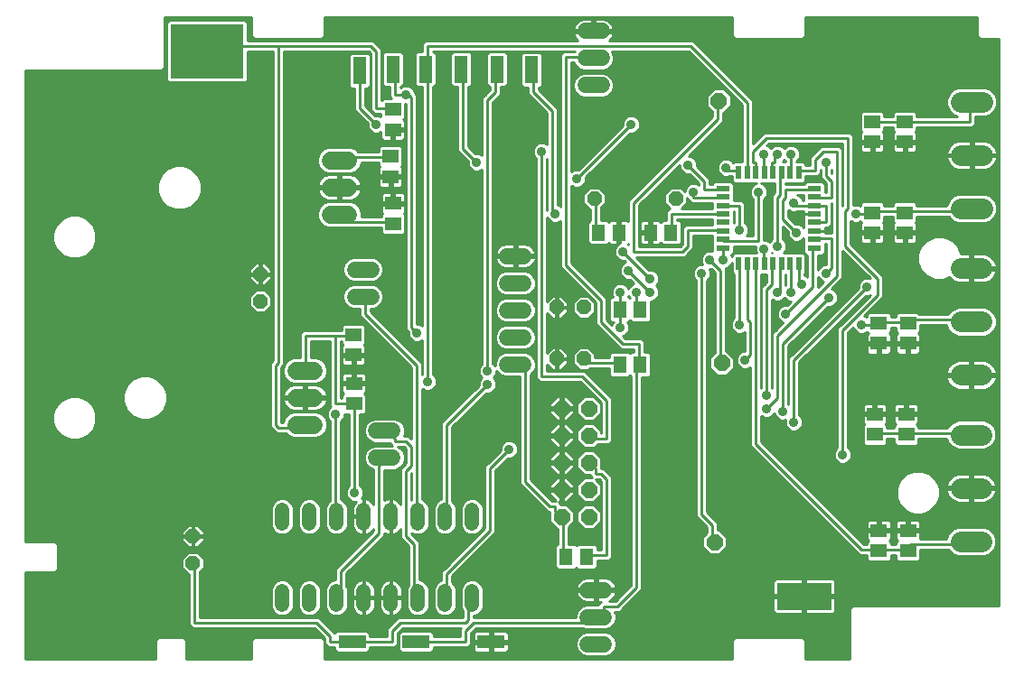
<source format=gtl>
G75*
G70*
%OFA0B0*%
%FSLAX24Y24*%
%IPPOS*%
%LPD*%
%AMOC8*
5,1,8,0,0,1.08239X$1,22.5*
%
%ADD10R,0.2700X0.2000*%
%ADD11C,0.0520*%
%ADD12C,0.0660*%
%ADD13R,0.0591X0.0512*%
%ADD14OC8,0.0600*%
%ADD15OC8,0.0520*%
%ADD16C,0.0600*%
%ADD17R,0.2000X0.1000*%
%ADD18R,0.0500X0.1000*%
%ADD19R,0.0500X0.0220*%
%ADD20R,0.0220X0.0500*%
%ADD21C,0.0780*%
%ADD22R,0.0512X0.0591*%
%ADD23R,0.1000X0.0500*%
%ADD24R,0.0512X0.0630*%
%ADD25C,0.0100*%
%ADD26C,0.0357*%
D10*
X007001Y022912D03*
D11*
X009785Y005986D02*
X009785Y005466D01*
X010785Y005466D02*
X010785Y005986D01*
X011785Y005986D02*
X011785Y005466D01*
X012785Y005466D02*
X012785Y005986D01*
X013785Y005986D02*
X013785Y005466D01*
X014785Y005466D02*
X014785Y005986D01*
X015785Y005986D02*
X015785Y005466D01*
X016785Y005466D02*
X016785Y005986D01*
X016785Y002986D02*
X016785Y002466D01*
X015785Y002466D02*
X015785Y002986D01*
X014785Y002986D02*
X014785Y002466D01*
X013785Y002466D02*
X013785Y002986D01*
X012785Y002986D02*
X012785Y002466D01*
X011785Y002466D02*
X011785Y002986D01*
X010785Y002986D02*
X010785Y002466D01*
X009785Y002466D02*
X009785Y002986D01*
D12*
X010289Y009119D02*
X010949Y009119D01*
X010949Y010119D02*
X010289Y010119D01*
X010289Y011119D02*
X010949Y011119D01*
X011556Y016882D02*
X012216Y016882D01*
X012216Y017882D02*
X011556Y017882D01*
X011556Y018882D02*
X012216Y018882D01*
D13*
X013776Y019035D03*
X013776Y018287D03*
X013868Y017294D03*
X013868Y016546D03*
X013861Y020018D03*
X013861Y020766D03*
X012406Y012448D03*
X012406Y011700D03*
X012426Y010648D03*
X012426Y009900D03*
X031539Y016206D03*
X031539Y016954D03*
X032739Y016954D03*
X032739Y016206D03*
X032739Y019566D03*
X032739Y020314D03*
X031539Y020314D03*
X031539Y019566D03*
X031779Y012874D03*
X031779Y012126D03*
X032859Y012126D03*
X032859Y012874D03*
X032798Y009508D03*
X032798Y008760D03*
X031636Y008760D03*
X031636Y009508D03*
X031779Y005213D03*
X031779Y004465D03*
X032859Y004465D03*
X032859Y005213D03*
D14*
X025724Y004778D03*
X021096Y005710D03*
X020096Y005710D03*
X020096Y006710D03*
X021096Y006710D03*
X021096Y007710D03*
X020096Y007710D03*
X020096Y008710D03*
X021096Y008710D03*
X021096Y009710D03*
X020096Y009710D03*
X025997Y011399D03*
X025877Y021077D03*
D15*
X024292Y017476D03*
X021292Y017476D03*
X020911Y013455D03*
X019911Y013455D03*
X019911Y011555D03*
X020911Y011555D03*
X008966Y013679D03*
X008966Y014679D03*
X006486Y005009D03*
X006486Y004009D03*
D16*
X013253Y007903D02*
X013853Y007903D01*
X013853Y008903D02*
X013253Y008903D01*
X018072Y011340D02*
X018672Y011340D01*
X018672Y012340D02*
X018072Y012340D01*
X018072Y013340D02*
X018672Y013340D01*
X018672Y014340D02*
X018072Y014340D01*
X018072Y015340D02*
X018672Y015340D01*
X013065Y014852D02*
X012465Y014852D01*
X012465Y013852D02*
X013065Y013852D01*
X020964Y021662D02*
X021564Y021662D01*
X021564Y022662D02*
X020964Y022662D01*
X020964Y023662D02*
X021564Y023662D01*
X021646Y003017D02*
X021046Y003017D01*
X021046Y002017D02*
X021646Y002017D01*
X021646Y001017D02*
X021046Y001017D01*
D17*
X029033Y002785D03*
X006986Y022895D03*
D18*
X012631Y022198D03*
X013865Y022254D03*
X015065Y022254D03*
X016385Y022254D03*
X017705Y022254D03*
X018981Y022231D03*
D19*
X026029Y017848D03*
X026029Y017533D03*
X026029Y017218D03*
X026029Y016903D03*
X026029Y016588D03*
X026029Y016273D03*
X026029Y015958D03*
X026029Y015643D03*
X029409Y015643D03*
X029409Y015958D03*
X029409Y016273D03*
X029409Y016588D03*
X029409Y016903D03*
X029409Y017218D03*
X029409Y017533D03*
X029409Y017848D03*
D20*
X028822Y018435D03*
X028507Y018435D03*
X028192Y018435D03*
X027877Y018435D03*
X027562Y018435D03*
X027247Y018435D03*
X026932Y018435D03*
X026617Y018435D03*
X026617Y015055D03*
X026932Y015055D03*
X027247Y015055D03*
X027562Y015055D03*
X027877Y015055D03*
X028192Y015055D03*
X028507Y015055D03*
X028822Y015055D03*
D21*
X034806Y014895D02*
X035586Y014895D01*
X035586Y012925D02*
X034806Y012925D01*
X034806Y010955D02*
X035586Y010955D01*
X035576Y008750D02*
X034796Y008750D01*
X034796Y006780D02*
X035576Y006780D01*
X035576Y004810D02*
X034796Y004810D01*
X034817Y017101D02*
X035597Y017101D01*
X035597Y019071D02*
X034817Y019071D01*
X034817Y021041D02*
X035597Y021041D01*
D22*
X024113Y016220D03*
X023365Y016220D03*
X022193Y016220D03*
X021445Y016220D03*
D23*
X017474Y001100D03*
X014718Y001100D03*
X012356Y001100D03*
D24*
X020250Y004249D03*
X020998Y004249D03*
X022231Y011348D03*
X022979Y011348D03*
X022979Y013385D03*
X022231Y013385D03*
D25*
X000321Y003686D02*
X000321Y000482D01*
X005099Y000482D01*
X005099Y001029D01*
X005099Y001170D01*
X005199Y001270D01*
X005986Y001270D01*
X006127Y001270D01*
X006227Y001170D01*
X006227Y000482D01*
X008643Y000482D01*
X008643Y001029D01*
X008643Y001170D01*
X008742Y001270D01*
X011104Y001270D01*
X011245Y001270D01*
X011345Y001170D01*
X011345Y000482D01*
X026359Y000482D01*
X026359Y001029D01*
X026359Y001170D01*
X026459Y001270D01*
X028821Y001270D01*
X028962Y001270D01*
X029061Y001170D01*
X029061Y000482D01*
X030690Y000482D01*
X030690Y002211D01*
X030690Y002351D01*
X030789Y002451D01*
X036202Y002451D01*
X036202Y023371D01*
X035514Y023371D01*
X035414Y023470D01*
X035414Y023611D01*
X035414Y024158D01*
X029061Y024158D01*
X029061Y023470D01*
X035414Y023470D01*
X035414Y023569D02*
X029061Y023569D01*
X029061Y023667D02*
X035414Y023667D01*
X035414Y023766D02*
X029061Y023766D01*
X029061Y023864D02*
X035414Y023864D01*
X035414Y023963D02*
X029061Y023963D01*
X029061Y024061D02*
X035414Y024061D01*
X035513Y023372D02*
X028963Y023372D01*
X028962Y023371D02*
X029061Y023470D01*
X028962Y023371D02*
X028821Y023371D01*
X026459Y023371D01*
X026359Y023470D01*
X021971Y023470D01*
X021945Y023407D02*
X022014Y023573D01*
X022014Y023612D01*
X021314Y023612D01*
X021314Y023712D01*
X022014Y023712D01*
X022014Y023752D01*
X021945Y023917D01*
X021819Y024044D01*
X021653Y024112D01*
X021314Y024112D01*
X021314Y023713D01*
X021214Y023713D01*
X021214Y024112D01*
X020874Y024112D01*
X020709Y024044D01*
X020582Y023917D01*
X020514Y023752D01*
X020514Y023712D01*
X021213Y023712D01*
X021213Y023612D01*
X020514Y023612D01*
X020514Y023573D01*
X020582Y023407D01*
X020677Y023312D01*
X015234Y023312D01*
X015068Y023312D01*
X014951Y023195D01*
X014951Y022904D01*
X014753Y022904D01*
X014665Y022816D01*
X014665Y021691D01*
X014753Y021604D01*
X014951Y021604D01*
X014951Y012777D01*
X014937Y012791D01*
X014816Y012841D01*
X014751Y012841D01*
X014751Y021130D01*
X014751Y021295D01*
X014680Y021367D01*
X014680Y021378D01*
X014630Y021498D01*
X014537Y021591D01*
X014416Y021641D01*
X014286Y021641D01*
X014165Y021591D01*
X014151Y021577D01*
X014151Y021604D01*
X014177Y021604D01*
X014265Y021691D01*
X014265Y022816D01*
X014177Y022904D01*
X013553Y022904D01*
X013465Y022816D01*
X013465Y021691D01*
X013553Y021604D01*
X013751Y021604D01*
X013751Y021230D01*
X013808Y021172D01*
X013503Y021172D01*
X013451Y021120D01*
X013451Y022830D01*
X013451Y022995D01*
X013251Y023195D01*
X013251Y023195D01*
X013134Y023312D01*
X009734Y023312D01*
X009568Y023312D01*
X008501Y023312D01*
X008501Y023975D01*
X008413Y024062D01*
X005589Y024062D01*
X005501Y023975D01*
X005501Y021850D01*
X005589Y021762D01*
X008413Y021762D01*
X008501Y021850D01*
X008501Y022912D01*
X009451Y022912D01*
X009451Y011495D01*
X009351Y011395D01*
X009351Y009195D01*
X009351Y009030D01*
X009451Y008930D01*
X009568Y008812D01*
X009916Y008812D01*
X010017Y008712D01*
X010193Y008639D01*
X011044Y008639D01*
X011220Y008712D01*
X011355Y008847D01*
X011429Y009023D01*
X011429Y009214D01*
X011355Y009391D01*
X011220Y009526D01*
X011044Y009599D01*
X010193Y009599D01*
X010017Y009526D01*
X009882Y009391D01*
X009809Y009214D01*
X009809Y009212D01*
X009751Y009212D01*
X009751Y011230D01*
X009851Y011330D01*
X009851Y011495D01*
X009851Y022912D01*
X012968Y022912D01*
X013051Y022830D01*
X013051Y020730D01*
X013168Y020612D01*
X013334Y020612D01*
X013416Y020612D01*
X013134Y020612D01*
X013206Y020541D02*
X012851Y020895D01*
X012851Y021548D01*
X012943Y021548D01*
X013031Y021636D01*
X013031Y022760D01*
X012943Y022848D01*
X012318Y022848D01*
X012231Y022760D01*
X012231Y021636D01*
X012318Y021548D01*
X012451Y021548D01*
X012451Y020730D01*
X012568Y020612D01*
X009851Y020612D01*
X009851Y020514D02*
X012667Y020514D01*
X012568Y020612D02*
X012923Y020258D01*
X012923Y020147D01*
X012973Y020026D01*
X013065Y019934D01*
X013186Y019884D01*
X013316Y019884D01*
X013416Y019925D01*
X013416Y019700D01*
X013503Y019613D01*
X013811Y019613D01*
X013811Y019968D01*
X013911Y019968D01*
X013911Y019613D01*
X014218Y019613D01*
X014306Y019700D01*
X014306Y019968D01*
X013911Y019968D01*
X013911Y020068D01*
X014306Y020068D01*
X014306Y020336D01*
X014250Y020392D01*
X014306Y020448D01*
X014306Y020984D01*
X014351Y020984D01*
X014351Y012630D01*
X013716Y012630D01*
X013815Y012532D02*
X014423Y012532D01*
X014423Y012558D02*
X014423Y012447D01*
X014473Y012326D01*
X014565Y012234D01*
X014686Y012184D01*
X014816Y012184D01*
X014937Y012234D01*
X014951Y012248D01*
X014951Y010977D01*
X014951Y010977D01*
X014951Y011395D01*
X014834Y011512D01*
X013051Y013295D01*
X013051Y013402D01*
X013155Y013402D01*
X013320Y013470D01*
X013447Y013597D01*
X013515Y013762D01*
X013515Y013941D01*
X013447Y014107D01*
X013320Y014233D01*
X013155Y014302D01*
X012376Y014302D01*
X012210Y014233D01*
X012084Y014107D01*
X012015Y013941D01*
X012015Y013762D01*
X012084Y013597D01*
X012210Y013470D01*
X012376Y013402D01*
X012651Y013402D01*
X012651Y013130D01*
X012768Y013012D01*
X012768Y013012D01*
X014551Y011230D01*
X014551Y008595D01*
X014551Y008595D01*
X014434Y008712D01*
X014261Y008712D01*
X014303Y008813D01*
X014303Y008992D01*
X014234Y009158D01*
X014108Y009284D01*
X013942Y009353D01*
X013163Y009353D01*
X012998Y009284D01*
X012871Y009158D01*
X012803Y008992D01*
X012803Y008813D01*
X012871Y008648D01*
X012998Y008521D01*
X013163Y008453D01*
X013751Y008453D01*
X013751Y008430D01*
X013828Y008353D01*
X013163Y008353D01*
X012998Y008284D01*
X012871Y008158D01*
X012803Y007992D01*
X012803Y007813D01*
X012871Y007648D01*
X012998Y007521D01*
X013151Y007458D01*
X013151Y006173D01*
X013133Y006218D01*
X013017Y006333D01*
X012867Y006396D01*
X012815Y006396D01*
X012815Y005756D01*
X012755Y005756D01*
X012755Y006396D01*
X012703Y006396D01*
X012696Y006393D01*
X012730Y006426D01*
X012780Y006547D01*
X012780Y006678D01*
X012730Y006798D01*
X012651Y006877D01*
X012651Y009494D01*
X012783Y009494D01*
X012871Y009581D01*
X012871Y010218D01*
X012815Y010274D01*
X012871Y010329D01*
X012871Y010598D01*
X012476Y010598D01*
X012476Y010697D01*
X012871Y010697D01*
X012871Y010966D01*
X012783Y011053D01*
X012476Y011053D01*
X012476Y010698D01*
X012376Y010698D01*
X012376Y011053D01*
X012069Y011053D01*
X011981Y010966D01*
X011981Y010697D01*
X012376Y010697D01*
X012376Y010598D01*
X011981Y010598D01*
X011981Y010329D01*
X012037Y010274D01*
X011981Y010218D01*
X011981Y010112D01*
X011951Y010112D01*
X011951Y012212D01*
X011961Y012212D01*
X011961Y012129D01*
X012017Y012074D01*
X011961Y012018D01*
X011961Y011749D01*
X012356Y011749D01*
X012356Y011650D01*
X011961Y011650D01*
X011961Y011381D01*
X012049Y011294D01*
X012356Y011294D01*
X012356Y011649D01*
X012456Y011649D01*
X012456Y011294D01*
X012763Y011294D01*
X012851Y011381D01*
X012851Y011650D01*
X012456Y011650D01*
X012456Y011749D01*
X012851Y011749D01*
X012851Y012018D01*
X012795Y012074D01*
X012851Y012129D01*
X012851Y012766D01*
X012763Y012853D01*
X012049Y012853D01*
X011961Y012766D01*
X011961Y012612D01*
X011834Y012612D01*
X011668Y012612D01*
X010734Y012612D01*
X010568Y012612D01*
X010451Y012495D01*
X010451Y011599D01*
X010193Y011599D01*
X010017Y011526D01*
X009882Y011391D01*
X009809Y011214D01*
X009809Y011023D01*
X009882Y010847D01*
X010017Y010712D01*
X010193Y010639D01*
X011044Y010639D01*
X011220Y010712D01*
X011355Y010847D01*
X011429Y011023D01*
X011429Y011214D01*
X011355Y011391D01*
X011220Y011526D01*
X011044Y011599D01*
X010851Y011599D01*
X010851Y012212D01*
X011551Y012212D01*
X011551Y009830D01*
X011583Y009798D01*
X011565Y009791D01*
X011473Y009698D01*
X011423Y009578D01*
X011423Y009447D01*
X011473Y009326D01*
X011551Y009248D01*
X011551Y006332D01*
X011437Y006218D01*
X011375Y006067D01*
X011375Y005384D01*
X011437Y005234D01*
X011553Y005118D01*
X011703Y005056D01*
X011867Y005056D01*
X012017Y005118D01*
X012133Y005234D01*
X012195Y005384D01*
X012195Y006067D01*
X012133Y006218D01*
X012017Y006333D01*
X011951Y006361D01*
X011951Y009248D01*
X012030Y009326D01*
X012080Y009447D01*
X012080Y009494D01*
X012251Y009494D01*
X012251Y006877D01*
X012173Y006798D01*
X012123Y006678D01*
X012123Y006547D01*
X012173Y006426D01*
X012265Y006334D01*
X012386Y006284D01*
X012503Y006284D01*
X012437Y006218D01*
X012375Y006067D01*
X012375Y005756D01*
X012755Y005756D01*
X012755Y005696D01*
X012375Y005696D01*
X012375Y005384D01*
X012437Y005234D01*
X012553Y005118D01*
X012703Y005056D01*
X012755Y005056D01*
X012755Y005696D01*
X012815Y005696D01*
X012815Y005056D01*
X012867Y005056D01*
X013017Y005118D01*
X013133Y005234D01*
X013151Y005279D01*
X013151Y005195D01*
X011751Y003795D01*
X011751Y003630D01*
X011751Y003396D01*
X011703Y003396D01*
X011553Y003333D01*
X011437Y003218D01*
X011375Y003067D01*
X011375Y002384D01*
X011437Y002234D01*
X011553Y002118D01*
X011703Y002056D01*
X011867Y002056D01*
X012017Y002118D01*
X012133Y002234D01*
X012195Y002384D01*
X012195Y003067D01*
X012151Y003173D01*
X012151Y003630D01*
X013434Y004912D01*
X013551Y005030D01*
X013551Y005120D01*
X013553Y005118D01*
X013703Y005056D01*
X013755Y005056D01*
X013755Y005696D01*
X013815Y005696D01*
X013815Y005056D01*
X013867Y005056D01*
X014017Y005118D01*
X014133Y005234D01*
X014151Y005279D01*
X014151Y004930D01*
X014268Y004812D01*
X014451Y004630D01*
X014451Y003232D01*
X014437Y003218D01*
X014375Y003067D01*
X014375Y002384D01*
X014437Y002234D01*
X014553Y002118D01*
X014703Y002056D01*
X014867Y002056D01*
X015017Y002118D01*
X015133Y002234D01*
X015195Y002384D01*
X015195Y003067D01*
X015133Y003218D01*
X015017Y003333D01*
X014867Y003396D01*
X014851Y003396D01*
X014851Y004630D01*
X014851Y004795D01*
X014551Y005095D01*
X014551Y005120D01*
X014553Y005118D01*
X014703Y005056D01*
X014867Y005056D01*
X015017Y005118D01*
X015133Y005234D01*
X015195Y005384D01*
X015195Y006067D01*
X015133Y006218D01*
X015017Y006333D01*
X014951Y006361D01*
X014951Y010448D01*
X014965Y010434D01*
X015086Y010384D01*
X015216Y010384D01*
X015337Y010434D01*
X015430Y010526D01*
X015480Y010647D01*
X015480Y010778D01*
X015430Y010898D01*
X015351Y010977D01*
X015351Y021604D01*
X015377Y021604D01*
X015465Y021691D01*
X015465Y022816D01*
X015377Y022904D01*
X015351Y022904D01*
X015351Y022912D01*
X020580Y022912D01*
X020334Y022912D01*
X020168Y022912D01*
X020051Y022795D01*
X020051Y017177D01*
X020037Y017191D01*
X019951Y017226D01*
X019951Y020630D01*
X019951Y020795D01*
X019251Y021495D01*
X019251Y021581D01*
X019293Y021581D01*
X019381Y021669D01*
X019381Y022794D01*
X019293Y022881D01*
X018669Y022881D01*
X018581Y022794D01*
X018581Y021669D01*
X018669Y021581D01*
X018851Y021581D01*
X018851Y021330D01*
X018968Y021212D01*
X019551Y020630D01*
X019551Y019477D01*
X019537Y019491D01*
X019416Y019541D01*
X019286Y019541D01*
X019165Y019491D01*
X019073Y019398D01*
X019023Y019278D01*
X019023Y019147D01*
X019073Y019026D01*
X019151Y018948D01*
X019151Y010830D01*
X019268Y010712D01*
X019434Y010712D01*
X020768Y010712D01*
X021551Y009930D01*
X021551Y008812D01*
X021546Y008812D01*
X021546Y008896D01*
X021282Y009160D01*
X020910Y009160D01*
X020646Y008896D01*
X020646Y008524D01*
X020910Y008260D01*
X021282Y008260D01*
X021435Y008412D01*
X021668Y008412D01*
X021834Y008412D01*
X021951Y008530D01*
X021951Y009930D01*
X021951Y010095D01*
X021051Y010995D01*
X020934Y011112D01*
X019551Y011112D01*
X019551Y011335D01*
X019741Y011145D01*
X019881Y011145D01*
X019881Y011525D01*
X019941Y011525D01*
X019941Y011585D01*
X019881Y011585D01*
X019881Y011965D01*
X019741Y011965D01*
X019551Y011775D01*
X019551Y013235D01*
X019741Y013045D01*
X019881Y013045D01*
X019881Y013425D01*
X019941Y013425D01*
X019941Y013485D01*
X019881Y013485D01*
X019881Y013865D01*
X019741Y013865D01*
X019551Y013675D01*
X019551Y016779D01*
X019573Y016726D01*
X019665Y016634D01*
X019786Y016584D01*
X019916Y016584D01*
X020037Y016634D01*
X020051Y016648D01*
X020051Y015095D01*
X020051Y014930D01*
X021351Y013630D01*
X021351Y012995D01*
X021351Y012830D01*
X022151Y012030D01*
X022268Y011912D01*
X022751Y011912D01*
X022751Y011813D01*
X022661Y011813D01*
X022605Y011757D01*
X022549Y011813D01*
X021913Y011813D01*
X021825Y011725D01*
X021825Y011612D01*
X021321Y011612D01*
X021321Y011725D01*
X021081Y011965D01*
X020741Y011965D01*
X020501Y011725D01*
X020501Y011385D01*
X020741Y011145D01*
X021081Y011145D01*
X021148Y011212D01*
X021825Y011212D01*
X021825Y010971D01*
X021913Y010883D01*
X022549Y010883D01*
X022605Y010939D01*
X022651Y010892D01*
X022651Y003195D01*
X022068Y002612D01*
X021844Y002612D01*
X021901Y002636D01*
X022027Y002762D01*
X022096Y002928D01*
X022096Y002967D01*
X021396Y002967D01*
X021396Y002567D01*
X021523Y002567D01*
X021451Y002495D01*
X021451Y002467D01*
X020956Y002467D01*
X020791Y002399D01*
X020664Y002272D01*
X020596Y002107D01*
X020596Y002012D01*
X016851Y002012D01*
X016851Y002056D01*
X016867Y002056D01*
X017017Y002118D01*
X017133Y002234D01*
X017195Y002384D01*
X017195Y003067D01*
X017133Y003218D01*
X017017Y003333D01*
X016867Y003396D01*
X016703Y003396D01*
X016553Y003333D01*
X016437Y003218D01*
X016375Y003067D01*
X016375Y002384D01*
X016437Y002234D01*
X016451Y002220D01*
X016451Y002012D01*
X014068Y002012D01*
X013951Y001895D01*
X013651Y001595D01*
X013651Y001430D01*
X013651Y001312D01*
X013006Y001312D01*
X013006Y001412D01*
X012918Y001500D01*
X011794Y001500D01*
X011720Y001426D01*
X011251Y001895D01*
X011134Y002012D01*
X006751Y002012D01*
X006751Y003695D01*
X006896Y003839D01*
X006896Y004179D01*
X006656Y004419D01*
X006316Y004419D01*
X006076Y004179D01*
X006076Y003839D01*
X006316Y003599D01*
X006351Y003599D01*
X006351Y001730D01*
X006468Y001612D01*
X006634Y001612D01*
X010968Y001612D01*
X011351Y001230D01*
X011351Y001030D01*
X011468Y000912D01*
X011634Y000912D01*
X011706Y000912D01*
X011706Y000788D01*
X011794Y000700D01*
X012918Y000700D01*
X013006Y000788D01*
X013006Y000912D01*
X013768Y000912D01*
X013934Y000912D01*
X014051Y001030D01*
X014051Y001430D01*
X014234Y001612D01*
X016368Y001612D01*
X016351Y001595D01*
X016351Y001430D01*
X016351Y001312D01*
X015368Y001312D01*
X015368Y001412D01*
X015280Y001500D01*
X014156Y001500D01*
X014068Y001412D01*
X014068Y000788D01*
X014156Y000700D01*
X015280Y000700D01*
X015368Y000788D01*
X015368Y000912D01*
X016468Y000912D01*
X016634Y000912D01*
X016751Y001030D01*
X016751Y001430D01*
X016934Y001612D01*
X020847Y001612D01*
X020956Y001567D01*
X021735Y001567D01*
X021901Y001636D01*
X022027Y001762D01*
X022096Y001928D01*
X022096Y002107D01*
X022052Y002212D01*
X022234Y002212D01*
X022351Y002330D01*
X023051Y003030D01*
X023051Y003195D01*
X023051Y010883D01*
X023297Y010883D01*
X023385Y010971D01*
X023385Y011725D01*
X023297Y011813D01*
X023151Y011813D01*
X023151Y012195D01*
X023034Y012312D01*
X022868Y012312D01*
X022434Y012312D01*
X022349Y012397D01*
X022437Y012434D01*
X022530Y012526D01*
X022580Y012647D01*
X022580Y012778D01*
X022530Y012898D01*
X022508Y012920D01*
X022549Y012920D01*
X022605Y012976D01*
X022661Y012920D01*
X023297Y012920D01*
X023385Y013008D01*
X023385Y013684D01*
X023416Y013684D01*
X023537Y013734D01*
X023630Y013826D01*
X023680Y013947D01*
X023680Y014078D01*
X023630Y014198D01*
X023566Y014262D01*
X023630Y014326D01*
X023680Y014447D01*
X023680Y014578D01*
X023630Y014698D01*
X023537Y014791D01*
X023416Y014841D01*
X023306Y014841D01*
X022834Y015312D01*
X024634Y015312D01*
X024751Y015430D01*
X024951Y015630D01*
X024951Y015795D01*
X024951Y016112D01*
X025629Y016112D01*
X025629Y015815D01*
X025629Y015535D01*
X025616Y015541D01*
X025486Y015541D01*
X025365Y015491D01*
X025273Y015398D01*
X025223Y015278D01*
X025223Y015147D01*
X025267Y015041D01*
X025186Y015041D01*
X025065Y014991D01*
X024973Y014898D01*
X024923Y014778D01*
X024923Y014647D01*
X024973Y014526D01*
X025051Y014448D01*
X025051Y005895D01*
X025051Y005730D01*
X025451Y005330D01*
X025451Y005142D01*
X025274Y004964D01*
X025274Y004592D01*
X025537Y004328D01*
X025910Y004328D01*
X026174Y004592D01*
X026174Y004964D01*
X025910Y005228D01*
X025851Y005228D01*
X025851Y005495D01*
X025734Y005612D01*
X025451Y005895D01*
X025451Y014448D01*
X025530Y014526D01*
X025580Y014647D01*
X025580Y014778D01*
X025536Y014884D01*
X025597Y014884D01*
X025751Y014730D01*
X025751Y011789D01*
X025547Y011586D01*
X025547Y011213D01*
X025811Y010949D01*
X026184Y010949D01*
X026447Y011213D01*
X026447Y011586D01*
X026184Y011849D01*
X026151Y011849D01*
X026151Y014895D01*
X026149Y014897D01*
X026237Y014934D01*
X026330Y015026D01*
X026357Y015093D01*
X026357Y014743D01*
X026445Y014655D01*
X026451Y014655D01*
X026451Y013077D01*
X026373Y012998D01*
X026323Y012878D01*
X026323Y012747D01*
X026373Y012626D01*
X026465Y012534D01*
X026586Y012484D01*
X026716Y012484D01*
X026837Y012534D01*
X026851Y012548D01*
X026851Y011841D01*
X026786Y011841D01*
X026665Y011791D01*
X026573Y011698D01*
X026523Y011578D01*
X026523Y011447D01*
X026573Y011326D01*
X026665Y011234D01*
X026786Y011184D01*
X026916Y011184D01*
X027037Y011234D01*
X027051Y011248D01*
X027051Y008495D01*
X027051Y008330D01*
X030951Y004430D01*
X031068Y004312D01*
X031333Y004312D01*
X031333Y004147D01*
X031421Y004059D01*
X032136Y004059D01*
X032224Y004147D01*
X032224Y004312D01*
X032413Y004312D01*
X032413Y004147D01*
X032501Y004059D01*
X033216Y004059D01*
X033304Y004147D01*
X033304Y004512D01*
X034334Y004512D01*
X034338Y004504D01*
X034490Y004352D01*
X034688Y004270D01*
X035683Y004270D01*
X035881Y004352D01*
X036033Y004504D01*
X036115Y004702D01*
X036115Y004917D01*
X036033Y005115D01*
X035881Y005267D01*
X035683Y005349D01*
X034688Y005349D01*
X034490Y005267D01*
X034338Y005115D01*
X034256Y004917D01*
X034256Y004912D01*
X033304Y004912D01*
X033304Y005163D01*
X032909Y005163D01*
X032909Y005263D01*
X033304Y005263D01*
X033304Y005531D01*
X033216Y005619D01*
X032908Y005619D01*
X032908Y005263D01*
X032809Y005263D01*
X032809Y005619D01*
X032501Y005619D01*
X032413Y005531D01*
X032413Y005263D01*
X032808Y005263D01*
X032808Y005163D01*
X032413Y005163D01*
X032413Y004895D01*
X032469Y004839D01*
X032413Y004783D01*
X032413Y004712D01*
X032224Y004712D01*
X032224Y004783D01*
X032168Y004839D01*
X032224Y004895D01*
X032224Y005163D01*
X031829Y005163D01*
X031829Y005263D01*
X032224Y005263D01*
X032224Y005531D01*
X032136Y005619D01*
X031828Y005619D01*
X031828Y005263D01*
X031729Y005263D01*
X031729Y005619D01*
X031421Y005619D01*
X031333Y005531D01*
X031333Y005263D01*
X031728Y005263D01*
X031728Y005163D01*
X031333Y005163D01*
X031333Y004895D01*
X031389Y004839D01*
X031333Y004783D01*
X031333Y004712D01*
X031234Y004712D01*
X027451Y008495D01*
X027451Y009448D01*
X027465Y009434D01*
X027586Y009384D01*
X027716Y009384D01*
X027837Y009434D01*
X027930Y009526D01*
X027930Y009529D01*
X027973Y009426D01*
X028065Y009334D01*
X028186Y009284D01*
X028316Y009284D01*
X028327Y009288D01*
X028323Y009278D01*
X028323Y009147D01*
X028373Y009026D01*
X028465Y008934D01*
X028586Y008884D01*
X028716Y008884D01*
X028837Y008934D01*
X028930Y009026D01*
X028980Y009147D01*
X028980Y009278D01*
X028930Y009398D01*
X028851Y009477D01*
X030251Y009477D01*
X030251Y009576D02*
X028851Y009576D01*
X028851Y009674D02*
X030251Y009674D01*
X030251Y009773D02*
X028851Y009773D01*
X028851Y009871D02*
X030251Y009871D01*
X030251Y009970D02*
X028851Y009970D01*
X028851Y010068D02*
X030251Y010068D01*
X030251Y010167D02*
X028851Y010167D01*
X028851Y010265D02*
X030251Y010265D01*
X030251Y010364D02*
X028851Y010364D01*
X028851Y010462D02*
X030251Y010462D01*
X030251Y010561D02*
X028851Y010561D01*
X028851Y010659D02*
X030251Y010659D01*
X030251Y010758D02*
X028851Y010758D01*
X028851Y010857D02*
X030251Y010857D01*
X030251Y010955D02*
X028851Y010955D01*
X028851Y011054D02*
X030251Y011054D01*
X030251Y011152D02*
X028851Y011152D01*
X028851Y011251D02*
X030251Y011251D01*
X030251Y011349D02*
X028851Y011349D01*
X028851Y011430D02*
X031306Y013884D01*
X031416Y013884D01*
X031457Y013901D01*
X030368Y012812D01*
X030251Y012695D01*
X030251Y008277D01*
X030173Y008198D01*
X030123Y008078D01*
X030123Y007947D01*
X030173Y007826D01*
X030265Y007734D01*
X030386Y007684D01*
X030516Y007684D01*
X030637Y007734D01*
X030730Y007826D01*
X030780Y007947D01*
X030780Y008078D01*
X030730Y008198D01*
X030651Y008277D01*
X030651Y012530D01*
X030836Y012715D01*
X030873Y012626D01*
X030965Y012534D01*
X031086Y012484D01*
X031216Y012484D01*
X031337Y012534D01*
X031346Y012543D01*
X031389Y012500D01*
X031333Y012444D01*
X031333Y012176D01*
X031728Y012176D01*
X031728Y012076D01*
X031333Y012076D01*
X031333Y011808D01*
X031421Y011720D01*
X031729Y011720D01*
X031729Y012076D01*
X031828Y012076D01*
X031828Y011720D01*
X032136Y011720D01*
X032224Y011808D01*
X032224Y012076D01*
X031829Y012076D01*
X031829Y012176D01*
X032224Y012176D01*
X032224Y012444D01*
X032168Y012500D01*
X032224Y012556D01*
X032224Y012712D01*
X032413Y012712D01*
X032413Y012556D01*
X032469Y012500D01*
X032413Y012444D01*
X032413Y012176D01*
X032808Y012176D01*
X032808Y012076D01*
X032413Y012076D01*
X032413Y011808D01*
X032501Y011720D01*
X032809Y011720D01*
X032809Y012076D01*
X032908Y012076D01*
X032908Y011720D01*
X033216Y011720D01*
X033304Y011808D01*
X033304Y012076D01*
X032909Y012076D01*
X032909Y012176D01*
X033304Y012176D01*
X033304Y012444D01*
X033248Y012500D01*
X033304Y012556D01*
X033304Y012812D01*
X034268Y012812D01*
X034348Y012619D01*
X034500Y012467D01*
X034699Y012385D01*
X035694Y012385D01*
X035892Y012467D01*
X036044Y012619D01*
X036126Y012818D01*
X036126Y013032D01*
X036044Y013231D01*
X035892Y013383D01*
X035694Y013465D01*
X034699Y013465D01*
X034500Y013383D01*
X034348Y013231D01*
X034341Y013212D01*
X033283Y013212D01*
X033216Y013280D01*
X032501Y013280D01*
X032413Y013192D01*
X032413Y013112D01*
X032224Y013112D01*
X032224Y013192D01*
X032136Y013280D01*
X031421Y013280D01*
X031333Y013192D01*
X031333Y013092D01*
X031249Y013127D01*
X031951Y013830D01*
X031951Y013995D01*
X031951Y014595D01*
X031834Y014712D01*
X030751Y015795D01*
X030751Y016648D01*
X030765Y016634D01*
X030886Y016584D01*
X031016Y016584D01*
X031107Y016622D01*
X031149Y016580D01*
X031093Y016524D01*
X031093Y016256D01*
X031488Y016256D01*
X031488Y016156D01*
X031093Y016156D01*
X031093Y015888D01*
X031181Y015800D01*
X031489Y015800D01*
X031489Y016156D01*
X031588Y016156D01*
X031588Y015800D01*
X031896Y015800D01*
X031984Y015888D01*
X031984Y016156D01*
X031589Y016156D01*
X031589Y016256D01*
X031984Y016256D01*
X031984Y016524D01*
X031928Y016580D01*
X031984Y016636D01*
X031984Y016812D01*
X032293Y016812D01*
X032293Y016636D01*
X032349Y016580D01*
X032293Y016524D01*
X032293Y016256D01*
X032688Y016256D01*
X032688Y016156D01*
X032293Y016156D01*
X032293Y015888D01*
X032381Y015800D01*
X032689Y015800D01*
X032689Y016156D01*
X032788Y016156D01*
X032788Y015800D01*
X033096Y015800D01*
X033184Y015888D01*
X033184Y016156D01*
X032789Y016156D01*
X032789Y016256D01*
X033184Y016256D01*
X033184Y016524D01*
X033128Y016580D01*
X033184Y016636D01*
X033184Y016812D01*
X034352Y016812D01*
X034359Y016795D01*
X034511Y016643D01*
X034709Y016561D01*
X035704Y016561D01*
X035903Y016643D01*
X036055Y016795D01*
X036137Y016993D01*
X036137Y017208D01*
X036055Y017406D01*
X035903Y017558D01*
X035704Y017641D01*
X034709Y017641D01*
X034511Y017558D01*
X034359Y017406D01*
X034279Y017212D01*
X033184Y017212D01*
X033184Y017272D01*
X033096Y017360D01*
X032381Y017360D01*
X032293Y017272D01*
X032293Y017212D01*
X031984Y017212D01*
X031984Y017272D01*
X031896Y017360D01*
X031181Y017360D01*
X031093Y017272D01*
X031093Y017209D01*
X031016Y017241D01*
X030886Y017241D01*
X030851Y017226D01*
X030851Y019795D01*
X030734Y019912D01*
X030568Y019912D01*
X027568Y019912D01*
X027451Y019795D01*
X027151Y019495D01*
X027151Y020930D01*
X027151Y021095D01*
X025051Y023195D01*
X024934Y023312D01*
X021850Y023312D01*
X021945Y023407D01*
X021909Y023372D02*
X026458Y023372D01*
X026359Y023470D02*
X026359Y023611D01*
X026359Y024158D01*
X011345Y024158D01*
X011345Y023470D01*
X011245Y023371D01*
X011104Y023371D01*
X008742Y023371D01*
X008643Y023470D01*
X008501Y023470D01*
X008501Y023372D02*
X008741Y023372D01*
X008643Y023470D02*
X008643Y023611D01*
X008643Y024158D01*
X005439Y024158D01*
X005439Y022289D01*
X005340Y022190D01*
X005199Y022190D01*
X000321Y022190D01*
X000321Y004813D01*
X001403Y004813D01*
X001502Y004714D01*
X001502Y004573D01*
X001502Y003785D01*
X001403Y003686D01*
X001262Y003686D01*
X000321Y003686D01*
X000321Y003663D02*
X006252Y003663D01*
X006154Y003761D02*
X001478Y003761D01*
X001502Y003860D02*
X006076Y003860D01*
X006076Y003959D02*
X001502Y003959D01*
X001502Y004057D02*
X006076Y004057D01*
X006076Y004156D02*
X001502Y004156D01*
X001502Y004254D02*
X006151Y004254D01*
X006249Y004353D02*
X001502Y004353D01*
X001502Y004451D02*
X012407Y004451D01*
X012309Y004353D02*
X006722Y004353D01*
X006821Y004254D02*
X012210Y004254D01*
X012112Y004156D02*
X006896Y004156D01*
X006896Y004057D02*
X012013Y004057D01*
X011914Y003959D02*
X006896Y003959D01*
X006896Y003860D02*
X011816Y003860D01*
X011751Y003761D02*
X006818Y003761D01*
X006751Y003663D02*
X011751Y003663D01*
X011751Y003564D02*
X006751Y003564D01*
X006751Y003466D02*
X011751Y003466D01*
X011635Y003367D02*
X010935Y003367D01*
X010867Y003396D02*
X010703Y003396D01*
X010553Y003333D01*
X010437Y003218D01*
X010375Y003067D01*
X010375Y002384D01*
X010437Y002234D01*
X010553Y002118D01*
X010703Y002056D01*
X010867Y002056D01*
X011017Y002118D01*
X011133Y002234D01*
X011195Y002384D01*
X011195Y003067D01*
X011133Y003218D01*
X011017Y003333D01*
X010867Y003396D01*
X010635Y003367D02*
X009935Y003367D01*
X009867Y003396D02*
X010017Y003333D01*
X010133Y003218D01*
X010195Y003067D01*
X010195Y002384D01*
X010133Y002234D01*
X010017Y002118D01*
X009867Y002056D01*
X009703Y002056D01*
X009553Y002118D01*
X009437Y002234D01*
X009375Y002384D01*
X009375Y003067D01*
X009437Y003218D01*
X009553Y003333D01*
X009703Y003396D01*
X009867Y003396D01*
X009635Y003367D02*
X006751Y003367D01*
X006751Y003269D02*
X009488Y003269D01*
X009418Y003170D02*
X006751Y003170D01*
X006751Y003072D02*
X009377Y003072D01*
X009375Y002973D02*
X006751Y002973D01*
X006751Y002875D02*
X009375Y002875D01*
X009375Y002776D02*
X006751Y002776D01*
X006751Y002677D02*
X009375Y002677D01*
X009375Y002579D02*
X006751Y002579D01*
X006751Y002480D02*
X009375Y002480D01*
X009376Y002382D02*
X006751Y002382D01*
X006751Y002283D02*
X009417Y002283D01*
X009486Y002185D02*
X006751Y002185D01*
X006751Y002086D02*
X009630Y002086D01*
X009940Y002086D02*
X010630Y002086D01*
X010486Y002185D02*
X010084Y002185D01*
X010153Y002283D02*
X010417Y002283D01*
X010376Y002382D02*
X010194Y002382D01*
X010195Y002480D02*
X010375Y002480D01*
X010375Y002579D02*
X010195Y002579D01*
X010195Y002677D02*
X010375Y002677D01*
X010375Y002776D02*
X010195Y002776D01*
X010195Y002875D02*
X010375Y002875D01*
X010375Y002973D02*
X010195Y002973D01*
X010193Y003072D02*
X010377Y003072D01*
X010418Y003170D02*
X010152Y003170D01*
X010082Y003269D02*
X010488Y003269D01*
X011082Y003269D02*
X011488Y003269D01*
X011418Y003170D02*
X011152Y003170D01*
X011193Y003072D02*
X011377Y003072D01*
X011375Y002973D02*
X011195Y002973D01*
X011195Y002875D02*
X011375Y002875D01*
X011375Y002776D02*
X011195Y002776D01*
X011195Y002677D02*
X011375Y002677D01*
X011375Y002579D02*
X011195Y002579D01*
X011195Y002480D02*
X011375Y002480D01*
X011376Y002382D02*
X011194Y002382D01*
X011153Y002283D02*
X011417Y002283D01*
X011486Y002185D02*
X011084Y002185D01*
X010940Y002086D02*
X011630Y002086D01*
X011940Y002086D02*
X012630Y002086D01*
X012703Y002056D02*
X012755Y002056D01*
X012755Y002696D01*
X012375Y002696D01*
X012375Y002384D01*
X012437Y002234D01*
X012553Y002118D01*
X012703Y002056D01*
X012755Y002086D02*
X012815Y002086D01*
X012815Y002056D02*
X012867Y002056D01*
X013017Y002118D01*
X013133Y002234D01*
X013195Y002384D01*
X013195Y002696D01*
X012815Y002696D01*
X012815Y002756D01*
X012755Y002756D01*
X012755Y003396D01*
X012703Y003396D01*
X012553Y003333D01*
X012437Y003218D01*
X012375Y003067D01*
X012375Y002756D01*
X012755Y002756D01*
X012755Y002696D01*
X012815Y002696D01*
X012815Y002056D01*
X012940Y002086D02*
X013630Y002086D01*
X013703Y002056D02*
X013755Y002056D01*
X013755Y002696D01*
X013375Y002696D01*
X013375Y002384D01*
X013437Y002234D01*
X013553Y002118D01*
X013703Y002056D01*
X013755Y002086D02*
X013815Y002086D01*
X013815Y002056D02*
X013867Y002056D01*
X014017Y002118D01*
X014133Y002234D01*
X014195Y002384D01*
X014195Y002696D01*
X013815Y002696D01*
X013815Y002756D01*
X013755Y002756D01*
X013755Y003396D01*
X013703Y003396D01*
X013553Y003333D01*
X013437Y003218D01*
X013375Y003067D01*
X013375Y002756D01*
X013755Y002756D01*
X013755Y002696D01*
X013815Y002696D01*
X013815Y002056D01*
X013940Y002086D02*
X014630Y002086D01*
X014486Y002185D02*
X014084Y002185D01*
X014153Y002283D02*
X014417Y002283D01*
X014376Y002382D02*
X014194Y002382D01*
X014195Y002480D02*
X014375Y002480D01*
X014375Y002579D02*
X014195Y002579D01*
X014195Y002677D02*
X014375Y002677D01*
X014375Y002776D02*
X014195Y002776D01*
X014195Y002756D02*
X014195Y003067D01*
X014133Y003218D01*
X014017Y003333D01*
X013867Y003396D01*
X013815Y003396D01*
X013815Y002756D01*
X014195Y002756D01*
X014195Y002875D02*
X014375Y002875D01*
X014375Y002973D02*
X014195Y002973D01*
X014193Y003072D02*
X014377Y003072D01*
X014418Y003170D02*
X014152Y003170D01*
X014082Y003269D02*
X014451Y003269D01*
X014451Y003367D02*
X013935Y003367D01*
X013815Y003367D02*
X013755Y003367D01*
X013755Y003269D02*
X013815Y003269D01*
X013815Y003170D02*
X013755Y003170D01*
X013755Y003072D02*
X013815Y003072D01*
X013815Y002973D02*
X013755Y002973D01*
X013755Y002875D02*
X013815Y002875D01*
X013815Y002776D02*
X013755Y002776D01*
X013755Y002677D02*
X013815Y002677D01*
X013815Y002579D02*
X013755Y002579D01*
X013755Y002480D02*
X013815Y002480D01*
X013815Y002382D02*
X013755Y002382D01*
X013755Y002283D02*
X013815Y002283D01*
X013815Y002185D02*
X013755Y002185D01*
X013486Y002185D02*
X013084Y002185D01*
X013153Y002283D02*
X013417Y002283D01*
X013376Y002382D02*
X013194Y002382D01*
X013195Y002480D02*
X013375Y002480D01*
X013375Y002579D02*
X013195Y002579D01*
X013195Y002677D02*
X013375Y002677D01*
X013375Y002776D02*
X013195Y002776D01*
X013195Y002756D02*
X013195Y003067D01*
X013133Y003218D01*
X013017Y003333D01*
X012867Y003396D01*
X012815Y003396D01*
X012815Y002756D01*
X013195Y002756D01*
X013195Y002875D02*
X013375Y002875D01*
X013375Y002973D02*
X013195Y002973D01*
X013193Y003072D02*
X013377Y003072D01*
X013418Y003170D02*
X013152Y003170D01*
X013082Y003269D02*
X013488Y003269D01*
X013635Y003367D02*
X012935Y003367D01*
X012815Y003367D02*
X012755Y003367D01*
X012755Y003269D02*
X012815Y003269D01*
X012815Y003170D02*
X012755Y003170D01*
X012755Y003072D02*
X012815Y003072D01*
X012815Y002973D02*
X012755Y002973D01*
X012755Y002875D02*
X012815Y002875D01*
X012815Y002776D02*
X012755Y002776D01*
X012755Y002677D02*
X012815Y002677D01*
X012815Y002579D02*
X012755Y002579D01*
X012755Y002480D02*
X012815Y002480D01*
X012815Y002382D02*
X012755Y002382D01*
X012755Y002283D02*
X012815Y002283D01*
X012815Y002185D02*
X012755Y002185D01*
X012486Y002185D02*
X012084Y002185D01*
X012153Y002283D02*
X012417Y002283D01*
X012376Y002382D02*
X012194Y002382D01*
X012195Y002480D02*
X012375Y002480D01*
X012375Y002579D02*
X012195Y002579D01*
X012195Y002677D02*
X012375Y002677D01*
X012375Y002776D02*
X012195Y002776D01*
X012195Y002875D02*
X012375Y002875D01*
X012375Y002973D02*
X012195Y002973D01*
X012193Y003072D02*
X012377Y003072D01*
X012418Y003170D02*
X012152Y003170D01*
X012151Y003269D02*
X012488Y003269D01*
X012635Y003367D02*
X012151Y003367D01*
X012151Y003466D02*
X014451Y003466D01*
X014451Y003564D02*
X012151Y003564D01*
X012184Y003663D02*
X014451Y003663D01*
X014451Y003761D02*
X012283Y003761D01*
X012382Y003860D02*
X014451Y003860D01*
X014451Y003959D02*
X012480Y003959D01*
X012579Y004057D02*
X014451Y004057D01*
X014451Y004156D02*
X012677Y004156D01*
X012776Y004254D02*
X014451Y004254D01*
X014451Y004353D02*
X012874Y004353D01*
X012973Y004451D02*
X014451Y004451D01*
X014451Y004550D02*
X013071Y004550D01*
X013170Y004648D02*
X014432Y004648D01*
X014334Y004747D02*
X013268Y004747D01*
X013367Y004845D02*
X014235Y004845D01*
X014151Y004944D02*
X013466Y004944D01*
X013551Y005043D02*
X014151Y005043D01*
X014151Y005141D02*
X014040Y005141D01*
X014135Y005240D02*
X014151Y005240D01*
X014351Y005012D02*
X014351Y007412D01*
X014551Y007612D01*
X014551Y008312D01*
X014351Y008512D01*
X013951Y008512D01*
X013951Y008612D01*
X013651Y008912D01*
X013553Y008903D01*
X012993Y009280D02*
X012651Y009280D01*
X012651Y009378D02*
X014551Y009378D01*
X014551Y009280D02*
X014112Y009280D01*
X014211Y009181D02*
X014551Y009181D01*
X014551Y009083D02*
X014265Y009083D01*
X014303Y008984D02*
X014551Y008984D01*
X014551Y008886D02*
X014303Y008886D01*
X014292Y008787D02*
X014551Y008787D01*
X014551Y008689D02*
X014458Y008689D01*
X014951Y008689D02*
X015651Y008689D01*
X015651Y008787D02*
X014951Y008787D01*
X014951Y008886D02*
X015651Y008886D01*
X015651Y008984D02*
X014951Y008984D01*
X014951Y009083D02*
X015651Y009083D01*
X015651Y009030D02*
X015651Y009195D01*
X017023Y010567D01*
X017023Y010678D01*
X017073Y010798D01*
X017137Y010862D01*
X017073Y010926D01*
X017023Y011047D01*
X017023Y011178D01*
X017073Y011298D01*
X017151Y011377D01*
X017151Y018548D01*
X017137Y018534D01*
X017016Y018484D01*
X016886Y018484D01*
X016765Y018534D01*
X016673Y018626D01*
X016623Y018747D01*
X016623Y018858D01*
X016368Y019112D01*
X016251Y019230D01*
X016251Y021604D01*
X016073Y021604D01*
X015985Y021691D01*
X015985Y022816D01*
X016073Y022904D01*
X016697Y022904D01*
X016785Y022816D01*
X016785Y021691D01*
X016697Y021604D01*
X016651Y021604D01*
X016651Y019395D01*
X016906Y019141D01*
X017016Y019141D01*
X017137Y019091D01*
X017151Y019077D01*
X017151Y021195D01*
X017268Y021312D01*
X017268Y021312D01*
X017451Y021495D01*
X017451Y021604D01*
X017393Y021604D01*
X017305Y021691D01*
X017305Y022816D01*
X017393Y022904D01*
X018017Y022904D01*
X018105Y022816D01*
X018105Y021691D01*
X018017Y021604D01*
X017851Y021604D01*
X017851Y021330D01*
X017734Y021212D01*
X017734Y021212D01*
X017551Y021030D01*
X017551Y011377D01*
X017622Y011306D01*
X017622Y011429D01*
X017691Y011595D01*
X017817Y011721D01*
X017983Y011790D01*
X018762Y011790D01*
X018927Y011721D01*
X019054Y011595D01*
X019122Y011429D01*
X019122Y011250D01*
X019054Y011085D01*
X018951Y010982D01*
X018951Y007095D01*
X019734Y006312D01*
X019768Y006312D01*
X019857Y006312D01*
X019646Y006524D01*
X019646Y006660D01*
X020046Y006660D01*
X020046Y006760D01*
X019646Y006760D01*
X019646Y006896D01*
X019910Y007160D01*
X020046Y007160D01*
X020046Y006760D01*
X020146Y006760D01*
X020146Y007160D01*
X020282Y007160D01*
X020546Y006896D01*
X020546Y006760D01*
X020146Y006760D01*
X020146Y006660D01*
X020146Y006260D01*
X020282Y006260D01*
X020546Y006524D01*
X020546Y006660D01*
X020146Y006660D01*
X020046Y006660D01*
X020046Y006260D01*
X019986Y006260D01*
X020051Y006195D01*
X020051Y006160D01*
X020282Y006160D01*
X020546Y005896D01*
X020546Y005524D01*
X020351Y005329D01*
X020351Y004714D01*
X020568Y004714D01*
X020624Y004658D01*
X020680Y004714D01*
X021316Y004714D01*
X021404Y004627D01*
X021404Y004512D01*
X021551Y004512D01*
X021551Y007030D01*
X021468Y007112D01*
X021434Y007112D01*
X021330Y007112D01*
X021546Y006896D01*
X021546Y006524D01*
X021282Y006260D01*
X020910Y006260D01*
X020646Y006524D01*
X020646Y006896D01*
X020910Y007160D01*
X021221Y007160D01*
X021151Y007230D01*
X021151Y007260D01*
X020910Y007260D01*
X020646Y007524D01*
X020646Y007896D01*
X020910Y008160D01*
X021282Y008160D01*
X021546Y007896D01*
X021546Y007600D01*
X021551Y007595D01*
X021551Y007512D01*
X021634Y007512D01*
X021751Y007395D01*
X021951Y007195D01*
X021951Y007030D01*
X021951Y004230D01*
X021834Y004112D01*
X021668Y004112D01*
X021404Y004112D01*
X021404Y003872D01*
X021316Y003784D01*
X020680Y003784D01*
X020624Y003840D01*
X020568Y003784D01*
X019932Y003784D01*
X019844Y003872D01*
X019844Y004627D01*
X019932Y004714D01*
X019951Y004714D01*
X019951Y005260D01*
X019910Y005260D01*
X019646Y005524D01*
X019646Y005896D01*
X019651Y005902D01*
X019651Y005912D01*
X019568Y005912D01*
X019451Y006030D01*
X018551Y006930D01*
X018551Y007095D01*
X018551Y010890D01*
X017983Y010890D01*
X017817Y010958D01*
X017691Y011085D01*
X017680Y011112D01*
X017680Y011047D01*
X017630Y010926D01*
X017566Y010862D01*
X017630Y010798D01*
X017680Y010678D01*
X017680Y010547D01*
X017630Y010426D01*
X017537Y010334D01*
X017416Y010284D01*
X017306Y010284D01*
X016051Y009030D01*
X016051Y006299D01*
X016133Y006218D01*
X016195Y006067D01*
X016195Y005384D01*
X016133Y005234D01*
X016017Y005118D01*
X015867Y005056D01*
X015703Y005056D01*
X015553Y005118D01*
X015437Y005234D01*
X015375Y005384D01*
X015375Y006067D01*
X015437Y006218D01*
X015553Y006333D01*
X015651Y006374D01*
X015651Y009030D01*
X015651Y009181D02*
X014951Y009181D01*
X014951Y009280D02*
X015736Y009280D01*
X015834Y009378D02*
X014951Y009378D01*
X014951Y009477D02*
X015933Y009477D01*
X016031Y009576D02*
X014951Y009576D01*
X014951Y009674D02*
X016130Y009674D01*
X016229Y009773D02*
X014951Y009773D01*
X014951Y009871D02*
X016327Y009871D01*
X016426Y009970D02*
X014951Y009970D01*
X014951Y010068D02*
X016524Y010068D01*
X016623Y010167D02*
X014951Y010167D01*
X014951Y010265D02*
X016721Y010265D01*
X016820Y010364D02*
X014951Y010364D01*
X014551Y010364D02*
X012871Y010364D01*
X012871Y010462D02*
X014551Y010462D01*
X014551Y010561D02*
X012871Y010561D01*
X012871Y010758D02*
X014551Y010758D01*
X014551Y010659D02*
X012476Y010659D01*
X012476Y010758D02*
X012376Y010758D01*
X012376Y010659D02*
X011951Y010659D01*
X011951Y010561D02*
X011981Y010561D01*
X011981Y010462D02*
X011951Y010462D01*
X011951Y010364D02*
X011981Y010364D01*
X011951Y010265D02*
X012028Y010265D01*
X011981Y010167D02*
X011951Y010167D01*
X011751Y009912D02*
X011751Y012412D01*
X012351Y012412D01*
X012406Y012448D01*
X012851Y012433D02*
X013348Y012433D01*
X013446Y012335D02*
X012851Y012335D01*
X012851Y012236D02*
X013545Y012236D01*
X013643Y012138D02*
X012851Y012138D01*
X012830Y012039D02*
X013742Y012039D01*
X013840Y011941D02*
X012851Y011941D01*
X012851Y011842D02*
X013939Y011842D01*
X014037Y011743D02*
X012456Y011743D01*
X012456Y011645D02*
X012356Y011645D01*
X012356Y011743D02*
X011951Y011743D01*
X011951Y011645D02*
X011961Y011645D01*
X011951Y011546D02*
X011961Y011546D01*
X011951Y011448D02*
X011961Y011448D01*
X011951Y011349D02*
X011993Y011349D01*
X011951Y011251D02*
X014530Y011251D01*
X014551Y011152D02*
X011951Y011152D01*
X011951Y011054D02*
X014551Y011054D01*
X014551Y010955D02*
X012871Y010955D01*
X012871Y010857D02*
X014551Y010857D01*
X014951Y011054D02*
X014951Y011054D01*
X014951Y011152D02*
X014951Y011152D01*
X014951Y011251D02*
X014951Y011251D01*
X014951Y011349D02*
X014951Y011349D01*
X014951Y011448D02*
X014899Y011448D01*
X014834Y011512D02*
X014834Y011512D01*
X014800Y011546D02*
X014951Y011546D01*
X014951Y011645D02*
X014701Y011645D01*
X014603Y011743D02*
X014951Y011743D01*
X014951Y011842D02*
X014504Y011842D01*
X014406Y011941D02*
X014951Y011941D01*
X014951Y012039D02*
X014307Y012039D01*
X014209Y012138D02*
X014951Y012138D01*
X014939Y012236D02*
X014951Y012236D01*
X014563Y012236D02*
X014110Y012236D01*
X014012Y012335D02*
X014469Y012335D01*
X014428Y012433D02*
X013913Y012433D01*
X013617Y012729D02*
X014351Y012729D01*
X014351Y012827D02*
X013519Y012827D01*
X013420Y012926D02*
X014351Y012926D01*
X014351Y013025D02*
X013322Y013025D01*
X013223Y013123D02*
X014351Y013123D01*
X014351Y013222D02*
X013125Y013222D01*
X013051Y013320D02*
X014351Y013320D01*
X014351Y013419D02*
X013196Y013419D01*
X013367Y013517D02*
X014351Y013517D01*
X014351Y013616D02*
X013455Y013616D01*
X013495Y013714D02*
X014351Y013714D01*
X014351Y013813D02*
X013515Y013813D01*
X013515Y013911D02*
X014351Y013911D01*
X014351Y014010D02*
X013487Y014010D01*
X013445Y014109D02*
X014351Y014109D01*
X014351Y014207D02*
X013346Y014207D01*
X013320Y014470D02*
X013447Y014597D01*
X013515Y014762D01*
X013515Y014941D01*
X013447Y015107D01*
X013320Y015233D01*
X013155Y015302D01*
X012376Y015302D01*
X012210Y015233D01*
X012084Y015107D01*
X012015Y014941D01*
X012015Y014762D01*
X012084Y014597D01*
X012210Y014470D01*
X012376Y014402D01*
X013155Y014402D01*
X013320Y014470D01*
X013353Y014503D02*
X014351Y014503D01*
X014351Y014601D02*
X013449Y014601D01*
X013489Y014700D02*
X014351Y014700D01*
X014351Y014798D02*
X013515Y014798D01*
X013515Y014897D02*
X014351Y014897D01*
X014351Y014995D02*
X013493Y014995D01*
X013452Y015094D02*
X014351Y015094D01*
X014351Y015192D02*
X013361Y015192D01*
X013181Y015291D02*
X014351Y015291D01*
X014351Y015390D02*
X009851Y015390D01*
X009851Y015488D02*
X014351Y015488D01*
X014351Y015587D02*
X009851Y015587D01*
X009851Y015685D02*
X014351Y015685D01*
X014351Y015784D02*
X009851Y015784D01*
X009851Y015882D02*
X014351Y015882D01*
X014351Y015981D02*
X009851Y015981D01*
X009851Y016079D02*
X014351Y016079D01*
X014351Y016178D02*
X014263Y016178D01*
X014226Y016140D02*
X014314Y016228D01*
X014314Y016864D01*
X014258Y016920D01*
X014314Y016976D01*
X014314Y017244D01*
X013918Y017244D01*
X013918Y017344D01*
X013818Y017344D01*
X013818Y017244D01*
X013423Y017244D01*
X013423Y016976D01*
X013479Y016920D01*
X013423Y016864D01*
X013423Y016812D01*
X012696Y016812D01*
X012696Y016978D01*
X012623Y017154D01*
X012488Y017289D01*
X012311Y017362D01*
X011460Y017362D01*
X011284Y017289D01*
X011149Y017154D01*
X011076Y016978D01*
X011076Y016787D01*
X011149Y016610D01*
X011284Y016475D01*
X011460Y016402D01*
X012311Y016402D01*
X012337Y016412D01*
X013423Y016412D01*
X013423Y016228D01*
X013511Y016140D01*
X014226Y016140D01*
X014314Y016276D02*
X014351Y016276D01*
X014351Y016375D02*
X014314Y016375D01*
X014314Y016474D02*
X014351Y016474D01*
X014351Y016572D02*
X014314Y016572D01*
X014314Y016671D02*
X014351Y016671D01*
X014351Y016769D02*
X014314Y016769D01*
X014310Y016868D02*
X014351Y016868D01*
X014351Y016966D02*
X014304Y016966D01*
X014314Y017065D02*
X014351Y017065D01*
X014351Y017163D02*
X014314Y017163D01*
X014351Y017262D02*
X013918Y017262D01*
X013918Y017344D02*
X014314Y017344D01*
X014314Y017612D01*
X014226Y017700D01*
X013918Y017700D01*
X013918Y017344D01*
X013918Y017360D02*
X013818Y017360D01*
X013818Y017344D02*
X013818Y017700D01*
X013511Y017700D01*
X013423Y017612D01*
X013423Y017344D01*
X013818Y017344D01*
X013818Y017262D02*
X012515Y017262D01*
X012613Y017163D02*
X013423Y017163D01*
X013423Y017065D02*
X012660Y017065D01*
X012696Y016966D02*
X013433Y016966D01*
X013426Y016868D02*
X012696Y016868D01*
X012315Y017360D02*
X013423Y017360D01*
X013423Y017459D02*
X012449Y017459D01*
X012488Y017475D02*
X012623Y017610D01*
X012696Y017787D01*
X012696Y017832D01*
X011936Y017832D01*
X011936Y017932D01*
X012696Y017932D01*
X012696Y017978D01*
X012623Y018154D01*
X012488Y018289D01*
X012311Y018362D01*
X011936Y018362D01*
X011936Y017932D01*
X011836Y017932D01*
X011836Y018362D01*
X011460Y018362D01*
X011284Y018289D01*
X011149Y018154D01*
X011076Y017978D01*
X011076Y017932D01*
X011836Y017932D01*
X011836Y017832D01*
X011936Y017832D01*
X011936Y017402D01*
X012311Y017402D01*
X012488Y017475D01*
X012570Y017558D02*
X013423Y017558D01*
X013467Y017656D02*
X012642Y017656D01*
X012683Y017755D02*
X014351Y017755D01*
X014351Y017853D02*
X011936Y017853D01*
X011936Y017755D02*
X011836Y017755D01*
X011836Y017832D02*
X011836Y017402D01*
X011460Y017402D01*
X011284Y017475D01*
X011149Y017610D01*
X011076Y017787D01*
X011076Y017832D01*
X011836Y017832D01*
X011836Y017853D02*
X009851Y017853D01*
X009851Y017755D02*
X011089Y017755D01*
X011130Y017656D02*
X009851Y017656D01*
X009851Y017558D02*
X011202Y017558D01*
X011323Y017459D02*
X009851Y017459D01*
X009851Y017360D02*
X011457Y017360D01*
X011257Y017262D02*
X009851Y017262D01*
X009851Y017163D02*
X011158Y017163D01*
X011112Y017065D02*
X009851Y017065D01*
X009851Y016966D02*
X011076Y016966D01*
X011076Y016868D02*
X009851Y016868D01*
X009851Y016769D02*
X011083Y016769D01*
X011124Y016671D02*
X009851Y016671D01*
X009851Y016572D02*
X011187Y016572D01*
X011288Y016474D02*
X009851Y016474D01*
X009851Y016375D02*
X013423Y016375D01*
X013423Y016276D02*
X009851Y016276D01*
X009851Y016178D02*
X013473Y016178D01*
X013868Y016546D02*
X013851Y016612D01*
X011951Y016612D01*
X011951Y016812D01*
X011886Y016882D01*
X011836Y017459D02*
X011936Y017459D01*
X011936Y017558D02*
X011836Y017558D01*
X011836Y017656D02*
X011936Y017656D01*
X011936Y017952D02*
X011836Y017952D01*
X011836Y018050D02*
X011936Y018050D01*
X011936Y018149D02*
X011836Y018149D01*
X011836Y018247D02*
X011936Y018247D01*
X011936Y018346D02*
X011836Y018346D01*
X011460Y018402D02*
X012311Y018402D01*
X012488Y018475D01*
X012623Y018610D01*
X012696Y018787D01*
X012696Y018812D01*
X013331Y018812D01*
X013331Y018717D01*
X013387Y018661D01*
X013331Y018605D01*
X013331Y018336D01*
X013726Y018336D01*
X013726Y018237D01*
X013331Y018237D01*
X013331Y017969D01*
X013419Y017881D01*
X013726Y017881D01*
X013726Y018236D01*
X013826Y018236D01*
X013826Y017881D01*
X014133Y017881D01*
X014221Y017969D01*
X014221Y018237D01*
X013826Y018237D01*
X013826Y018336D01*
X014221Y018336D01*
X014221Y018605D01*
X014165Y018661D01*
X014221Y018717D01*
X014221Y019353D01*
X014133Y019441D01*
X013419Y019441D01*
X013331Y019353D01*
X013331Y019212D01*
X012564Y019212D01*
X012488Y019289D01*
X012311Y019362D01*
X011460Y019362D01*
X011284Y019289D01*
X011149Y019154D01*
X011076Y018978D01*
X011076Y018787D01*
X011149Y018610D01*
X011284Y018475D01*
X011460Y018402D01*
X011422Y018346D02*
X009851Y018346D01*
X009851Y018444D02*
X011358Y018444D01*
X011216Y018543D02*
X009851Y018543D01*
X009851Y018641D02*
X011136Y018641D01*
X011095Y018740D02*
X009851Y018740D01*
X009851Y018839D02*
X011076Y018839D01*
X011076Y018937D02*
X009851Y018937D01*
X009851Y019036D02*
X011100Y019036D01*
X011141Y019134D02*
X009851Y019134D01*
X009851Y019233D02*
X011228Y019233D01*
X011386Y019331D02*
X009851Y019331D01*
X009851Y019430D02*
X013408Y019430D01*
X013331Y019331D02*
X012386Y019331D01*
X012544Y019233D02*
X013331Y019233D01*
X013751Y019012D02*
X013776Y019035D01*
X013751Y019012D02*
X011951Y019012D01*
X011951Y018912D01*
X011886Y018882D01*
X012414Y018444D02*
X013331Y018444D01*
X013331Y018346D02*
X012350Y018346D01*
X012529Y018247D02*
X013726Y018247D01*
X013726Y018149D02*
X013826Y018149D01*
X013826Y018247D02*
X014351Y018247D01*
X014351Y018149D02*
X014221Y018149D01*
X014221Y018050D02*
X014351Y018050D01*
X014351Y017952D02*
X014204Y017952D01*
X014270Y017656D02*
X014351Y017656D01*
X014351Y017558D02*
X014314Y017558D01*
X014314Y017459D02*
X014351Y017459D01*
X014351Y017360D02*
X014314Y017360D01*
X013918Y017459D02*
X013818Y017459D01*
X013818Y017558D02*
X013918Y017558D01*
X013918Y017656D02*
X013818Y017656D01*
X013826Y017952D02*
X013726Y017952D01*
X013726Y018050D02*
X013826Y018050D01*
X013348Y017952D02*
X012696Y017952D01*
X012666Y018050D02*
X013331Y018050D01*
X013331Y018149D02*
X012625Y018149D01*
X012556Y018543D02*
X013331Y018543D01*
X013368Y018641D02*
X012636Y018641D01*
X012677Y018740D02*
X013331Y018740D01*
X014184Y018641D02*
X014351Y018641D01*
X014351Y018543D02*
X014221Y018543D01*
X014221Y018444D02*
X014351Y018444D01*
X014351Y018346D02*
X014221Y018346D01*
X014221Y018740D02*
X014351Y018740D01*
X014351Y018839D02*
X014221Y018839D01*
X014221Y018937D02*
X014351Y018937D01*
X014351Y019036D02*
X014221Y019036D01*
X014221Y019134D02*
X014351Y019134D01*
X014351Y019233D02*
X014221Y019233D01*
X014221Y019331D02*
X014351Y019331D01*
X014351Y019430D02*
X014144Y019430D01*
X014233Y019627D02*
X014351Y019627D01*
X014351Y019725D02*
X014306Y019725D01*
X014306Y019824D02*
X014351Y019824D01*
X014351Y019923D02*
X014306Y019923D01*
X014351Y020021D02*
X013911Y020021D01*
X013911Y019923D02*
X013811Y019923D01*
X013811Y019824D02*
X013911Y019824D01*
X013911Y019725D02*
X013811Y019725D01*
X013811Y019627D02*
X013911Y019627D01*
X013489Y019627D02*
X009851Y019627D01*
X009851Y019725D02*
X013416Y019725D01*
X013416Y019824D02*
X009851Y019824D01*
X009851Y019923D02*
X013093Y019923D01*
X012978Y020021D02*
X009851Y020021D01*
X009851Y020120D02*
X012934Y020120D01*
X012923Y020218D02*
X009851Y020218D01*
X009851Y020317D02*
X012864Y020317D01*
X012765Y020415D02*
X009851Y020415D01*
X009851Y020711D02*
X012470Y020711D01*
X012451Y020809D02*
X009851Y020809D01*
X009851Y020908D02*
X012451Y020908D01*
X012451Y021007D02*
X009851Y021007D01*
X009851Y021105D02*
X012451Y021105D01*
X012451Y021204D02*
X009851Y021204D01*
X009851Y021302D02*
X012451Y021302D01*
X012451Y021401D02*
X009851Y021401D01*
X009851Y021499D02*
X012451Y021499D01*
X012268Y021598D02*
X009851Y021598D01*
X009851Y021696D02*
X012231Y021696D01*
X012231Y021795D02*
X009851Y021795D01*
X009851Y021893D02*
X012231Y021893D01*
X012231Y021992D02*
X009851Y021992D01*
X009851Y022091D02*
X012231Y022091D01*
X012231Y022189D02*
X009851Y022189D01*
X009851Y022288D02*
X012231Y022288D01*
X012231Y022386D02*
X009851Y022386D01*
X009851Y022485D02*
X012231Y022485D01*
X012231Y022583D02*
X009851Y022583D01*
X009851Y022682D02*
X012231Y022682D01*
X012251Y022780D02*
X009851Y022780D01*
X009851Y022879D02*
X013002Y022879D01*
X013010Y022780D02*
X013051Y022780D01*
X013051Y022682D02*
X013031Y022682D01*
X013031Y022583D02*
X013051Y022583D01*
X013051Y022485D02*
X013031Y022485D01*
X013031Y022386D02*
X013051Y022386D01*
X013051Y022288D02*
X013031Y022288D01*
X013031Y022189D02*
X013051Y022189D01*
X013051Y022091D02*
X013031Y022091D01*
X013031Y021992D02*
X013051Y021992D01*
X013051Y021893D02*
X013031Y021893D01*
X013031Y021795D02*
X013051Y021795D01*
X013051Y021696D02*
X013031Y021696D01*
X013051Y021598D02*
X012993Y021598D01*
X013051Y021499D02*
X012851Y021499D01*
X012851Y021401D02*
X013051Y021401D01*
X013051Y021302D02*
X012851Y021302D01*
X012851Y021204D02*
X013051Y021204D01*
X013051Y021105D02*
X012851Y021105D01*
X012851Y021007D02*
X013051Y021007D01*
X013051Y020908D02*
X012851Y020908D01*
X012937Y020809D02*
X013051Y020809D01*
X013036Y020711D02*
X013070Y020711D01*
X013251Y020812D02*
X013251Y022912D01*
X013051Y023112D01*
X009651Y023112D01*
X009651Y011412D01*
X009551Y011312D01*
X009551Y009112D01*
X009651Y009012D01*
X010551Y009012D01*
X010551Y009112D01*
X010619Y009119D01*
X009968Y009477D02*
X009751Y009477D01*
X009751Y009576D02*
X010137Y009576D01*
X010193Y009639D02*
X010569Y009639D01*
X010569Y010069D01*
X010669Y010069D01*
X010669Y010169D01*
X011429Y010169D01*
X011429Y010214D01*
X011355Y010391D01*
X011220Y010526D01*
X011044Y010599D01*
X010669Y010599D01*
X010669Y010169D01*
X010569Y010169D01*
X010569Y010599D01*
X010193Y010599D01*
X010017Y010526D01*
X009882Y010391D01*
X009809Y010214D01*
X009809Y010169D01*
X010568Y010169D01*
X010568Y010069D01*
X009809Y010069D01*
X009809Y010023D01*
X009882Y009847D01*
X010017Y009712D01*
X010193Y009639D01*
X010108Y009674D02*
X009751Y009674D01*
X009751Y009773D02*
X009956Y009773D01*
X009872Y009871D02*
X009751Y009871D01*
X009751Y009970D02*
X009831Y009970D01*
X009809Y010068D02*
X009751Y010068D01*
X009751Y010167D02*
X010568Y010167D01*
X010569Y010265D02*
X010669Y010265D01*
X010669Y010167D02*
X011551Y010167D01*
X011551Y010265D02*
X011407Y010265D01*
X011367Y010364D02*
X011551Y010364D01*
X011551Y010462D02*
X011284Y010462D01*
X011135Y010561D02*
X011551Y010561D01*
X011551Y010659D02*
X011094Y010659D01*
X011267Y010758D02*
X011551Y010758D01*
X011551Y010857D02*
X011359Y010857D01*
X011400Y010955D02*
X011551Y010955D01*
X011551Y011054D02*
X011429Y011054D01*
X011429Y011152D02*
X011551Y011152D01*
X011551Y011251D02*
X011413Y011251D01*
X011373Y011349D02*
X011551Y011349D01*
X011551Y011448D02*
X011298Y011448D01*
X011170Y011546D02*
X011551Y011546D01*
X011551Y011645D02*
X010851Y011645D01*
X010851Y011743D02*
X011551Y011743D01*
X011551Y011842D02*
X010851Y011842D01*
X010851Y011941D02*
X011551Y011941D01*
X011551Y012039D02*
X010851Y012039D01*
X010851Y012138D02*
X011551Y012138D01*
X011751Y012412D02*
X010651Y012412D01*
X010651Y011212D01*
X010619Y011119D01*
X009939Y011448D02*
X009851Y011448D01*
X009851Y011546D02*
X010067Y011546D01*
X009851Y011645D02*
X010451Y011645D01*
X010451Y011743D02*
X009851Y011743D01*
X009851Y011842D02*
X010451Y011842D01*
X010451Y011941D02*
X009851Y011941D01*
X009851Y012039D02*
X010451Y012039D01*
X010451Y012138D02*
X009851Y012138D01*
X009851Y012236D02*
X010451Y012236D01*
X010451Y012335D02*
X009851Y012335D01*
X009851Y012433D02*
X010451Y012433D01*
X010488Y012532D02*
X009851Y012532D01*
X009851Y012630D02*
X011961Y012630D01*
X011961Y012729D02*
X009851Y012729D01*
X009851Y012827D02*
X012023Y012827D01*
X012335Y013419D02*
X009851Y013419D01*
X009851Y013517D02*
X012164Y013517D01*
X012076Y013616D02*
X009851Y013616D01*
X009851Y013714D02*
X012035Y013714D01*
X012015Y013813D02*
X009851Y013813D01*
X009851Y013911D02*
X012015Y013911D01*
X012044Y014010D02*
X009851Y014010D01*
X009851Y014109D02*
X012086Y014109D01*
X012184Y014207D02*
X009851Y014207D01*
X009851Y014306D02*
X014351Y014306D01*
X014351Y014404D02*
X013160Y014404D01*
X012851Y013812D02*
X012765Y013852D01*
X012851Y013812D02*
X012851Y013212D01*
X014751Y011312D01*
X014751Y005812D01*
X014785Y005726D01*
X015195Y005732D02*
X015375Y005732D01*
X015375Y005634D02*
X015195Y005634D01*
X015195Y005535D02*
X015375Y005535D01*
X015375Y005437D02*
X015195Y005437D01*
X015176Y005338D02*
X015394Y005338D01*
X015435Y005240D02*
X015135Y005240D01*
X015040Y005141D02*
X015530Y005141D01*
X016040Y005141D02*
X016530Y005141D01*
X016553Y005118D02*
X016437Y005234D01*
X016375Y005384D01*
X016375Y006067D01*
X016437Y006218D01*
X016553Y006333D01*
X016703Y006396D01*
X016867Y006396D01*
X017017Y006333D01*
X017133Y006218D01*
X017195Y006067D01*
X017195Y005384D01*
X017133Y005234D01*
X017017Y005118D01*
X016867Y005056D01*
X016703Y005056D01*
X016553Y005118D01*
X016435Y005240D02*
X016135Y005240D01*
X016176Y005338D02*
X016394Y005338D01*
X016375Y005437D02*
X016195Y005437D01*
X016195Y005535D02*
X016375Y005535D01*
X016375Y005634D02*
X016195Y005634D01*
X016195Y005732D02*
X016375Y005732D01*
X016375Y005831D02*
X016195Y005831D01*
X016195Y005929D02*
X016375Y005929D01*
X016375Y006028D02*
X016195Y006028D01*
X016171Y006126D02*
X016400Y006126D01*
X016444Y006225D02*
X016126Y006225D01*
X016051Y006324D02*
X016543Y006324D01*
X017027Y006324D02*
X017251Y006324D01*
X017251Y006422D02*
X016051Y006422D01*
X016051Y006521D02*
X017251Y006521D01*
X017251Y006619D02*
X016051Y006619D01*
X016051Y006718D02*
X017251Y006718D01*
X017251Y006816D02*
X016051Y006816D01*
X016051Y006915D02*
X017251Y006915D01*
X017251Y007013D02*
X016051Y007013D01*
X016051Y007112D02*
X017251Y007112D01*
X017251Y007210D02*
X016051Y007210D01*
X016051Y007309D02*
X017251Y007309D01*
X017251Y007408D02*
X016051Y007408D01*
X016051Y007506D02*
X017251Y007506D01*
X017251Y007595D02*
X017251Y005295D01*
X015768Y003812D01*
X015651Y003695D01*
X015651Y003374D01*
X015553Y003333D01*
X015437Y003218D01*
X015375Y003067D01*
X015375Y002384D01*
X015437Y002234D01*
X015553Y002118D01*
X015703Y002056D01*
X015867Y002056D01*
X016017Y002118D01*
X016133Y002234D01*
X016195Y002384D01*
X016195Y003067D01*
X016133Y003218D01*
X016051Y003299D01*
X016051Y003530D01*
X017651Y005130D01*
X017651Y005295D01*
X017651Y007430D01*
X018106Y007884D01*
X018216Y007884D01*
X018337Y007934D01*
X018430Y008026D01*
X018480Y008147D01*
X018480Y008278D01*
X018430Y008398D01*
X018337Y008491D01*
X018216Y008541D01*
X018086Y008541D01*
X017965Y008491D01*
X017873Y008398D01*
X017823Y008278D01*
X017823Y008167D01*
X017368Y007712D01*
X017251Y007595D01*
X017261Y007605D02*
X016051Y007605D01*
X016051Y007703D02*
X017359Y007703D01*
X017458Y007802D02*
X016051Y007802D01*
X016051Y007900D02*
X017556Y007900D01*
X017655Y007999D02*
X016051Y007999D01*
X016051Y008097D02*
X017753Y008097D01*
X017823Y008196D02*
X016051Y008196D01*
X016051Y008294D02*
X017830Y008294D01*
X017871Y008393D02*
X016051Y008393D01*
X016051Y008492D02*
X017967Y008492D01*
X018151Y008212D02*
X017451Y007512D01*
X017451Y005212D01*
X015851Y003612D01*
X015851Y002812D01*
X015785Y002726D01*
X015375Y002677D02*
X015195Y002677D01*
X015195Y002579D02*
X015375Y002579D01*
X015375Y002480D02*
X015195Y002480D01*
X015194Y002382D02*
X015376Y002382D01*
X015417Y002283D02*
X015153Y002283D01*
X015084Y002185D02*
X015486Y002185D01*
X015630Y002086D02*
X014940Y002086D01*
X015285Y001495D02*
X016351Y001495D01*
X016351Y001594D02*
X014215Y001594D01*
X014151Y001495D02*
X014117Y001495D01*
X014068Y001396D02*
X014051Y001396D01*
X014051Y001298D02*
X014068Y001298D01*
X014068Y001199D02*
X014051Y001199D01*
X014051Y001101D02*
X014068Y001101D01*
X014068Y001002D02*
X014024Y001002D01*
X014068Y000904D02*
X013006Y000904D01*
X013006Y000805D02*
X014068Y000805D01*
X014149Y000707D02*
X012925Y000707D01*
X012451Y001112D02*
X012356Y001100D01*
X012351Y001112D01*
X011551Y001112D01*
X011551Y001312D01*
X011051Y001812D01*
X006551Y001812D01*
X006551Y003912D01*
X006486Y004009D01*
X006351Y003564D02*
X000321Y003564D01*
X000321Y003466D02*
X006351Y003466D01*
X006351Y003367D02*
X000321Y003367D01*
X000321Y003269D02*
X006351Y003269D01*
X006351Y003170D02*
X000321Y003170D01*
X000321Y003072D02*
X006351Y003072D01*
X006351Y002973D02*
X000321Y002973D01*
X000321Y002875D02*
X006351Y002875D01*
X006351Y002776D02*
X000321Y002776D01*
X000321Y002677D02*
X006351Y002677D01*
X006351Y002579D02*
X000321Y002579D01*
X000321Y002480D02*
X006351Y002480D01*
X006351Y002382D02*
X000321Y002382D01*
X000321Y002283D02*
X006351Y002283D01*
X006351Y002185D02*
X000321Y002185D01*
X000321Y002086D02*
X006351Y002086D01*
X006351Y001988D02*
X000321Y001988D01*
X000321Y001889D02*
X006351Y001889D01*
X006351Y001791D02*
X000321Y001791D01*
X000321Y001692D02*
X006389Y001692D01*
X006198Y001199D02*
X008672Y001199D01*
X008643Y001101D02*
X006227Y001101D01*
X006227Y001002D02*
X008643Y001002D01*
X008643Y000904D02*
X006227Y000904D01*
X006227Y000805D02*
X008643Y000805D01*
X008643Y000707D02*
X006227Y000707D01*
X006227Y000608D02*
X008643Y000608D01*
X008643Y000510D02*
X006227Y000510D01*
X005099Y000510D02*
X000321Y000510D01*
X000321Y000608D02*
X005099Y000608D01*
X005099Y000707D02*
X000321Y000707D01*
X000321Y000805D02*
X005099Y000805D01*
X005099Y000904D02*
X000321Y000904D01*
X000321Y001002D02*
X005099Y001002D01*
X005099Y001101D02*
X000321Y001101D01*
X000321Y001199D02*
X005128Y001199D01*
X000321Y001298D02*
X011283Y001298D01*
X011316Y001199D02*
X011351Y001199D01*
X011345Y001101D02*
X011351Y001101D01*
X011345Y001002D02*
X011379Y001002D01*
X011345Y000904D02*
X011706Y000904D01*
X011706Y000805D02*
X011345Y000805D01*
X011345Y000707D02*
X011787Y000707D01*
X011345Y000608D02*
X020858Y000608D01*
X020791Y000636D02*
X020956Y000567D01*
X021735Y000567D01*
X021901Y000636D01*
X022027Y000762D01*
X022096Y000928D01*
X022096Y001107D01*
X022027Y001272D01*
X021901Y001399D01*
X021735Y001467D01*
X020956Y001467D01*
X020791Y001399D01*
X020664Y001272D01*
X020596Y001107D01*
X020596Y000928D01*
X020664Y000762D01*
X020791Y000636D01*
X020720Y000707D02*
X018043Y000707D01*
X018036Y000700D02*
X018124Y000788D01*
X018124Y001050D01*
X017524Y001050D01*
X017524Y001150D01*
X017424Y001150D01*
X017424Y001500D01*
X016912Y001500D01*
X016824Y001412D01*
X016824Y001150D01*
X017424Y001150D01*
X017424Y001050D01*
X016824Y001050D01*
X016824Y000788D01*
X016912Y000700D01*
X017424Y000700D01*
X017424Y001050D01*
X017524Y001050D01*
X017524Y000700D01*
X018036Y000700D01*
X018124Y000805D02*
X020647Y000805D01*
X020606Y000904D02*
X018124Y000904D01*
X018124Y001002D02*
X020596Y001002D01*
X020596Y001101D02*
X017524Y001101D01*
X017524Y001150D02*
X018124Y001150D01*
X018124Y001412D01*
X018036Y001500D01*
X017524Y001500D01*
X017524Y001150D01*
X017524Y001199D02*
X017424Y001199D01*
X017424Y001101D02*
X016751Y001101D01*
X016751Y001199D02*
X016824Y001199D01*
X016824Y001298D02*
X016751Y001298D01*
X016751Y001396D02*
X016824Y001396D01*
X016817Y001495D02*
X016907Y001495D01*
X016915Y001594D02*
X020893Y001594D01*
X020789Y001396D02*
X018124Y001396D01*
X018124Y001298D02*
X020690Y001298D01*
X020634Y001199D02*
X018124Y001199D01*
X018041Y001495D02*
X030690Y001495D01*
X030690Y001594D02*
X021799Y001594D01*
X021957Y001692D02*
X030690Y001692D01*
X030690Y001791D02*
X022039Y001791D01*
X022080Y001889D02*
X030690Y001889D01*
X030690Y001988D02*
X022096Y001988D01*
X022096Y002086D02*
X030690Y002086D01*
X030690Y002185D02*
X030145Y002185D01*
X030183Y002223D02*
X030183Y002735D01*
X029083Y002735D01*
X029083Y002835D01*
X028983Y002835D01*
X028983Y003435D01*
X027971Y003435D01*
X027883Y003347D01*
X027883Y002835D01*
X028983Y002835D01*
X028983Y002735D01*
X027883Y002735D01*
X027883Y002223D01*
X027971Y002135D01*
X028983Y002135D01*
X028983Y002735D01*
X029083Y002735D01*
X029083Y002135D01*
X030095Y002135D01*
X030183Y002223D01*
X030183Y002283D02*
X030690Y002283D01*
X030720Y002382D02*
X030183Y002382D01*
X030183Y002480D02*
X036202Y002480D01*
X036202Y002579D02*
X030183Y002579D01*
X030183Y002677D02*
X036202Y002677D01*
X036202Y002776D02*
X029083Y002776D01*
X029083Y002835D02*
X030183Y002835D01*
X030183Y003347D01*
X030095Y003435D01*
X029083Y003435D01*
X029083Y002835D01*
X029083Y002875D02*
X028983Y002875D01*
X028983Y002973D02*
X029083Y002973D01*
X029083Y003072D02*
X028983Y003072D01*
X028983Y003170D02*
X029083Y003170D01*
X029083Y003269D02*
X028983Y003269D01*
X028983Y003367D02*
X029083Y003367D01*
X028983Y002776D02*
X022798Y002776D01*
X022896Y002875D02*
X027883Y002875D01*
X027883Y002973D02*
X022995Y002973D01*
X023051Y003072D02*
X027883Y003072D01*
X027883Y003170D02*
X023051Y003170D01*
X023051Y003269D02*
X027883Y003269D01*
X027903Y003367D02*
X023051Y003367D01*
X023051Y003466D02*
X036202Y003466D01*
X036202Y003564D02*
X023051Y003564D01*
X023051Y003663D02*
X036202Y003663D01*
X036202Y003761D02*
X023051Y003761D01*
X023051Y003860D02*
X036202Y003860D01*
X036202Y003959D02*
X023051Y003959D01*
X023051Y004057D02*
X036202Y004057D01*
X036202Y004156D02*
X033304Y004156D01*
X033304Y004254D02*
X036202Y004254D01*
X036202Y004353D02*
X035882Y004353D01*
X035981Y004451D02*
X036202Y004451D01*
X036202Y004550D02*
X036052Y004550D01*
X036093Y004648D02*
X036202Y004648D01*
X036202Y004747D02*
X036115Y004747D01*
X036115Y004845D02*
X036202Y004845D01*
X036202Y004944D02*
X036104Y004944D01*
X036063Y005043D02*
X036202Y005043D01*
X036202Y005141D02*
X036008Y005141D01*
X035909Y005240D02*
X036202Y005240D01*
X036202Y005338D02*
X035710Y005338D01*
X036202Y005437D02*
X033304Y005437D01*
X033299Y005535D02*
X036202Y005535D01*
X036202Y005634D02*
X030313Y005634D01*
X030411Y005535D02*
X031338Y005535D01*
X031333Y005437D02*
X030510Y005437D01*
X030608Y005338D02*
X031333Y005338D01*
X031333Y005141D02*
X030805Y005141D01*
X030707Y005240D02*
X031728Y005240D01*
X031729Y005338D02*
X031828Y005338D01*
X031829Y005240D02*
X032808Y005240D01*
X032809Y005338D02*
X032908Y005338D01*
X032909Y005240D02*
X034462Y005240D01*
X034363Y005141D02*
X033304Y005141D01*
X033304Y005043D02*
X034308Y005043D01*
X034267Y004944D02*
X033304Y004944D01*
X033304Y005338D02*
X034661Y005338D01*
X035186Y004810D02*
X035151Y004712D01*
X032951Y004712D01*
X032951Y004512D01*
X032859Y004465D01*
X032851Y004512D01*
X031851Y004512D01*
X031779Y004465D01*
X031751Y004512D01*
X031151Y004512D01*
X027251Y008412D01*
X027251Y015012D01*
X027247Y015055D01*
X026951Y015012D02*
X026932Y015055D01*
X026951Y015012D02*
X026951Y013012D01*
X027051Y012912D01*
X027051Y011712D01*
X026851Y011512D01*
X026551Y011645D02*
X026388Y011645D01*
X026447Y011546D02*
X026523Y011546D01*
X026523Y011448D02*
X026447Y011448D01*
X026447Y011349D02*
X026563Y011349D01*
X026648Y011251D02*
X026447Y011251D01*
X026387Y011152D02*
X027051Y011152D01*
X027051Y011054D02*
X026288Y011054D01*
X026190Y010955D02*
X027051Y010955D01*
X027051Y010857D02*
X025451Y010857D01*
X025451Y010955D02*
X025805Y010955D01*
X025707Y011054D02*
X025451Y011054D01*
X025451Y011152D02*
X025608Y011152D01*
X025547Y011251D02*
X025451Y011251D01*
X025451Y011349D02*
X025547Y011349D01*
X025547Y011448D02*
X025451Y011448D01*
X025451Y011546D02*
X025547Y011546D01*
X025607Y011645D02*
X025451Y011645D01*
X025451Y011743D02*
X025705Y011743D01*
X025751Y011842D02*
X025451Y011842D01*
X025451Y011941D02*
X025751Y011941D01*
X025751Y012039D02*
X025451Y012039D01*
X025451Y012138D02*
X025751Y012138D01*
X025751Y012236D02*
X025451Y012236D01*
X025451Y012335D02*
X025751Y012335D01*
X025751Y012433D02*
X025451Y012433D01*
X025451Y012532D02*
X025751Y012532D01*
X025751Y012630D02*
X025451Y012630D01*
X025451Y012729D02*
X025751Y012729D01*
X025751Y012827D02*
X025451Y012827D01*
X025451Y012926D02*
X025751Y012926D01*
X025751Y013025D02*
X025451Y013025D01*
X025451Y013123D02*
X025751Y013123D01*
X025751Y013222D02*
X025451Y013222D01*
X025451Y013320D02*
X025751Y013320D01*
X025751Y013419D02*
X025451Y013419D01*
X025451Y013517D02*
X025751Y013517D01*
X025751Y013616D02*
X025451Y013616D01*
X025451Y013714D02*
X025751Y013714D01*
X025751Y013813D02*
X025451Y013813D01*
X025451Y013911D02*
X025751Y013911D01*
X025751Y014010D02*
X025451Y014010D01*
X025451Y014109D02*
X025751Y014109D01*
X025751Y014207D02*
X025451Y014207D01*
X025451Y014306D02*
X025751Y014306D01*
X025751Y014404D02*
X025451Y014404D01*
X025506Y014503D02*
X025751Y014503D01*
X025751Y014601D02*
X025561Y014601D01*
X025580Y014700D02*
X025751Y014700D01*
X025682Y014798D02*
X025571Y014798D01*
X025251Y014712D02*
X025251Y005812D01*
X025651Y005412D01*
X025651Y004812D01*
X025724Y004778D01*
X026033Y004451D02*
X030929Y004451D01*
X030831Y004550D02*
X026132Y004550D01*
X026174Y004648D02*
X030732Y004648D01*
X030634Y004747D02*
X026174Y004747D01*
X026174Y004845D02*
X030535Y004845D01*
X030437Y004944D02*
X026174Y004944D01*
X026096Y005043D02*
X030338Y005043D01*
X030240Y005141D02*
X025997Y005141D01*
X025851Y005240D02*
X030141Y005240D01*
X030043Y005338D02*
X025851Y005338D01*
X025851Y005437D02*
X029944Y005437D01*
X029846Y005535D02*
X025811Y005535D01*
X025713Y005634D02*
X029747Y005634D01*
X029648Y005732D02*
X025614Y005732D01*
X025516Y005831D02*
X029550Y005831D01*
X029451Y005929D02*
X025451Y005929D01*
X025451Y006028D02*
X029353Y006028D01*
X029254Y006126D02*
X025451Y006126D01*
X025451Y006225D02*
X029156Y006225D01*
X029057Y006324D02*
X025451Y006324D01*
X025451Y006422D02*
X028959Y006422D01*
X028860Y006521D02*
X025451Y006521D01*
X025451Y006619D02*
X028762Y006619D01*
X028663Y006718D02*
X025451Y006718D01*
X025451Y006816D02*
X028564Y006816D01*
X028466Y006915D02*
X025451Y006915D01*
X025451Y007013D02*
X028367Y007013D01*
X028269Y007112D02*
X025451Y007112D01*
X025451Y007210D02*
X028170Y007210D01*
X028072Y007309D02*
X025451Y007309D01*
X025451Y007408D02*
X027973Y007408D01*
X027875Y007506D02*
X025451Y007506D01*
X025451Y007605D02*
X027776Y007605D01*
X027678Y007703D02*
X025451Y007703D01*
X025451Y007802D02*
X027579Y007802D01*
X027480Y007900D02*
X025451Y007900D01*
X025451Y007999D02*
X027382Y007999D01*
X027283Y008097D02*
X025451Y008097D01*
X025451Y008196D02*
X027185Y008196D01*
X027086Y008294D02*
X025451Y008294D01*
X025451Y008393D02*
X027051Y008393D01*
X027051Y008492D02*
X025451Y008492D01*
X025451Y008590D02*
X027051Y008590D01*
X027051Y008689D02*
X025451Y008689D01*
X025451Y008787D02*
X027051Y008787D01*
X027051Y008886D02*
X025451Y008886D01*
X025451Y008984D02*
X027051Y008984D01*
X027051Y009083D02*
X025451Y009083D01*
X025451Y009181D02*
X027051Y009181D01*
X027051Y009280D02*
X025451Y009280D01*
X025451Y009378D02*
X027051Y009378D01*
X027051Y009477D02*
X025451Y009477D01*
X025451Y009576D02*
X027051Y009576D01*
X027051Y009674D02*
X025451Y009674D01*
X025451Y009773D02*
X027051Y009773D01*
X027051Y009871D02*
X025451Y009871D01*
X025451Y009970D02*
X027051Y009970D01*
X027051Y010068D02*
X025451Y010068D01*
X025451Y010167D02*
X027051Y010167D01*
X027051Y010265D02*
X025451Y010265D01*
X025451Y010364D02*
X027051Y010364D01*
X027051Y010462D02*
X025451Y010462D01*
X025451Y010561D02*
X027051Y010561D01*
X027051Y010659D02*
X025451Y010659D01*
X025451Y010758D02*
X027051Y010758D01*
X027451Y010758D02*
X027451Y010758D01*
X027451Y010659D02*
X027451Y010659D01*
X027451Y010561D02*
X027451Y010561D01*
X027451Y010477D02*
X027451Y010477D01*
X027451Y014195D01*
X027568Y014312D01*
X027568Y014312D01*
X027651Y014395D01*
X027651Y014655D01*
X027451Y014655D01*
X027451Y010477D01*
X027651Y010212D02*
X027651Y014112D01*
X027851Y014312D01*
X027851Y015012D01*
X027877Y015055D01*
X028151Y015012D02*
X028192Y015055D01*
X028151Y015012D02*
X028151Y014112D01*
X028051Y014012D01*
X027913Y013714D02*
X027851Y013714D01*
X027865Y013734D02*
X027986Y013684D01*
X028116Y013684D01*
X028237Y013734D01*
X028301Y013798D01*
X028365Y013734D01*
X028486Y013684D01*
X028540Y013684D01*
X028397Y013541D01*
X028286Y013541D01*
X028165Y013491D01*
X028073Y013398D01*
X028023Y013278D01*
X028023Y013147D01*
X028073Y013026D01*
X028165Y012934D01*
X028253Y012897D01*
X027968Y012612D01*
X027851Y012495D01*
X027851Y010477D01*
X027851Y013748D01*
X027865Y013734D01*
X027851Y013616D02*
X028472Y013616D01*
X028413Y013714D02*
X028190Y013714D01*
X028229Y013517D02*
X027851Y013517D01*
X027851Y013419D02*
X028093Y013419D01*
X028040Y013320D02*
X027851Y013320D01*
X027851Y013222D02*
X028023Y013222D01*
X028033Y013123D02*
X027851Y013123D01*
X027851Y013025D02*
X028075Y013025D01*
X028185Y012926D02*
X027851Y012926D01*
X027851Y012827D02*
X028183Y012827D01*
X028085Y012729D02*
X027851Y012729D01*
X027851Y012630D02*
X027986Y012630D01*
X027888Y012532D02*
X027851Y012532D01*
X027851Y012433D02*
X027851Y012433D01*
X027851Y012335D02*
X027851Y012335D01*
X027851Y012236D02*
X027851Y012236D01*
X027851Y012138D02*
X027851Y012138D01*
X027851Y012039D02*
X027851Y012039D01*
X027851Y011941D02*
X027851Y011941D01*
X027851Y011842D02*
X027851Y011842D01*
X027851Y011743D02*
X027851Y011743D01*
X027851Y011645D02*
X027851Y011645D01*
X027851Y011546D02*
X027851Y011546D01*
X027851Y011448D02*
X027851Y011448D01*
X027851Y011349D02*
X027851Y011349D01*
X027851Y011251D02*
X027851Y011251D01*
X027851Y011152D02*
X027851Y011152D01*
X027851Y011054D02*
X027851Y011054D01*
X027851Y010955D02*
X027851Y010955D01*
X027851Y010857D02*
X027851Y010857D01*
X027851Y010758D02*
X027851Y010758D01*
X027851Y010659D02*
X027851Y010659D01*
X027851Y010561D02*
X027851Y010561D01*
X027851Y010477D02*
X027851Y010477D01*
X028051Y010112D02*
X027651Y009712D01*
X027880Y009477D02*
X027952Y009477D01*
X028021Y009378D02*
X027451Y009378D01*
X027451Y009280D02*
X028324Y009280D01*
X028323Y009181D02*
X027451Y009181D01*
X027451Y009083D02*
X028349Y009083D01*
X028415Y008984D02*
X027451Y008984D01*
X027451Y008886D02*
X028582Y008886D01*
X028721Y008886D02*
X030251Y008886D01*
X030251Y008984D02*
X028887Y008984D01*
X028953Y009083D02*
X030251Y009083D01*
X030251Y009181D02*
X028980Y009181D01*
X028979Y009280D02*
X030251Y009280D01*
X030251Y009378D02*
X028938Y009378D01*
X028851Y009477D02*
X028851Y011430D01*
X028869Y011448D02*
X030251Y011448D01*
X030251Y011546D02*
X028968Y011546D01*
X029066Y011645D02*
X030251Y011645D01*
X030251Y011743D02*
X029165Y011743D01*
X029264Y011842D02*
X030251Y011842D01*
X030251Y011941D02*
X029362Y011941D01*
X029461Y012039D02*
X030251Y012039D01*
X030251Y012138D02*
X029559Y012138D01*
X029658Y012236D02*
X030251Y012236D01*
X030251Y012335D02*
X029756Y012335D01*
X029855Y012433D02*
X030251Y012433D01*
X030251Y012532D02*
X029953Y012532D01*
X030052Y012630D02*
X030251Y012630D01*
X030285Y012729D02*
X030150Y012729D01*
X030249Y012827D02*
X030383Y012827D01*
X030348Y012926D02*
X030482Y012926D01*
X030446Y013025D02*
X030580Y013025D01*
X030545Y013123D02*
X030679Y013123D01*
X030643Y013222D02*
X030778Y013222D01*
X030742Y013320D02*
X030876Y013320D01*
X030840Y013419D02*
X030975Y013419D01*
X030939Y013517D02*
X031073Y013517D01*
X031037Y013616D02*
X031172Y013616D01*
X031136Y013714D02*
X031270Y013714D01*
X031234Y013813D02*
X031369Y013813D01*
X031751Y013912D02*
X030451Y012612D01*
X030451Y008012D01*
X030340Y007703D02*
X028243Y007703D01*
X028145Y007802D02*
X030197Y007802D01*
X030142Y007900D02*
X028046Y007900D01*
X027948Y007999D02*
X030123Y007999D01*
X030131Y008097D02*
X027849Y008097D01*
X027751Y008196D02*
X030172Y008196D01*
X030251Y008294D02*
X027652Y008294D01*
X027553Y008393D02*
X030251Y008393D01*
X030251Y008492D02*
X027455Y008492D01*
X027451Y008590D02*
X030251Y008590D01*
X030251Y008689D02*
X027451Y008689D01*
X027451Y008787D02*
X030251Y008787D01*
X030651Y008787D02*
X031191Y008787D01*
X031191Y008689D02*
X030651Y008689D01*
X030651Y008590D02*
X031191Y008590D01*
X031191Y008492D02*
X030651Y008492D01*
X030651Y008393D02*
X031240Y008393D01*
X031278Y008354D02*
X031993Y008354D01*
X032081Y008442D01*
X032081Y008612D01*
X032353Y008612D01*
X032353Y008442D01*
X032441Y008354D01*
X033156Y008354D01*
X033243Y008442D01*
X033243Y008612D01*
X034268Y008612D01*
X034338Y008444D01*
X034490Y008292D01*
X034688Y008210D01*
X035683Y008210D01*
X035881Y008292D01*
X036033Y008444D01*
X036115Y008642D01*
X036115Y008857D01*
X036033Y009055D01*
X035881Y009207D01*
X035683Y009289D01*
X034688Y009289D01*
X034490Y009207D01*
X034338Y009055D01*
X034320Y009012D01*
X033243Y009012D01*
X033243Y009078D01*
X033187Y009134D01*
X033243Y009190D01*
X033243Y009458D01*
X032848Y009458D01*
X032848Y009558D01*
X033243Y009558D01*
X033243Y009826D01*
X033156Y009914D01*
X032848Y009914D01*
X032848Y009558D01*
X032748Y009558D01*
X032748Y009458D01*
X032353Y009458D01*
X032353Y009190D01*
X032409Y009134D01*
X032353Y009078D01*
X032353Y009012D01*
X032081Y009012D01*
X032081Y009078D01*
X032025Y009134D01*
X032081Y009190D01*
X032081Y009458D01*
X031686Y009458D01*
X031686Y009558D01*
X032081Y009558D01*
X032081Y009826D01*
X031993Y009914D01*
X031686Y009914D01*
X031686Y009558D01*
X031586Y009558D01*
X031586Y009458D01*
X031191Y009458D01*
X031191Y009190D01*
X031247Y009134D01*
X031191Y009078D01*
X031191Y008442D01*
X031278Y008354D01*
X031636Y008760D02*
X031651Y008812D01*
X032751Y008812D01*
X032798Y008760D01*
X032851Y008812D01*
X035151Y008812D01*
X035186Y008750D01*
X035706Y009280D02*
X036202Y009280D01*
X036202Y009378D02*
X033243Y009378D01*
X033243Y009280D02*
X034665Y009280D01*
X034464Y009181D02*
X033235Y009181D01*
X033239Y009083D02*
X034365Y009083D01*
X034277Y008590D02*
X033243Y008590D01*
X033243Y008492D02*
X034318Y008492D01*
X034388Y008393D02*
X033194Y008393D01*
X032402Y008393D02*
X032032Y008393D01*
X032081Y008492D02*
X032353Y008492D01*
X032353Y008590D02*
X032081Y008590D01*
X032077Y009083D02*
X032357Y009083D01*
X032362Y009181D02*
X032072Y009181D01*
X032081Y009280D02*
X032353Y009280D01*
X032353Y009378D02*
X032081Y009378D01*
X032081Y009576D02*
X032353Y009576D01*
X032353Y009558D02*
X032748Y009558D01*
X032748Y009914D01*
X032441Y009914D01*
X032353Y009826D01*
X032353Y009558D01*
X032353Y009674D02*
X032081Y009674D01*
X032081Y009773D02*
X032353Y009773D01*
X032398Y009871D02*
X032036Y009871D01*
X031686Y009871D02*
X031586Y009871D01*
X031586Y009914D02*
X031278Y009914D01*
X031191Y009826D01*
X031191Y009558D01*
X031586Y009558D01*
X031586Y009914D01*
X031586Y009773D02*
X031686Y009773D01*
X031686Y009674D02*
X031586Y009674D01*
X031586Y009576D02*
X031686Y009576D01*
X031686Y009477D02*
X032748Y009477D01*
X032748Y009576D02*
X032848Y009576D01*
X032848Y009674D02*
X032748Y009674D01*
X032748Y009773D02*
X032848Y009773D01*
X032848Y009871D02*
X032748Y009871D01*
X033198Y009871D02*
X036202Y009871D01*
X036202Y009773D02*
X033243Y009773D01*
X033243Y009674D02*
X036202Y009674D01*
X036202Y009576D02*
X033243Y009576D01*
X032848Y009477D02*
X036202Y009477D01*
X036202Y009181D02*
X035907Y009181D01*
X036006Y009083D02*
X036202Y009083D01*
X036202Y008984D02*
X036063Y008984D01*
X036104Y008886D02*
X036202Y008886D01*
X036202Y008787D02*
X036115Y008787D01*
X036115Y008689D02*
X036202Y008689D01*
X036202Y008590D02*
X036094Y008590D01*
X036053Y008492D02*
X036202Y008492D01*
X036202Y008393D02*
X035983Y008393D01*
X035884Y008294D02*
X036202Y008294D01*
X036202Y008196D02*
X030731Y008196D01*
X030771Y008097D02*
X036202Y008097D01*
X036202Y007999D02*
X030780Y007999D01*
X030760Y007900D02*
X036202Y007900D01*
X036202Y007802D02*
X030705Y007802D01*
X030563Y007703D02*
X036202Y007703D01*
X036202Y007605D02*
X028342Y007605D01*
X028440Y007506D02*
X036202Y007506D01*
X036202Y007408D02*
X033391Y007408D01*
X033381Y007412D02*
X033063Y007412D01*
X032769Y007290D01*
X032544Y007065D01*
X032422Y006771D01*
X032422Y006453D01*
X032544Y006159D01*
X032769Y005934D01*
X033063Y005812D01*
X033381Y005812D01*
X033675Y005934D01*
X033900Y006159D01*
X034022Y006453D01*
X034022Y006771D01*
X033900Y007065D01*
X033675Y007290D01*
X033381Y007412D01*
X033629Y007309D02*
X034663Y007309D01*
X034688Y007319D02*
X034490Y007237D01*
X034338Y007085D01*
X034256Y006887D01*
X034256Y006829D01*
X035135Y006829D01*
X035135Y006730D01*
X034256Y006730D01*
X034256Y006672D01*
X034338Y006474D01*
X034490Y006322D01*
X034688Y006240D01*
X035136Y006240D01*
X035136Y006729D01*
X035235Y006729D01*
X035235Y006240D01*
X035683Y006240D01*
X035881Y006322D01*
X036033Y006474D01*
X036115Y006672D01*
X036115Y006730D01*
X035236Y006730D01*
X035236Y006829D01*
X036115Y006829D01*
X036115Y006887D01*
X036033Y007085D01*
X035881Y007237D01*
X035683Y007319D01*
X035235Y007319D01*
X035235Y006830D01*
X035136Y006830D01*
X035136Y007319D01*
X034688Y007319D01*
X034463Y007210D02*
X033754Y007210D01*
X033853Y007112D02*
X034364Y007112D01*
X034308Y007013D02*
X033921Y007013D01*
X033962Y006915D02*
X034267Y006915D01*
X034256Y006718D02*
X034022Y006718D01*
X034022Y006619D02*
X034277Y006619D01*
X034318Y006521D02*
X034022Y006521D01*
X034009Y006422D02*
X034389Y006422D01*
X034488Y006324D02*
X033969Y006324D01*
X033928Y006225D02*
X036202Y006225D01*
X036202Y006126D02*
X033868Y006126D01*
X033770Y006028D02*
X036202Y006028D01*
X036202Y005929D02*
X033665Y005929D01*
X033427Y005831D02*
X036202Y005831D01*
X036202Y005732D02*
X030214Y005732D01*
X030116Y005831D02*
X033017Y005831D01*
X032779Y005929D02*
X030017Y005929D01*
X029918Y006028D02*
X032674Y006028D01*
X032576Y006126D02*
X029820Y006126D01*
X029721Y006225D02*
X032516Y006225D01*
X032476Y006324D02*
X029623Y006324D01*
X029524Y006422D02*
X032435Y006422D01*
X032422Y006521D02*
X029426Y006521D01*
X029327Y006619D02*
X032422Y006619D01*
X032422Y006718D02*
X029229Y006718D01*
X029130Y006816D02*
X032441Y006816D01*
X032482Y006915D02*
X029032Y006915D01*
X028933Y007013D02*
X032523Y007013D01*
X032591Y007112D02*
X028834Y007112D01*
X028736Y007210D02*
X032690Y007210D01*
X032815Y007309D02*
X028637Y007309D01*
X028539Y007408D02*
X033053Y007408D01*
X034003Y006816D02*
X035135Y006816D01*
X035136Y006718D02*
X035235Y006718D01*
X035236Y006816D02*
X036202Y006816D01*
X036202Y006718D02*
X036115Y006718D01*
X036094Y006619D02*
X036202Y006619D01*
X036202Y006521D02*
X036053Y006521D01*
X035982Y006422D02*
X036202Y006422D01*
X036202Y006324D02*
X035883Y006324D01*
X035235Y006324D02*
X035136Y006324D01*
X035136Y006422D02*
X035235Y006422D01*
X035235Y006521D02*
X035136Y006521D01*
X035136Y006619D02*
X035235Y006619D01*
X035235Y006915D02*
X035136Y006915D01*
X035136Y007013D02*
X035235Y007013D01*
X035235Y007112D02*
X035136Y007112D01*
X035136Y007210D02*
X035235Y007210D01*
X035235Y007309D02*
X035136Y007309D01*
X035708Y007309D02*
X036202Y007309D01*
X036202Y007210D02*
X035908Y007210D01*
X036007Y007112D02*
X036202Y007112D01*
X036202Y007013D02*
X036063Y007013D01*
X036104Y006915D02*
X036202Y006915D01*
X034487Y008294D02*
X030651Y008294D01*
X030651Y008886D02*
X031191Y008886D01*
X031191Y008984D02*
X030651Y008984D01*
X030651Y009083D02*
X031195Y009083D01*
X031199Y009181D02*
X030651Y009181D01*
X030651Y009280D02*
X031191Y009280D01*
X031191Y009378D02*
X030651Y009378D01*
X030651Y009477D02*
X031586Y009477D01*
X031191Y009576D02*
X030651Y009576D01*
X030651Y009674D02*
X031191Y009674D01*
X031191Y009773D02*
X030651Y009773D01*
X030651Y009871D02*
X031236Y009871D01*
X030651Y009970D02*
X036202Y009970D01*
X036202Y010068D02*
X030651Y010068D01*
X030651Y010167D02*
X036202Y010167D01*
X036202Y010265D02*
X030651Y010265D01*
X030651Y010364D02*
X036202Y010364D01*
X036202Y010462D02*
X035808Y010462D01*
X035892Y010497D02*
X036044Y010649D01*
X036126Y010848D01*
X036126Y010905D01*
X035246Y010905D01*
X035246Y010415D01*
X035694Y010415D01*
X035892Y010497D01*
X035956Y010561D02*
X036202Y010561D01*
X036202Y010659D02*
X036048Y010659D01*
X036089Y010758D02*
X036202Y010758D01*
X036202Y010857D02*
X036126Y010857D01*
X036202Y010955D02*
X035246Y010955D01*
X035246Y011005D02*
X036126Y011005D01*
X036126Y011062D01*
X036044Y011261D01*
X035892Y011413D01*
X035694Y011495D01*
X035246Y011495D01*
X035246Y011005D01*
X035146Y011005D01*
X035146Y010905D01*
X034266Y010905D01*
X034266Y010848D01*
X034348Y010649D01*
X034500Y010497D01*
X034699Y010415D01*
X035146Y010415D01*
X035146Y010905D01*
X035246Y010905D01*
X035246Y011005D01*
X035246Y011054D02*
X035146Y011054D01*
X035146Y011005D02*
X035146Y011495D01*
X034699Y011495D01*
X034500Y011413D01*
X034348Y011261D01*
X034266Y011062D01*
X034266Y011005D01*
X035146Y011005D01*
X035146Y010955D02*
X030651Y010955D01*
X030651Y010857D02*
X034266Y010857D01*
X034303Y010758D02*
X030651Y010758D01*
X030651Y010659D02*
X034344Y010659D01*
X034437Y010561D02*
X030651Y010561D01*
X030651Y010462D02*
X034584Y010462D01*
X035146Y010462D02*
X035246Y010462D01*
X035246Y010561D02*
X035146Y010561D01*
X035146Y010659D02*
X035246Y010659D01*
X035246Y010758D02*
X035146Y010758D01*
X035146Y010857D02*
X035246Y010857D01*
X035246Y011152D02*
X035146Y011152D01*
X035146Y011251D02*
X035246Y011251D01*
X035246Y011349D02*
X035146Y011349D01*
X035146Y011448D02*
X035246Y011448D01*
X034585Y011448D02*
X030651Y011448D01*
X030651Y011546D02*
X036202Y011546D01*
X036202Y011448D02*
X035808Y011448D01*
X035956Y011349D02*
X036202Y011349D01*
X036202Y011251D02*
X036048Y011251D01*
X036089Y011152D02*
X036202Y011152D01*
X036202Y011054D02*
X036126Y011054D01*
X036202Y011645D02*
X030651Y011645D01*
X030651Y011743D02*
X031398Y011743D01*
X031333Y011842D02*
X030651Y011842D01*
X030651Y011941D02*
X031333Y011941D01*
X031333Y012039D02*
X030651Y012039D01*
X030651Y012138D02*
X031728Y012138D01*
X031729Y012039D02*
X031828Y012039D01*
X031828Y011941D02*
X031729Y011941D01*
X031729Y011842D02*
X031828Y011842D01*
X031828Y011743D02*
X031729Y011743D01*
X032160Y011743D02*
X032478Y011743D01*
X032413Y011842D02*
X032224Y011842D01*
X032224Y011941D02*
X032413Y011941D01*
X032413Y012039D02*
X032224Y012039D01*
X032224Y012236D02*
X032413Y012236D01*
X032413Y012335D02*
X032224Y012335D01*
X032224Y012433D02*
X032413Y012433D01*
X032437Y012532D02*
X032200Y012532D01*
X032224Y012630D02*
X032413Y012630D01*
X032859Y012874D02*
X032951Y012912D01*
X032951Y013012D01*
X035151Y013012D01*
X035196Y012925D01*
X034587Y013419D02*
X031540Y013419D01*
X031639Y013517D02*
X036202Y013517D01*
X036202Y013419D02*
X035805Y013419D01*
X035955Y013320D02*
X036202Y013320D01*
X036202Y013222D02*
X036048Y013222D01*
X036089Y013123D02*
X036202Y013123D01*
X036202Y013025D02*
X036126Y013025D01*
X036126Y012926D02*
X036202Y012926D01*
X036202Y012827D02*
X036126Y012827D01*
X036089Y012729D02*
X036202Y012729D01*
X036202Y012630D02*
X036049Y012630D01*
X035957Y012532D02*
X036202Y012532D01*
X036202Y012433D02*
X035810Y012433D01*
X036202Y012335D02*
X033304Y012335D01*
X033304Y012433D02*
X034582Y012433D01*
X034436Y012532D02*
X033280Y012532D01*
X033304Y012630D02*
X034344Y012630D01*
X034303Y012729D02*
X033304Y012729D01*
X032859Y012874D02*
X032851Y012912D01*
X031851Y012912D01*
X031779Y012874D01*
X031751Y012812D01*
X031151Y012812D01*
X031259Y013123D02*
X031333Y013123D01*
X031343Y013222D02*
X031363Y013222D01*
X031442Y013320D02*
X034438Y013320D01*
X034345Y013222D02*
X033274Y013222D01*
X032443Y013222D02*
X032194Y013222D01*
X032224Y013123D02*
X032413Y013123D01*
X031737Y013616D02*
X036202Y013616D01*
X036202Y013714D02*
X031836Y013714D01*
X031934Y013813D02*
X036202Y013813D01*
X036202Y013911D02*
X031951Y013911D01*
X031951Y014010D02*
X036202Y014010D01*
X036202Y014109D02*
X031951Y014109D01*
X031951Y014207D02*
X036202Y014207D01*
X036202Y014306D02*
X031951Y014306D01*
X031951Y014404D02*
X034580Y014404D01*
X034500Y014437D02*
X034699Y014355D01*
X035146Y014355D01*
X035146Y014845D01*
X035246Y014845D01*
X035246Y014355D01*
X035694Y014355D01*
X035892Y014437D01*
X036044Y014589D01*
X036126Y014788D01*
X036126Y014845D01*
X035246Y014845D01*
X035246Y014945D01*
X035146Y014945D01*
X035146Y015435D01*
X034808Y015435D01*
X034688Y015726D01*
X034463Y015951D01*
X034169Y016073D01*
X033850Y016073D01*
X033556Y015951D01*
X033331Y015726D01*
X033210Y015432D01*
X033210Y015114D01*
X033331Y014820D01*
X033556Y014595D01*
X033850Y014473D01*
X034169Y014473D01*
X034378Y014560D01*
X034500Y014437D01*
X034435Y014503D02*
X034240Y014503D01*
X033779Y014503D02*
X031951Y014503D01*
X031945Y014601D02*
X033550Y014601D01*
X033451Y014700D02*
X031847Y014700D01*
X031748Y014798D02*
X033353Y014798D01*
X033299Y014897D02*
X031650Y014897D01*
X031551Y014995D02*
X033259Y014995D01*
X033218Y015094D02*
X031452Y015094D01*
X031354Y015192D02*
X033210Y015192D01*
X033210Y015291D02*
X031255Y015291D01*
X031157Y015390D02*
X033210Y015390D01*
X033233Y015488D02*
X031058Y015488D01*
X030960Y015587D02*
X033274Y015587D01*
X033314Y015685D02*
X030861Y015685D01*
X030763Y015784D02*
X033389Y015784D01*
X033487Y015882D02*
X033178Y015882D01*
X033184Y015981D02*
X033628Y015981D01*
X033184Y016079D02*
X036202Y016079D01*
X036202Y015981D02*
X034391Y015981D01*
X034531Y015882D02*
X036202Y015882D01*
X036202Y015784D02*
X034630Y015784D01*
X034705Y015685D02*
X036202Y015685D01*
X036202Y015587D02*
X034745Y015587D01*
X034786Y015488D02*
X036202Y015488D01*
X036202Y015390D02*
X035803Y015390D01*
X035892Y015353D02*
X035694Y015435D01*
X035246Y015435D01*
X035246Y014945D01*
X036126Y014945D01*
X036126Y015002D01*
X036044Y015201D01*
X035892Y015353D01*
X035954Y015291D02*
X036202Y015291D01*
X036202Y015192D02*
X036047Y015192D01*
X036088Y015094D02*
X036202Y015094D01*
X036202Y014995D02*
X036126Y014995D01*
X036202Y014897D02*
X035246Y014897D01*
X035246Y014995D02*
X035146Y014995D01*
X035146Y015094D02*
X035246Y015094D01*
X035246Y015192D02*
X035146Y015192D01*
X035146Y015291D02*
X035246Y015291D01*
X035246Y015390D02*
X035146Y015390D01*
X035146Y014798D02*
X035246Y014798D01*
X035246Y014700D02*
X035146Y014700D01*
X035146Y014601D02*
X035246Y014601D01*
X035246Y014503D02*
X035146Y014503D01*
X035146Y014404D02*
X035246Y014404D01*
X035812Y014404D02*
X036202Y014404D01*
X036202Y014503D02*
X035958Y014503D01*
X036049Y014601D02*
X036202Y014601D01*
X036202Y014700D02*
X036090Y014700D01*
X036126Y014798D02*
X036202Y014798D01*
X036202Y016178D02*
X032789Y016178D01*
X032788Y016079D02*
X032689Y016079D01*
X032689Y015981D02*
X032788Y015981D01*
X032788Y015882D02*
X032689Y015882D01*
X032299Y015882D02*
X031978Y015882D01*
X031984Y015981D02*
X032293Y015981D01*
X032293Y016079D02*
X031984Y016079D01*
X031984Y016276D02*
X032293Y016276D01*
X032293Y016375D02*
X031984Y016375D01*
X031984Y016474D02*
X032293Y016474D01*
X032342Y016572D02*
X031936Y016572D01*
X031984Y016671D02*
X032293Y016671D01*
X032293Y016769D02*
X031984Y016769D01*
X031551Y017012D02*
X032651Y017012D01*
X032739Y016954D01*
X032751Y017012D01*
X035151Y017012D01*
X035207Y017101D01*
X035732Y016572D02*
X036202Y016572D01*
X036202Y016474D02*
X033184Y016474D01*
X033184Y016375D02*
X036202Y016375D01*
X036202Y016276D02*
X033184Y016276D01*
X033136Y016572D02*
X034682Y016572D01*
X034483Y016671D02*
X033184Y016671D01*
X033184Y016769D02*
X034385Y016769D01*
X034299Y017262D02*
X033184Y017262D01*
X032293Y017262D02*
X031984Y017262D01*
X031551Y017012D02*
X031539Y016954D01*
X031451Y016912D01*
X030951Y016912D01*
X030651Y017112D02*
X030551Y017012D01*
X030551Y015712D01*
X031751Y014512D01*
X031751Y013912D01*
X031351Y014212D02*
X028651Y011512D01*
X028651Y009212D01*
X028251Y009612D02*
X028251Y012112D01*
X029951Y013812D01*
X030280Y013813D02*
X030669Y013813D01*
X030767Y013911D02*
X030266Y013911D01*
X030280Y013878D02*
X030230Y013998D01*
X030137Y014091D01*
X030049Y014127D01*
X030451Y014530D01*
X030451Y014695D01*
X030451Y015530D01*
X031457Y014524D01*
X031416Y014541D01*
X031286Y014541D01*
X031165Y014491D01*
X031073Y014398D01*
X031023Y014278D01*
X031023Y014167D01*
X028568Y011712D01*
X028451Y011595D01*
X028451Y009877D01*
X028451Y012030D01*
X029906Y013484D01*
X030016Y013484D01*
X030137Y013534D01*
X030230Y013626D01*
X030280Y013747D01*
X030280Y013878D01*
X030218Y014010D02*
X030866Y014010D01*
X030964Y014109D02*
X030094Y014109D01*
X030129Y014207D02*
X031023Y014207D01*
X031034Y014306D02*
X030227Y014306D01*
X030326Y014404D02*
X031078Y014404D01*
X031194Y014503D02*
X030424Y014503D01*
X030451Y014601D02*
X031380Y014601D01*
X031281Y014700D02*
X030451Y014700D01*
X030451Y014798D02*
X031182Y014798D01*
X031084Y014897D02*
X030451Y014897D01*
X030451Y014995D02*
X030985Y014995D01*
X030887Y015094D02*
X030451Y015094D01*
X030451Y015192D02*
X030788Y015192D01*
X030690Y015291D02*
X030451Y015291D01*
X030451Y015390D02*
X030591Y015390D01*
X030493Y015488D02*
X030451Y015488D01*
X030751Y015882D02*
X031099Y015882D01*
X031093Y015981D02*
X030751Y015981D01*
X030751Y016079D02*
X031093Y016079D01*
X031093Y016276D02*
X030751Y016276D01*
X030751Y016178D02*
X031488Y016178D01*
X031489Y016079D02*
X031588Y016079D01*
X031588Y015981D02*
X031489Y015981D01*
X031489Y015882D02*
X031588Y015882D01*
X031589Y016178D02*
X032688Y016178D01*
X031142Y016572D02*
X030751Y016572D01*
X030751Y016474D02*
X031093Y016474D01*
X031093Y016375D02*
X030751Y016375D01*
X030051Y016375D02*
X029809Y016375D01*
X029809Y016412D02*
X029809Y016278D01*
X029415Y016278D01*
X029415Y016268D01*
X029809Y016268D01*
X029809Y016212D01*
X029968Y016212D01*
X030051Y016212D01*
X030051Y017312D01*
X030034Y017312D01*
X030051Y017295D01*
X030051Y017130D01*
X030051Y016695D01*
X030051Y016530D01*
X029934Y016412D01*
X029809Y016412D01*
X029995Y016474D02*
X030051Y016474D01*
X030051Y016572D02*
X030051Y016572D01*
X030051Y016671D02*
X030051Y016671D01*
X030051Y016769D02*
X030051Y016769D01*
X030051Y016868D02*
X030051Y016868D01*
X030051Y016966D02*
X030051Y016966D01*
X030051Y017065D02*
X030051Y017065D01*
X030051Y017163D02*
X030051Y017163D01*
X030051Y017262D02*
X030051Y017262D01*
X029851Y017212D02*
X029451Y017212D01*
X029409Y017218D01*
X029351Y017212D01*
X028651Y017212D01*
X028651Y017312D01*
X028785Y017012D02*
X029009Y017012D01*
X029009Y016908D01*
X029404Y016908D01*
X029404Y016898D01*
X029009Y016898D01*
X029009Y016731D01*
X029009Y016445D01*
X029009Y016419D01*
X028937Y016491D01*
X028816Y016541D01*
X028706Y016541D01*
X028451Y016795D01*
X028451Y017048D01*
X028465Y017034D01*
X028586Y016984D01*
X028716Y016984D01*
X028785Y017012D01*
X029009Y016966D02*
X028451Y016966D01*
X028451Y016868D02*
X029009Y016868D01*
X029009Y016769D02*
X028477Y016769D01*
X028576Y016671D02*
X029009Y016671D01*
X029009Y016572D02*
X028674Y016572D01*
X028954Y016474D02*
X029009Y016474D01*
X028751Y016212D02*
X028251Y016712D01*
X028251Y017412D01*
X028351Y017512D01*
X028351Y017812D01*
X029351Y017812D01*
X029409Y017848D01*
X029409Y017533D02*
X029451Y017512D01*
X030051Y017512D01*
X030051Y018112D01*
X029851Y018312D01*
X029851Y018812D01*
X029651Y018548D02*
X029651Y018548D01*
X029651Y018430D01*
X029534Y018312D01*
X029082Y018312D01*
X029082Y018123D01*
X028994Y018035D01*
X028679Y018035D01*
X028364Y018035D01*
X028351Y018035D01*
X028351Y018012D01*
X028434Y018012D01*
X029009Y018012D01*
X029009Y018020D01*
X029097Y018108D01*
X029721Y018108D01*
X029809Y018020D01*
X029809Y017712D01*
X029851Y017712D01*
X029851Y018030D01*
X029768Y018112D01*
X029651Y018230D01*
X029651Y018548D01*
X029651Y018543D02*
X029651Y018543D01*
X029651Y018444D02*
X029651Y018444D01*
X029651Y018346D02*
X029567Y018346D01*
X029651Y018247D02*
X029082Y018247D01*
X029082Y018149D02*
X029732Y018149D01*
X029779Y018050D02*
X029831Y018050D01*
X029809Y017952D02*
X029851Y017952D01*
X029851Y017853D02*
X029809Y017853D01*
X029809Y017755D02*
X029851Y017755D01*
X030451Y017755D02*
X030451Y017755D01*
X030451Y017853D02*
X030451Y017853D01*
X030451Y017952D02*
X030451Y017952D01*
X030451Y018050D02*
X030451Y018050D01*
X030451Y018149D02*
X030451Y018149D01*
X030451Y018247D02*
X030451Y018247D01*
X030451Y018346D02*
X030451Y018346D01*
X030451Y018444D02*
X030451Y018444D01*
X030451Y018543D02*
X030451Y018543D01*
X030451Y018641D02*
X030451Y018641D01*
X030451Y018740D02*
X030451Y018740D01*
X030451Y018839D02*
X030451Y018839D01*
X030451Y018937D02*
X030451Y018937D01*
X030451Y019036D02*
X030451Y019036D01*
X030451Y019134D02*
X030451Y019134D01*
X030451Y019233D02*
X030451Y019233D01*
X030451Y019295D02*
X030451Y017195D01*
X030451Y017195D01*
X030451Y019512D01*
X027734Y019512D01*
X027649Y019427D01*
X027737Y019391D01*
X027801Y019327D01*
X027865Y019391D01*
X027986Y019441D01*
X028116Y019441D01*
X028237Y019391D01*
X028301Y019327D01*
X028365Y019391D01*
X028486Y019441D01*
X028616Y019441D01*
X028737Y019391D01*
X028830Y019298D01*
X028880Y019178D01*
X028880Y019047D01*
X028830Y018926D01*
X028751Y018848D01*
X028751Y018835D01*
X028994Y018835D01*
X029082Y018747D01*
X029082Y018712D01*
X029251Y018712D01*
X029251Y018830D01*
X029251Y018995D01*
X029551Y019295D01*
X029551Y019295D01*
X029668Y019412D01*
X030168Y019412D01*
X030334Y019412D01*
X030451Y019295D01*
X030451Y019331D02*
X030415Y019331D01*
X030451Y019430D02*
X028643Y019430D01*
X028797Y019331D02*
X029587Y019331D01*
X029489Y019233D02*
X028857Y019233D01*
X028880Y019134D02*
X029390Y019134D01*
X029292Y019036D02*
X028875Y019036D01*
X028834Y018937D02*
X029251Y018937D01*
X029251Y018839D02*
X028751Y018839D01*
X028551Y019112D02*
X028551Y018512D01*
X028507Y018435D01*
X028822Y018435D02*
X028851Y018512D01*
X029451Y018512D01*
X029451Y018912D01*
X029751Y019212D01*
X030251Y019212D01*
X030251Y014612D01*
X028051Y012412D01*
X028051Y010112D01*
X028451Y010068D02*
X028451Y010068D01*
X028451Y009970D02*
X028451Y009970D01*
X028451Y009877D02*
X028451Y009877D01*
X028451Y010167D02*
X028451Y010167D01*
X028451Y010265D02*
X028451Y010265D01*
X028451Y010364D02*
X028451Y010364D01*
X028451Y010462D02*
X028451Y010462D01*
X028451Y010561D02*
X028451Y010561D01*
X028451Y010659D02*
X028451Y010659D01*
X028451Y010758D02*
X028451Y010758D01*
X028451Y010857D02*
X028451Y010857D01*
X028451Y010955D02*
X028451Y010955D01*
X028451Y011054D02*
X028451Y011054D01*
X028451Y011152D02*
X028451Y011152D01*
X028451Y011251D02*
X028451Y011251D01*
X028451Y011349D02*
X028451Y011349D01*
X028451Y011448D02*
X028451Y011448D01*
X028451Y011546D02*
X028451Y011546D01*
X028451Y011645D02*
X028501Y011645D01*
X028451Y011743D02*
X028599Y011743D01*
X028698Y011842D02*
X028451Y011842D01*
X028451Y011941D02*
X028796Y011941D01*
X028895Y012039D02*
X028461Y012039D01*
X028559Y012138D02*
X028994Y012138D01*
X029092Y012236D02*
X028658Y012236D01*
X028756Y012335D02*
X029191Y012335D01*
X029289Y012433D02*
X028855Y012433D01*
X028953Y012532D02*
X029388Y012532D01*
X029486Y012630D02*
X029052Y012630D01*
X029150Y012729D02*
X029585Y012729D01*
X029683Y012827D02*
X029249Y012827D01*
X029348Y012926D02*
X029782Y012926D01*
X029880Y013025D02*
X029446Y013025D01*
X029545Y013123D02*
X029979Y013123D01*
X030078Y013222D02*
X029643Y013222D01*
X029742Y013320D02*
X030176Y013320D01*
X030275Y013419D02*
X029840Y013419D01*
X030097Y013517D02*
X030373Y013517D01*
X030472Y013616D02*
X030219Y013616D01*
X030266Y013714D02*
X030570Y013714D01*
X029753Y014397D02*
X029551Y014195D01*
X029551Y014295D01*
X029551Y014579D01*
X029573Y014526D01*
X029665Y014434D01*
X029753Y014397D01*
X029737Y014404D02*
X029551Y014404D01*
X029551Y014306D02*
X029662Y014306D01*
X029563Y014207D02*
X029551Y014207D01*
X029351Y014212D02*
X028351Y013212D01*
X027451Y013222D02*
X027451Y013222D01*
X027451Y013320D02*
X027451Y013320D01*
X027451Y013419D02*
X027451Y013419D01*
X027451Y013517D02*
X027451Y013517D01*
X027451Y013616D02*
X027451Y013616D01*
X027451Y013714D02*
X027451Y013714D01*
X027451Y013813D02*
X027451Y013813D01*
X027451Y013911D02*
X027451Y013911D01*
X027451Y014010D02*
X027451Y014010D01*
X027451Y014109D02*
X027451Y014109D01*
X027451Y014207D02*
X027463Y014207D01*
X027451Y014306D02*
X027561Y014306D01*
X027651Y014404D02*
X027451Y014404D01*
X027451Y014503D02*
X027651Y014503D01*
X027651Y014601D02*
X027451Y014601D01*
X027562Y015055D02*
X027551Y015112D01*
X027551Y015612D01*
X027247Y015488D02*
X026429Y015488D01*
X026429Y015471D02*
X026429Y015712D01*
X027237Y015712D01*
X027223Y015678D01*
X027223Y015547D01*
X027261Y015455D01*
X027075Y015455D01*
X026760Y015455D01*
X026445Y015455D01*
X026357Y015367D01*
X026357Y015332D01*
X026336Y015383D01*
X026341Y015383D01*
X026429Y015471D01*
X026379Y015390D02*
X026348Y015390D01*
X026429Y015587D02*
X027223Y015587D01*
X027226Y015685D02*
X026429Y015685D01*
X026051Y015612D02*
X026029Y015643D01*
X026051Y015612D02*
X026051Y015212D01*
X026299Y014995D02*
X026357Y014995D01*
X026357Y014897D02*
X026150Y014897D01*
X026151Y014798D02*
X026357Y014798D01*
X026400Y014700D02*
X026151Y014700D01*
X026151Y014601D02*
X026451Y014601D01*
X026451Y014503D02*
X026151Y014503D01*
X026151Y014404D02*
X026451Y014404D01*
X026451Y014306D02*
X026151Y014306D01*
X026151Y014207D02*
X026451Y014207D01*
X026451Y014109D02*
X026151Y014109D01*
X026151Y014010D02*
X026451Y014010D01*
X026451Y013911D02*
X026151Y013911D01*
X026151Y013813D02*
X026451Y013813D01*
X026451Y013714D02*
X026151Y013714D01*
X026151Y013616D02*
X026451Y013616D01*
X026451Y013517D02*
X026151Y013517D01*
X026151Y013419D02*
X026451Y013419D01*
X026451Y013320D02*
X026151Y013320D01*
X026151Y013222D02*
X026451Y013222D01*
X026451Y013123D02*
X026151Y013123D01*
X026151Y013025D02*
X026399Y013025D01*
X026343Y012926D02*
X026151Y012926D01*
X026151Y012827D02*
X026323Y012827D01*
X026330Y012729D02*
X026151Y012729D01*
X026151Y012630D02*
X026371Y012630D01*
X026470Y012532D02*
X026151Y012532D01*
X026151Y012433D02*
X026851Y012433D01*
X026851Y012335D02*
X026151Y012335D01*
X026151Y012236D02*
X026851Y012236D01*
X026851Y012138D02*
X026151Y012138D01*
X026151Y012039D02*
X026851Y012039D01*
X026851Y011941D02*
X026151Y011941D01*
X026191Y011842D02*
X026851Y011842D01*
X026618Y011743D02*
X026290Y011743D01*
X025997Y011399D02*
X025951Y011412D01*
X025951Y014812D01*
X025551Y015212D01*
X025245Y015094D02*
X023052Y015094D01*
X022954Y015192D02*
X025223Y015192D01*
X025228Y015291D02*
X022855Y015291D01*
X022834Y015312D02*
X022834Y015312D01*
X022751Y015512D02*
X022751Y017312D01*
X025851Y020412D01*
X025851Y021012D01*
X025877Y021077D01*
X025565Y021401D02*
X021938Y021401D01*
X021945Y021407D02*
X022014Y021573D01*
X022014Y021752D01*
X021945Y021917D01*
X021819Y022044D01*
X021653Y022112D01*
X020874Y022112D01*
X020709Y022044D01*
X020582Y021917D01*
X020514Y021752D01*
X020514Y021573D01*
X020582Y021407D01*
X020709Y021281D01*
X020874Y021212D01*
X021653Y021212D01*
X021819Y021281D01*
X021945Y021407D01*
X021983Y021499D02*
X025664Y021499D01*
X025691Y021527D02*
X025427Y021263D01*
X025427Y020890D01*
X025651Y020667D01*
X025651Y020495D01*
X022551Y017395D01*
X022551Y017230D01*
X022551Y016624D01*
X022511Y016665D01*
X022242Y016665D01*
X022242Y016270D01*
X022143Y016270D01*
X022143Y016665D01*
X021875Y016665D01*
X021819Y016609D01*
X021763Y016665D01*
X021551Y016665D01*
X021551Y017155D01*
X021702Y017306D01*
X021702Y017646D01*
X021462Y017886D01*
X021122Y017886D01*
X020882Y017646D01*
X020882Y017306D01*
X021122Y017066D01*
X021151Y017066D01*
X021151Y016665D01*
X021126Y016665D01*
X021039Y016577D01*
X021039Y015862D01*
X021126Y015775D01*
X021763Y015775D01*
X021819Y015831D01*
X021875Y015775D01*
X022143Y015775D01*
X022143Y016170D01*
X022242Y016170D01*
X022242Y015823D01*
X022165Y015791D01*
X022073Y015698D01*
X022023Y015578D01*
X022023Y015447D01*
X022073Y015326D01*
X022165Y015234D01*
X022286Y015184D01*
X022397Y015184D01*
X022453Y015127D01*
X022365Y015091D01*
X022273Y014998D01*
X022223Y014878D01*
X022223Y014747D01*
X022273Y014626D01*
X022365Y014534D01*
X022486Y014484D01*
X022597Y014484D01*
X022753Y014327D01*
X022665Y014291D01*
X022573Y014198D01*
X022551Y014146D01*
X022530Y014198D01*
X022437Y014291D01*
X022316Y014341D01*
X022186Y014341D01*
X022065Y014291D01*
X021973Y014198D01*
X021923Y014078D01*
X021923Y013947D01*
X021963Y013850D01*
X021913Y013850D01*
X021825Y013762D01*
X021825Y013008D01*
X021913Y012920D01*
X021994Y012920D01*
X021973Y012898D01*
X021936Y012810D01*
X021751Y012995D01*
X021751Y013795D01*
X021634Y013912D01*
X020451Y015095D01*
X020451Y017948D01*
X020465Y017934D01*
X020586Y017884D01*
X020716Y017884D01*
X020837Y017934D01*
X020930Y018026D01*
X020980Y018147D01*
X020980Y018258D01*
X022606Y019884D01*
X022716Y019884D01*
X022837Y019934D01*
X022930Y020026D01*
X022980Y020147D01*
X022980Y020278D01*
X022930Y020398D01*
X022837Y020491D01*
X022716Y020541D01*
X022586Y020541D01*
X022465Y020491D01*
X022373Y020398D01*
X022323Y020278D01*
X022323Y020167D01*
X020697Y018541D01*
X020586Y018541D01*
X020465Y018491D01*
X020451Y018477D01*
X020451Y022512D01*
X020539Y022512D01*
X020582Y022407D01*
X020709Y022281D01*
X020874Y022212D01*
X021653Y022212D01*
X021819Y022281D01*
X021945Y022407D01*
X022014Y022573D01*
X022014Y022752D01*
X021947Y022912D01*
X024768Y022912D01*
X026751Y020930D01*
X026751Y018835D01*
X026445Y018835D01*
X026419Y018809D01*
X026337Y018891D01*
X026216Y018941D01*
X026086Y018941D01*
X025965Y018891D01*
X025873Y018798D01*
X025823Y018678D01*
X025823Y018547D01*
X025873Y018426D01*
X025965Y018334D01*
X026086Y018284D01*
X026216Y018284D01*
X026285Y018312D01*
X026357Y018312D01*
X026357Y018123D01*
X026445Y018035D01*
X026789Y018035D01*
X027104Y018035D01*
X027272Y018035D01*
X027165Y017991D01*
X027073Y017898D01*
X027023Y017778D01*
X027023Y017647D01*
X027073Y017526D01*
X027151Y017448D01*
X027151Y016112D01*
X026916Y016112D01*
X026930Y016126D01*
X026980Y016247D01*
X026980Y016378D01*
X026930Y016498D01*
X026851Y016577D01*
X026851Y017295D01*
X026734Y017412D01*
X026568Y017412D01*
X026429Y017412D01*
X026429Y017705D01*
X026429Y018020D01*
X026341Y018108D01*
X025717Y018108D01*
X025629Y018020D01*
X025629Y018012D01*
X025551Y018012D01*
X025551Y018030D01*
X025551Y018195D01*
X025080Y018667D01*
X025080Y018778D01*
X025030Y018898D01*
X024937Y018991D01*
X024816Y019041D01*
X024762Y019041D01*
X025934Y020212D01*
X026051Y020330D01*
X026051Y020627D01*
X026064Y020627D01*
X026327Y020890D01*
X026327Y021263D01*
X026064Y021527D01*
X025691Y021527D01*
X025467Y021302D02*
X021840Y021302D01*
X022014Y021598D02*
X026083Y021598D01*
X026091Y021499D02*
X026181Y021499D01*
X026190Y021401D02*
X026280Y021401D01*
X026288Y021302D02*
X026379Y021302D01*
X026327Y021204D02*
X026477Y021204D01*
X026576Y021105D02*
X026327Y021105D01*
X026327Y021007D02*
X026674Y021007D01*
X026751Y020908D02*
X026327Y020908D01*
X026247Y020809D02*
X026751Y020809D01*
X026751Y020711D02*
X026148Y020711D01*
X026051Y020612D02*
X026751Y020612D01*
X026751Y020514D02*
X026051Y020514D01*
X026051Y020415D02*
X026751Y020415D01*
X026751Y020317D02*
X026038Y020317D01*
X025940Y020218D02*
X026751Y020218D01*
X026751Y020120D02*
X025841Y020120D01*
X025743Y020021D02*
X026751Y020021D01*
X026751Y019923D02*
X025644Y019923D01*
X025546Y019824D02*
X026751Y019824D01*
X026751Y019725D02*
X025447Y019725D01*
X025348Y019627D02*
X026751Y019627D01*
X026751Y019528D02*
X025250Y019528D01*
X025151Y019430D02*
X026751Y019430D01*
X026751Y019331D02*
X025053Y019331D01*
X024954Y019233D02*
X026751Y019233D01*
X026751Y019134D02*
X024856Y019134D01*
X024829Y019036D02*
X026751Y019036D01*
X026751Y018937D02*
X026225Y018937D01*
X026077Y018937D02*
X024991Y018937D01*
X025054Y018839D02*
X025913Y018839D01*
X025849Y018740D02*
X025080Y018740D01*
X025105Y018641D02*
X025823Y018641D01*
X025824Y018543D02*
X025203Y018543D01*
X025302Y018444D02*
X025865Y018444D01*
X025953Y018346D02*
X025401Y018346D01*
X025499Y018247D02*
X026357Y018247D01*
X026357Y018149D02*
X025551Y018149D01*
X025551Y018050D02*
X025660Y018050D01*
X025351Y018112D02*
X025351Y017812D01*
X025951Y017812D01*
X026029Y017848D01*
X026029Y017533D02*
X025951Y017512D01*
X024951Y017512D01*
X024951Y017712D01*
X024623Y017725D02*
X024462Y017886D01*
X024122Y017886D01*
X023882Y017646D01*
X023882Y017306D01*
X024076Y017112D01*
X024068Y017112D01*
X023951Y016995D01*
X023951Y016665D01*
X023795Y016665D01*
X023739Y016609D01*
X023683Y016665D01*
X023414Y016665D01*
X023414Y016270D01*
X023315Y016270D01*
X023315Y016665D01*
X023046Y016665D01*
X022959Y016577D01*
X022959Y016270D01*
X023314Y016270D01*
X023314Y016170D01*
X022959Y016170D01*
X022959Y015862D01*
X023046Y015775D01*
X023315Y015775D01*
X023315Y016170D01*
X023414Y016170D01*
X023414Y015775D01*
X023683Y015775D01*
X023739Y015831D01*
X023795Y015775D01*
X024431Y015775D01*
X024518Y015862D01*
X024518Y016577D01*
X024431Y016665D01*
X024351Y016665D01*
X024351Y016712D01*
X025629Y016712D01*
X025629Y016512D01*
X024834Y016512D01*
X024668Y016512D01*
X024551Y016395D01*
X024551Y015795D01*
X024468Y015712D01*
X022951Y015712D01*
X022951Y017230D01*
X024423Y018701D01*
X024423Y018647D01*
X024473Y018526D01*
X024565Y018434D01*
X024686Y018384D01*
X024797Y018384D01*
X025151Y018030D01*
X025151Y017977D01*
X025137Y017991D01*
X025016Y018041D01*
X024886Y018041D01*
X024765Y017991D01*
X024673Y017898D01*
X024623Y017778D01*
X024623Y017725D01*
X024623Y017755D02*
X024593Y017755D01*
X024654Y017853D02*
X024495Y017853D01*
X024726Y017952D02*
X023673Y017952D01*
X023772Y018050D02*
X025131Y018050D01*
X025032Y018149D02*
X023870Y018149D01*
X023969Y018247D02*
X024933Y018247D01*
X024835Y018346D02*
X024067Y018346D01*
X024166Y018444D02*
X024555Y018444D01*
X024466Y018543D02*
X024264Y018543D01*
X024363Y018641D02*
X024425Y018641D01*
X024751Y018712D02*
X025351Y018112D01*
X024702Y017497D02*
X024751Y017448D01*
X024751Y017430D01*
X024868Y017312D01*
X025034Y017312D01*
X025629Y017312D01*
X025629Y017112D01*
X024508Y017112D01*
X024702Y017306D01*
X024702Y017497D01*
X024702Y017459D02*
X024740Y017459D01*
X024702Y017360D02*
X024820Y017360D01*
X024658Y017262D02*
X025629Y017262D01*
X025629Y017163D02*
X024559Y017163D01*
X024151Y016912D02*
X024151Y016312D01*
X024113Y016220D01*
X024518Y016178D02*
X024551Y016178D01*
X024551Y016276D02*
X024518Y016276D01*
X024518Y016375D02*
X024551Y016375D01*
X024518Y016474D02*
X024629Y016474D01*
X024518Y016572D02*
X025629Y016572D01*
X025629Y016671D02*
X024351Y016671D01*
X024151Y016912D02*
X025951Y016912D01*
X026029Y016903D01*
X026051Y017212D02*
X026029Y017218D01*
X026051Y017212D02*
X026651Y017212D01*
X026651Y016312D01*
X026951Y016178D02*
X027151Y016178D01*
X027151Y016276D02*
X026980Y016276D01*
X026980Y016375D02*
X027151Y016375D01*
X027151Y016474D02*
X026940Y016474D01*
X026856Y016572D02*
X027151Y016572D01*
X027151Y016671D02*
X026851Y016671D01*
X026851Y016769D02*
X027151Y016769D01*
X027151Y016868D02*
X026851Y016868D01*
X026851Y016966D02*
X027151Y016966D01*
X027151Y017065D02*
X026851Y017065D01*
X026851Y017163D02*
X027151Y017163D01*
X027151Y017262D02*
X026851Y017262D01*
X026786Y017360D02*
X027151Y017360D01*
X027140Y017459D02*
X026429Y017459D01*
X026429Y017558D02*
X027060Y017558D01*
X027023Y017656D02*
X026429Y017656D01*
X026429Y017755D02*
X027023Y017755D01*
X027054Y017853D02*
X026429Y017853D01*
X026429Y017952D02*
X027126Y017952D01*
X027430Y018035D02*
X027734Y018035D01*
X027951Y018035D01*
X027951Y017695D01*
X027851Y017595D01*
X027851Y015977D01*
X027773Y015898D01*
X027760Y015868D01*
X027737Y015891D01*
X027616Y015941D01*
X027551Y015941D01*
X027551Y017448D01*
X027630Y017526D01*
X027680Y017647D01*
X027680Y017778D01*
X027630Y017898D01*
X027537Y017991D01*
X027430Y018035D01*
X027576Y017952D02*
X027951Y017952D01*
X027951Y017853D02*
X027648Y017853D01*
X027680Y017755D02*
X027951Y017755D01*
X027912Y017656D02*
X027680Y017656D01*
X027642Y017558D02*
X027851Y017558D01*
X027851Y017459D02*
X027562Y017459D01*
X027551Y017360D02*
X027851Y017360D01*
X027851Y017262D02*
X027551Y017262D01*
X027551Y017163D02*
X027851Y017163D01*
X027851Y017065D02*
X027551Y017065D01*
X027551Y016966D02*
X027851Y016966D01*
X027851Y016868D02*
X027551Y016868D01*
X027551Y016769D02*
X027851Y016769D01*
X027851Y016671D02*
X027551Y016671D01*
X027551Y016572D02*
X027851Y016572D01*
X027851Y016474D02*
X027551Y016474D01*
X027551Y016375D02*
X027851Y016375D01*
X027851Y016276D02*
X027551Y016276D01*
X027551Y016178D02*
X027851Y016178D01*
X027851Y016079D02*
X027551Y016079D01*
X027551Y015981D02*
X027851Y015981D01*
X027766Y015882D02*
X027746Y015882D01*
X028051Y015712D02*
X028051Y017512D01*
X028151Y017612D01*
X028151Y018412D01*
X028192Y018435D01*
X027877Y018435D02*
X027851Y018512D01*
X027851Y018812D01*
X027951Y018812D01*
X027951Y019012D01*
X028051Y019112D01*
X027806Y019331D02*
X027797Y019331D01*
X027651Y019430D02*
X027959Y019430D01*
X028143Y019430D02*
X028459Y019430D01*
X028306Y019331D02*
X028297Y019331D01*
X028301Y018898D02*
X028351Y018848D01*
X028351Y018835D01*
X028238Y018835D01*
X028301Y018898D01*
X028351Y018839D02*
X028242Y018839D01*
X027551Y018512D02*
X027562Y018435D01*
X027551Y018512D02*
X027551Y019112D01*
X027151Y019212D02*
X027651Y019712D01*
X030651Y019712D01*
X030651Y017112D01*
X030451Y017262D02*
X030451Y017262D01*
X030451Y017360D02*
X030451Y017360D01*
X030451Y017459D02*
X030451Y017459D01*
X030451Y017558D02*
X030451Y017558D01*
X030451Y017656D02*
X030451Y017656D01*
X030851Y017656D02*
X036202Y017656D01*
X036202Y017558D02*
X035904Y017558D01*
X036002Y017459D02*
X036202Y017459D01*
X036202Y017360D02*
X036074Y017360D01*
X036115Y017262D02*
X036202Y017262D01*
X036202Y017163D02*
X036137Y017163D01*
X036137Y017065D02*
X036202Y017065D01*
X036202Y016966D02*
X036126Y016966D01*
X036085Y016868D02*
X036202Y016868D01*
X036202Y016769D02*
X036029Y016769D01*
X035931Y016671D02*
X036202Y016671D01*
X036202Y017755D02*
X030851Y017755D01*
X030851Y017853D02*
X036202Y017853D01*
X036202Y017952D02*
X030851Y017952D01*
X030851Y018050D02*
X036202Y018050D01*
X036202Y018149D02*
X030851Y018149D01*
X030851Y018247D02*
X036202Y018247D01*
X036202Y018346D02*
X030851Y018346D01*
X030851Y018444D02*
X036202Y018444D01*
X036202Y018543D02*
X035734Y018543D01*
X035704Y018531D02*
X035903Y018613D01*
X036055Y018765D01*
X036137Y018963D01*
X036137Y019021D01*
X035257Y019021D01*
X035257Y019120D01*
X036137Y019120D01*
X036137Y019178D01*
X036055Y019376D01*
X035903Y019528D01*
X035704Y019611D01*
X035257Y019611D01*
X035257Y019121D01*
X035157Y019121D01*
X035157Y019611D01*
X034709Y019611D01*
X034511Y019528D01*
X034359Y019376D01*
X034277Y019178D01*
X034277Y019120D01*
X035157Y019120D01*
X035157Y019021D01*
X034277Y019021D01*
X034277Y018963D01*
X034359Y018765D01*
X034511Y018613D01*
X034709Y018531D01*
X035157Y018531D01*
X035157Y019020D01*
X035257Y019020D01*
X035257Y018531D01*
X035704Y018531D01*
X035932Y018641D02*
X036202Y018641D01*
X036202Y018740D02*
X036030Y018740D01*
X036085Y018839D02*
X036202Y018839D01*
X036202Y018937D02*
X036126Y018937D01*
X036202Y019036D02*
X035257Y019036D01*
X035257Y019134D02*
X035157Y019134D01*
X035157Y019036D02*
X030851Y019036D01*
X030851Y019134D02*
X034277Y019134D01*
X034300Y019233D02*
X033169Y019233D01*
X033184Y019248D02*
X033184Y019516D01*
X032789Y019516D01*
X032789Y019616D01*
X033184Y019616D01*
X033184Y019884D01*
X033128Y019940D01*
X033184Y019996D01*
X033184Y020112D01*
X035068Y020112D01*
X035234Y020112D01*
X035351Y020230D01*
X035351Y020501D01*
X035704Y020501D01*
X035903Y020583D01*
X036055Y020735D01*
X036137Y020933D01*
X036137Y021148D01*
X036055Y021346D01*
X035903Y021498D01*
X035704Y021581D01*
X034709Y021581D01*
X034511Y021498D01*
X034359Y021346D01*
X034277Y021148D01*
X034277Y020933D01*
X034359Y020735D01*
X034511Y020583D01*
X034681Y020512D01*
X033184Y020512D01*
X033184Y020632D01*
X033096Y020720D01*
X032381Y020720D01*
X032293Y020632D01*
X032293Y020512D01*
X031984Y020512D01*
X031984Y020632D01*
X031896Y020720D01*
X031181Y020720D01*
X031093Y020632D01*
X031093Y019996D01*
X031149Y019940D01*
X031093Y019884D01*
X031093Y019616D01*
X031488Y019616D01*
X031488Y019516D01*
X031093Y019516D01*
X031093Y019248D01*
X031181Y019160D01*
X031489Y019160D01*
X031489Y019516D01*
X031588Y019516D01*
X031588Y019160D01*
X031896Y019160D01*
X031984Y019248D01*
X031984Y019516D01*
X031589Y019516D01*
X031589Y019616D01*
X031984Y019616D01*
X031984Y019884D01*
X031928Y019940D01*
X031984Y019996D01*
X031984Y020112D01*
X032293Y020112D01*
X032293Y019996D01*
X032349Y019940D01*
X032293Y019884D01*
X032293Y019616D01*
X032688Y019616D01*
X032688Y019516D01*
X032293Y019516D01*
X032293Y019248D01*
X032381Y019160D01*
X032689Y019160D01*
X032689Y019516D01*
X032788Y019516D01*
X032788Y019160D01*
X033096Y019160D01*
X033184Y019248D01*
X033184Y019331D02*
X034340Y019331D01*
X034413Y019430D02*
X033184Y019430D01*
X033184Y019627D02*
X036202Y019627D01*
X036202Y019725D02*
X033184Y019725D01*
X033184Y019824D02*
X036202Y019824D01*
X036202Y019923D02*
X033145Y019923D01*
X033184Y020021D02*
X036202Y020021D01*
X036202Y020120D02*
X035241Y020120D01*
X035340Y020218D02*
X036202Y020218D01*
X036202Y020317D02*
X035351Y020317D01*
X035351Y020415D02*
X036202Y020415D01*
X036202Y020514D02*
X035736Y020514D01*
X035932Y020612D02*
X036202Y020612D01*
X036202Y020711D02*
X036031Y020711D01*
X036086Y020809D02*
X036202Y020809D01*
X036202Y020908D02*
X036126Y020908D01*
X036137Y021007D02*
X036202Y021007D01*
X036202Y021105D02*
X036137Y021105D01*
X036114Y021204D02*
X036202Y021204D01*
X036202Y021302D02*
X036073Y021302D01*
X036000Y021401D02*
X036202Y021401D01*
X036202Y021499D02*
X035901Y021499D01*
X036202Y021598D02*
X026649Y021598D01*
X026747Y021499D02*
X034513Y021499D01*
X034413Y021401D02*
X026846Y021401D01*
X026944Y021302D02*
X034341Y021302D01*
X034300Y021204D02*
X027043Y021204D01*
X027141Y021105D02*
X034277Y021105D01*
X034277Y021007D02*
X027151Y021007D01*
X027151Y020908D02*
X034287Y020908D01*
X034328Y020809D02*
X027151Y020809D01*
X027151Y020711D02*
X031172Y020711D01*
X031093Y020612D02*
X027151Y020612D01*
X027151Y020514D02*
X031093Y020514D01*
X031093Y020415D02*
X027151Y020415D01*
X027151Y020317D02*
X031093Y020317D01*
X031093Y020218D02*
X027151Y020218D01*
X027151Y020120D02*
X031093Y020120D01*
X031093Y020021D02*
X027151Y020021D01*
X027151Y019923D02*
X031132Y019923D01*
X031093Y019824D02*
X030822Y019824D01*
X030851Y019725D02*
X031093Y019725D01*
X031093Y019627D02*
X030851Y019627D01*
X030851Y019528D02*
X031488Y019528D01*
X031489Y019430D02*
X031588Y019430D01*
X031589Y019528D02*
X032688Y019528D01*
X032689Y019430D02*
X032788Y019430D01*
X032789Y019528D02*
X034511Y019528D01*
X034288Y018937D02*
X030851Y018937D01*
X030851Y018839D02*
X034329Y018839D01*
X034384Y018740D02*
X030851Y018740D01*
X030851Y018641D02*
X034482Y018641D01*
X034680Y018543D02*
X030851Y018543D01*
X030051Y018543D02*
X030051Y018543D01*
X030051Y018548D02*
X030051Y018548D01*
X030051Y018395D01*
X030051Y018548D01*
X030051Y018444D02*
X030051Y018444D01*
X030051Y018395D02*
X030051Y018395D01*
X029251Y018740D02*
X029082Y018740D01*
X029040Y018050D02*
X029009Y018050D01*
X029009Y017612D02*
X029009Y017412D01*
X028965Y017412D01*
X028930Y017498D01*
X028837Y017591D01*
X028785Y017612D01*
X029009Y017612D01*
X029009Y017558D02*
X028871Y017558D01*
X028946Y017459D02*
X029009Y017459D01*
X029851Y017212D02*
X029851Y016612D01*
X029451Y016612D01*
X029409Y016588D01*
X029415Y016276D02*
X030051Y016276D01*
X030051Y016012D02*
X029451Y016012D01*
X029409Y015958D01*
X029809Y015812D02*
X029851Y015812D01*
X029851Y015041D01*
X029786Y015041D01*
X029665Y014991D01*
X029573Y014898D01*
X029551Y014846D01*
X029551Y015383D01*
X029721Y015383D01*
X029809Y015471D01*
X029809Y015786D01*
X029809Y015812D01*
X029809Y015784D02*
X029851Y015784D01*
X029851Y015685D02*
X029809Y015685D01*
X029809Y015587D02*
X029851Y015587D01*
X029851Y015488D02*
X029809Y015488D01*
X029851Y015390D02*
X029728Y015390D01*
X029851Y015291D02*
X029551Y015291D01*
X029551Y015192D02*
X029851Y015192D01*
X029851Y015094D02*
X029551Y015094D01*
X029551Y014995D02*
X029676Y014995D01*
X029572Y014897D02*
X029551Y014897D01*
X029851Y014712D02*
X030051Y014912D01*
X030051Y016012D01*
X029409Y015643D02*
X029351Y015612D01*
X029351Y014212D01*
X029551Y014503D02*
X029596Y014503D01*
X029151Y014577D02*
X029137Y014591D01*
X029051Y014626D01*
X029051Y014712D01*
X029082Y014743D01*
X029082Y015367D01*
X028994Y015455D01*
X028650Y015455D01*
X028335Y015455D01*
X028258Y015455D01*
X028330Y015526D01*
X028380Y015647D01*
X028380Y015778D01*
X028330Y015898D01*
X028251Y015977D01*
X028251Y016430D01*
X028423Y016258D01*
X028423Y016147D01*
X028473Y016026D01*
X028565Y015934D01*
X028686Y015884D01*
X028816Y015884D01*
X028937Y015934D01*
X029009Y016006D01*
X029009Y015786D01*
X029009Y015471D01*
X029097Y015383D01*
X029151Y015383D01*
X029151Y014577D01*
X029151Y014601D02*
X029112Y014601D01*
X029151Y014700D02*
X029051Y014700D01*
X029082Y014798D02*
X029151Y014798D01*
X029151Y014897D02*
X029082Y014897D01*
X029082Y014995D02*
X029151Y014995D01*
X029151Y015094D02*
X029082Y015094D01*
X029082Y015192D02*
X029151Y015192D01*
X029151Y015291D02*
X029082Y015291D01*
X029090Y015390D02*
X029059Y015390D01*
X029009Y015488D02*
X028291Y015488D01*
X028355Y015587D02*
X029009Y015587D01*
X029009Y015685D02*
X028380Y015685D01*
X028377Y015784D02*
X029009Y015784D01*
X029009Y015882D02*
X028336Y015882D01*
X028251Y015981D02*
X028518Y015981D01*
X028451Y016079D02*
X028251Y016079D01*
X028251Y016178D02*
X028423Y016178D01*
X028404Y016276D02*
X028251Y016276D01*
X028251Y016375D02*
X028306Y016375D01*
X028984Y015981D02*
X029009Y015981D01*
X027844Y015455D02*
X027841Y015455D01*
X027842Y015457D01*
X027844Y015455D01*
X027351Y015912D02*
X027351Y017712D01*
X027247Y018435D02*
X027251Y018512D01*
X027251Y018812D01*
X027151Y018812D01*
X027151Y019212D01*
X027151Y019528D02*
X027184Y019528D01*
X027151Y019627D02*
X027283Y019627D01*
X027381Y019725D02*
X027151Y019725D01*
X027151Y019824D02*
X027480Y019824D01*
X026751Y018839D02*
X026389Y018839D01*
X026151Y018612D02*
X026151Y018512D01*
X026551Y018512D01*
X026617Y018435D01*
X026932Y018435D02*
X026951Y018512D01*
X026951Y021012D01*
X024851Y023112D01*
X015151Y023112D01*
X015151Y022312D01*
X015065Y022254D01*
X015151Y022212D01*
X015151Y010712D01*
X015366Y010462D02*
X016918Y010462D01*
X017017Y010561D02*
X015444Y010561D01*
X015480Y010659D02*
X017023Y010659D01*
X017056Y010758D02*
X015480Y010758D01*
X015447Y010857D02*
X017131Y010857D01*
X017061Y010955D02*
X015373Y010955D01*
X015351Y011054D02*
X017023Y011054D01*
X017023Y011152D02*
X015351Y011152D01*
X015351Y011251D02*
X017053Y011251D01*
X017124Y011349D02*
X015351Y011349D01*
X015351Y011448D02*
X017151Y011448D01*
X017151Y011546D02*
X015351Y011546D01*
X015351Y011645D02*
X017151Y011645D01*
X017151Y011743D02*
X015351Y011743D01*
X015351Y011842D02*
X017151Y011842D01*
X017151Y011941D02*
X015351Y011941D01*
X015351Y012039D02*
X017151Y012039D01*
X017151Y012138D02*
X015351Y012138D01*
X015351Y012236D02*
X017151Y012236D01*
X017151Y012335D02*
X015351Y012335D01*
X015351Y012433D02*
X017151Y012433D01*
X017151Y012532D02*
X015351Y012532D01*
X015351Y012630D02*
X017151Y012630D01*
X017151Y012729D02*
X015351Y012729D01*
X015351Y012827D02*
X017151Y012827D01*
X017151Y012926D02*
X015351Y012926D01*
X015351Y013025D02*
X017151Y013025D01*
X017151Y013123D02*
X015351Y013123D01*
X015351Y013222D02*
X017151Y013222D01*
X017151Y013320D02*
X015351Y013320D01*
X015351Y013419D02*
X017151Y013419D01*
X017151Y013517D02*
X015351Y013517D01*
X015351Y013616D02*
X017151Y013616D01*
X017151Y013714D02*
X015351Y013714D01*
X015351Y013813D02*
X017151Y013813D01*
X017151Y013911D02*
X015351Y013911D01*
X015351Y014010D02*
X017151Y014010D01*
X017151Y014109D02*
X015351Y014109D01*
X015351Y014207D02*
X017151Y014207D01*
X017151Y014306D02*
X015351Y014306D01*
X015351Y014404D02*
X017151Y014404D01*
X017151Y014503D02*
X015351Y014503D01*
X015351Y014601D02*
X017151Y014601D01*
X017151Y014700D02*
X015351Y014700D01*
X015351Y014798D02*
X017151Y014798D01*
X017151Y014897D02*
X015351Y014897D01*
X015351Y014995D02*
X017151Y014995D01*
X017151Y015094D02*
X015351Y015094D01*
X015351Y015192D02*
X017151Y015192D01*
X017151Y015291D02*
X015351Y015291D01*
X015351Y015390D02*
X017151Y015390D01*
X017151Y015488D02*
X015351Y015488D01*
X015351Y015587D02*
X017151Y015587D01*
X017151Y015685D02*
X015351Y015685D01*
X015351Y015784D02*
X017151Y015784D01*
X017151Y015882D02*
X015351Y015882D01*
X015351Y015981D02*
X017151Y015981D01*
X017151Y016079D02*
X015351Y016079D01*
X015351Y016178D02*
X017151Y016178D01*
X017151Y016276D02*
X015351Y016276D01*
X015351Y016375D02*
X017151Y016375D01*
X017151Y016474D02*
X015351Y016474D01*
X015351Y016572D02*
X017151Y016572D01*
X017151Y016671D02*
X015351Y016671D01*
X015351Y016769D02*
X017151Y016769D01*
X017151Y016868D02*
X015351Y016868D01*
X015351Y016966D02*
X017151Y016966D01*
X017151Y017065D02*
X015351Y017065D01*
X015351Y017163D02*
X017151Y017163D01*
X017151Y017262D02*
X015351Y017262D01*
X015351Y017360D02*
X017151Y017360D01*
X017151Y017459D02*
X015351Y017459D01*
X015351Y017558D02*
X017151Y017558D01*
X017151Y017656D02*
X015351Y017656D01*
X015351Y017755D02*
X017151Y017755D01*
X017151Y017853D02*
X015351Y017853D01*
X015351Y017952D02*
X017151Y017952D01*
X017151Y018050D02*
X015351Y018050D01*
X015351Y018149D02*
X017151Y018149D01*
X017151Y018247D02*
X015351Y018247D01*
X015351Y018346D02*
X017151Y018346D01*
X017151Y018444D02*
X015351Y018444D01*
X015351Y018543D02*
X016756Y018543D01*
X016666Y018641D02*
X015351Y018641D01*
X015351Y018740D02*
X016626Y018740D01*
X016623Y018839D02*
X015351Y018839D01*
X015351Y018937D02*
X016544Y018937D01*
X016445Y019036D02*
X015351Y019036D01*
X015351Y019134D02*
X016347Y019134D01*
X016251Y019233D02*
X015351Y019233D01*
X015351Y019331D02*
X016251Y019331D01*
X016251Y019430D02*
X015351Y019430D01*
X015351Y019528D02*
X016251Y019528D01*
X016251Y019627D02*
X015351Y019627D01*
X015351Y019725D02*
X016251Y019725D01*
X016251Y019824D02*
X015351Y019824D01*
X015351Y019923D02*
X016251Y019923D01*
X016251Y020021D02*
X015351Y020021D01*
X015351Y020120D02*
X016251Y020120D01*
X016251Y020218D02*
X015351Y020218D01*
X015351Y020317D02*
X016251Y020317D01*
X016251Y020415D02*
X015351Y020415D01*
X015351Y020514D02*
X016251Y020514D01*
X016251Y020612D02*
X015351Y020612D01*
X015351Y020711D02*
X016251Y020711D01*
X016251Y020809D02*
X015351Y020809D01*
X015351Y020908D02*
X016251Y020908D01*
X016251Y021007D02*
X015351Y021007D01*
X015351Y021105D02*
X016251Y021105D01*
X016251Y021204D02*
X015351Y021204D01*
X015351Y021302D02*
X016251Y021302D01*
X016251Y021401D02*
X015351Y021401D01*
X015351Y021499D02*
X016251Y021499D01*
X016251Y021598D02*
X015351Y021598D01*
X015465Y021696D02*
X015985Y021696D01*
X015985Y021795D02*
X015465Y021795D01*
X015465Y021893D02*
X015985Y021893D01*
X015985Y021992D02*
X015465Y021992D01*
X015465Y022091D02*
X015985Y022091D01*
X015985Y022189D02*
X015465Y022189D01*
X015465Y022288D02*
X015985Y022288D01*
X015985Y022386D02*
X015465Y022386D01*
X015465Y022485D02*
X015985Y022485D01*
X015985Y022583D02*
X015465Y022583D01*
X015465Y022682D02*
X015985Y022682D01*
X015985Y022780D02*
X015465Y022780D01*
X015402Y022879D02*
X016048Y022879D01*
X016722Y022879D02*
X017368Y022879D01*
X017305Y022780D02*
X016785Y022780D01*
X016785Y022682D02*
X017305Y022682D01*
X017305Y022583D02*
X016785Y022583D01*
X016785Y022485D02*
X017305Y022485D01*
X017305Y022386D02*
X016785Y022386D01*
X016785Y022288D02*
X017305Y022288D01*
X017305Y022189D02*
X016785Y022189D01*
X016785Y022091D02*
X017305Y022091D01*
X017305Y021992D02*
X016785Y021992D01*
X016785Y021893D02*
X017305Y021893D01*
X017305Y021795D02*
X016785Y021795D01*
X016785Y021696D02*
X017305Y021696D01*
X017451Y021598D02*
X016651Y021598D01*
X016651Y021499D02*
X017451Y021499D01*
X017357Y021401D02*
X016651Y021401D01*
X016651Y021302D02*
X017258Y021302D01*
X017160Y021204D02*
X016651Y021204D01*
X016651Y021105D02*
X017151Y021105D01*
X017151Y021007D02*
X016651Y021007D01*
X016651Y020908D02*
X017151Y020908D01*
X017151Y020809D02*
X016651Y020809D01*
X016651Y020711D02*
X017151Y020711D01*
X017151Y020612D02*
X016651Y020612D01*
X016651Y020514D02*
X017151Y020514D01*
X017151Y020415D02*
X016651Y020415D01*
X016651Y020317D02*
X017151Y020317D01*
X017151Y020218D02*
X016651Y020218D01*
X016651Y020120D02*
X017151Y020120D01*
X017151Y020021D02*
X016651Y020021D01*
X016651Y019923D02*
X017151Y019923D01*
X017151Y019824D02*
X016651Y019824D01*
X016651Y019725D02*
X017151Y019725D01*
X017151Y019627D02*
X016651Y019627D01*
X016651Y019528D02*
X017151Y019528D01*
X017151Y019430D02*
X016651Y019430D01*
X016715Y019331D02*
X017151Y019331D01*
X017151Y019233D02*
X016814Y019233D01*
X017032Y019134D02*
X017151Y019134D01*
X017551Y019134D02*
X019028Y019134D01*
X019023Y019233D02*
X017551Y019233D01*
X017551Y019331D02*
X019045Y019331D01*
X019104Y019430D02*
X017551Y019430D01*
X017551Y019528D02*
X019256Y019528D01*
X019447Y019528D02*
X019551Y019528D01*
X019551Y019627D02*
X017551Y019627D01*
X017551Y019725D02*
X019551Y019725D01*
X019551Y019824D02*
X017551Y019824D01*
X017551Y019923D02*
X019551Y019923D01*
X019551Y020021D02*
X017551Y020021D01*
X017551Y020120D02*
X019551Y020120D01*
X019551Y020218D02*
X017551Y020218D01*
X017551Y020317D02*
X019551Y020317D01*
X019551Y020415D02*
X017551Y020415D01*
X017551Y020514D02*
X019551Y020514D01*
X019551Y020612D02*
X017551Y020612D01*
X017551Y020711D02*
X019470Y020711D01*
X019371Y020809D02*
X017551Y020809D01*
X017551Y020908D02*
X019273Y020908D01*
X019174Y021007D02*
X017551Y021007D01*
X017627Y021105D02*
X019076Y021105D01*
X018977Y021204D02*
X017725Y021204D01*
X017824Y021302D02*
X018879Y021302D01*
X018851Y021401D02*
X017851Y021401D01*
X017851Y021499D02*
X018851Y021499D01*
X019051Y021412D02*
X019051Y022212D01*
X018981Y022231D01*
X019381Y022189D02*
X020051Y022189D01*
X020051Y022091D02*
X019381Y022091D01*
X019381Y021992D02*
X020051Y021992D01*
X020051Y021893D02*
X019381Y021893D01*
X019381Y021795D02*
X020051Y021795D01*
X020051Y021696D02*
X019381Y021696D01*
X019309Y021598D02*
X020051Y021598D01*
X020051Y021499D02*
X019251Y021499D01*
X019346Y021401D02*
X020051Y021401D01*
X020051Y021302D02*
X019444Y021302D01*
X019543Y021204D02*
X020051Y021204D01*
X020051Y021105D02*
X019641Y021105D01*
X019740Y021007D02*
X020051Y021007D01*
X020051Y020908D02*
X019838Y020908D01*
X019937Y020809D02*
X020051Y020809D01*
X020051Y020711D02*
X019951Y020711D01*
X019951Y020612D02*
X020051Y020612D01*
X020051Y020514D02*
X019951Y020514D01*
X019951Y020415D02*
X020051Y020415D01*
X020051Y020317D02*
X019951Y020317D01*
X019951Y020218D02*
X020051Y020218D01*
X020051Y020120D02*
X019951Y020120D01*
X019951Y020021D02*
X020051Y020021D01*
X020051Y019923D02*
X019951Y019923D01*
X019951Y019824D02*
X020051Y019824D01*
X020051Y019725D02*
X019951Y019725D01*
X019951Y019627D02*
X020051Y019627D01*
X020051Y019528D02*
X019951Y019528D01*
X019951Y019430D02*
X020051Y019430D01*
X020051Y019331D02*
X019951Y019331D01*
X019951Y019233D02*
X020051Y019233D01*
X020051Y019134D02*
X019951Y019134D01*
X019951Y019036D02*
X020051Y019036D01*
X020051Y018937D02*
X019951Y018937D01*
X019951Y018839D02*
X020051Y018839D01*
X020051Y018740D02*
X019951Y018740D01*
X019951Y018641D02*
X020051Y018641D01*
X020051Y018543D02*
X019951Y018543D01*
X019951Y018444D02*
X020051Y018444D01*
X020051Y018346D02*
X019951Y018346D01*
X019951Y018247D02*
X020051Y018247D01*
X020051Y018149D02*
X019951Y018149D01*
X019951Y018050D02*
X020051Y018050D01*
X020051Y017952D02*
X019951Y017952D01*
X019951Y017853D02*
X020051Y017853D01*
X020051Y017755D02*
X019951Y017755D01*
X019951Y017656D02*
X020051Y017656D01*
X020051Y017558D02*
X019951Y017558D01*
X019951Y017459D02*
X020051Y017459D01*
X020051Y017360D02*
X019951Y017360D01*
X019951Y017262D02*
X020051Y017262D01*
X019751Y017012D02*
X019751Y020712D01*
X019051Y021412D01*
X018652Y021598D02*
X017851Y021598D01*
X018105Y021696D02*
X018581Y021696D01*
X018581Y021795D02*
X018105Y021795D01*
X018105Y021893D02*
X018581Y021893D01*
X018581Y021992D02*
X018105Y021992D01*
X018105Y022091D02*
X018581Y022091D01*
X018581Y022189D02*
X018105Y022189D01*
X018105Y022288D02*
X018581Y022288D01*
X018581Y022386D02*
X018105Y022386D01*
X018105Y022485D02*
X018581Y022485D01*
X018581Y022583D02*
X018105Y022583D01*
X018105Y022682D02*
X018581Y022682D01*
X018581Y022780D02*
X018105Y022780D01*
X018042Y022879D02*
X018666Y022879D01*
X019296Y022879D02*
X020135Y022879D01*
X020051Y022780D02*
X019381Y022780D01*
X019381Y022682D02*
X020051Y022682D01*
X020051Y022583D02*
X019381Y022583D01*
X019381Y022485D02*
X020051Y022485D01*
X020051Y022386D02*
X019381Y022386D01*
X019381Y022288D02*
X020051Y022288D01*
X020451Y022288D02*
X020702Y022288D01*
X020603Y022386D02*
X020451Y022386D01*
X020451Y022485D02*
X020550Y022485D01*
X020451Y022189D02*
X025492Y022189D01*
X025590Y022091D02*
X021706Y022091D01*
X021870Y021992D02*
X025689Y021992D01*
X025787Y021893D02*
X021955Y021893D01*
X021996Y021795D02*
X025886Y021795D01*
X025984Y021696D02*
X022014Y021696D01*
X021825Y022288D02*
X025393Y022288D01*
X025295Y022386D02*
X021924Y022386D01*
X021977Y022485D02*
X025196Y022485D01*
X025098Y022583D02*
X022014Y022583D01*
X022014Y022682D02*
X024999Y022682D01*
X024900Y022780D02*
X022002Y022780D01*
X021961Y022879D02*
X024802Y022879D01*
X025072Y023174D02*
X036202Y023174D01*
X036202Y023076D02*
X025170Y023076D01*
X025269Y022977D02*
X036202Y022977D01*
X036202Y022879D02*
X025368Y022879D01*
X025466Y022780D02*
X036202Y022780D01*
X036202Y022682D02*
X025565Y022682D01*
X025663Y022583D02*
X036202Y022583D01*
X036202Y022485D02*
X025762Y022485D01*
X025860Y022386D02*
X036202Y022386D01*
X036202Y022288D02*
X025959Y022288D01*
X026057Y022189D02*
X036202Y022189D01*
X036202Y022091D02*
X026156Y022091D01*
X026254Y021992D02*
X036202Y021992D01*
X036202Y021893D02*
X026353Y021893D01*
X026452Y021795D02*
X036202Y021795D01*
X036202Y021696D02*
X026550Y021696D01*
X025427Y021204D02*
X020451Y021204D01*
X020451Y021302D02*
X020687Y021302D01*
X020589Y021401D02*
X020451Y021401D01*
X020451Y021499D02*
X020544Y021499D01*
X020514Y021598D02*
X020451Y021598D01*
X020451Y021696D02*
X020514Y021696D01*
X020531Y021795D02*
X020451Y021795D01*
X020451Y021893D02*
X020572Y021893D01*
X020657Y021992D02*
X020451Y021992D01*
X020451Y022091D02*
X020821Y022091D01*
X021264Y022662D02*
X021251Y022712D01*
X020251Y022712D01*
X020251Y015012D01*
X021551Y013712D01*
X021551Y012912D01*
X022351Y012112D01*
X022951Y012112D01*
X022951Y011412D01*
X022979Y011348D01*
X022951Y011312D01*
X022851Y011212D01*
X022851Y003112D01*
X022151Y002412D01*
X021651Y002412D01*
X021651Y002312D01*
X021351Y002012D01*
X021346Y002017D01*
X021251Y002012D01*
X021251Y001812D01*
X016851Y001812D01*
X016551Y001512D01*
X016551Y001112D01*
X014751Y001112D01*
X014718Y001100D01*
X015368Y000904D02*
X016824Y000904D01*
X016824Y001002D02*
X016724Y001002D01*
X016824Y000805D02*
X015368Y000805D01*
X015287Y000707D02*
X016905Y000707D01*
X017424Y000707D02*
X017524Y000707D01*
X017524Y000805D02*
X017424Y000805D01*
X017424Y000904D02*
X017524Y000904D01*
X017524Y001002D02*
X017424Y001002D01*
X017424Y001298D02*
X017524Y001298D01*
X017524Y001396D02*
X017424Y001396D01*
X017424Y001495D02*
X017524Y001495D01*
X017084Y002185D02*
X020628Y002185D01*
X020596Y002086D02*
X016940Y002086D01*
X017153Y002283D02*
X020675Y002283D01*
X020774Y002382D02*
X017194Y002382D01*
X017195Y002480D02*
X021451Y002480D01*
X021396Y002579D02*
X021296Y002579D01*
X021296Y002567D02*
X021296Y002967D01*
X021396Y002967D01*
X021396Y003067D01*
X022096Y003067D01*
X022096Y003107D01*
X022027Y003272D01*
X021901Y003399D01*
X021735Y003467D01*
X021396Y003467D01*
X021396Y003067D01*
X021296Y003067D01*
X021296Y002967D01*
X020596Y002967D01*
X020596Y002928D01*
X020664Y002762D01*
X020791Y002636D01*
X020956Y002567D01*
X021296Y002567D01*
X021296Y002677D02*
X021396Y002677D01*
X021396Y002776D02*
X021296Y002776D01*
X021296Y002875D02*
X021396Y002875D01*
X021396Y002973D02*
X022429Y002973D01*
X022331Y002875D02*
X022074Y002875D01*
X022033Y002776D02*
X022232Y002776D01*
X022133Y002677D02*
X021942Y002677D01*
X022305Y002283D02*
X027883Y002283D01*
X027883Y002382D02*
X022403Y002382D01*
X022351Y002330D02*
X022351Y002330D01*
X022502Y002480D02*
X027883Y002480D01*
X027883Y002579D02*
X022600Y002579D01*
X022699Y002677D02*
X027883Y002677D01*
X027921Y002185D02*
X022064Y002185D01*
X021903Y001396D02*
X030690Y001396D01*
X030690Y001298D02*
X022002Y001298D01*
X022057Y001199D02*
X026388Y001199D01*
X026359Y001101D02*
X022096Y001101D01*
X022096Y001002D02*
X026359Y001002D01*
X026359Y000904D02*
X022086Y000904D01*
X022045Y000805D02*
X026359Y000805D01*
X026359Y000707D02*
X021971Y000707D01*
X021834Y000608D02*
X026359Y000608D01*
X026359Y000510D02*
X011345Y000510D01*
X011184Y001396D02*
X000321Y001396D01*
X000321Y001495D02*
X011086Y001495D01*
X010987Y001594D02*
X000321Y001594D01*
X001502Y004550D02*
X012506Y004550D01*
X012604Y004648D02*
X006705Y004648D01*
X006656Y004599D02*
X006896Y004839D01*
X006896Y004979D01*
X006516Y004979D01*
X006516Y004599D01*
X006656Y004599D01*
X006516Y004648D02*
X006456Y004648D01*
X006456Y004599D02*
X006456Y004979D01*
X006516Y004979D01*
X006516Y005039D01*
X006896Y005039D01*
X006896Y005179D01*
X006656Y005419D01*
X006516Y005419D01*
X006516Y005040D01*
X006456Y005040D01*
X006456Y005419D01*
X006316Y005419D01*
X006076Y005179D01*
X006076Y005039D01*
X006456Y005039D01*
X006456Y004979D01*
X006076Y004979D01*
X006076Y004839D01*
X006316Y004599D01*
X006456Y004599D01*
X006456Y004747D02*
X006516Y004747D01*
X006516Y004845D02*
X006456Y004845D01*
X006456Y004944D02*
X006516Y004944D01*
X006516Y005043D02*
X006456Y005043D01*
X006456Y005141D02*
X006516Y005141D01*
X006516Y005240D02*
X006456Y005240D01*
X006456Y005338D02*
X006516Y005338D01*
X006737Y005338D02*
X009394Y005338D01*
X009375Y005384D02*
X009437Y005234D01*
X009553Y005118D01*
X009703Y005056D01*
X009867Y005056D01*
X010017Y005118D01*
X010133Y005234D01*
X010195Y005384D01*
X010195Y006067D01*
X010133Y006218D01*
X010017Y006333D01*
X009867Y006396D01*
X009703Y006396D01*
X009553Y006333D01*
X009437Y006218D01*
X009375Y006067D01*
X009375Y005384D01*
X009375Y005437D02*
X000321Y005437D01*
X000321Y005535D02*
X009375Y005535D01*
X009375Y005634D02*
X000321Y005634D01*
X000321Y005732D02*
X009375Y005732D01*
X009375Y005831D02*
X000321Y005831D01*
X000321Y005929D02*
X009375Y005929D01*
X009375Y006028D02*
X000321Y006028D01*
X000321Y006126D02*
X009400Y006126D01*
X009444Y006225D02*
X000321Y006225D01*
X000321Y006324D02*
X009543Y006324D01*
X010027Y006324D02*
X010543Y006324D01*
X010553Y006333D02*
X010437Y006218D01*
X010375Y006067D01*
X010375Y005384D01*
X010437Y005234D01*
X010553Y005118D01*
X010703Y005056D01*
X010867Y005056D01*
X011017Y005118D01*
X011133Y005234D01*
X011195Y005384D01*
X011195Y006067D01*
X011133Y006218D01*
X011017Y006333D01*
X010867Y006396D01*
X010703Y006396D01*
X010553Y006333D01*
X010444Y006225D02*
X010126Y006225D01*
X010171Y006126D02*
X010400Y006126D01*
X010375Y006028D02*
X010195Y006028D01*
X010195Y005929D02*
X010375Y005929D01*
X010375Y005831D02*
X010195Y005831D01*
X010195Y005732D02*
X010375Y005732D01*
X010375Y005634D02*
X010195Y005634D01*
X010195Y005535D02*
X010375Y005535D01*
X010375Y005437D02*
X010195Y005437D01*
X010176Y005338D02*
X010394Y005338D01*
X010435Y005240D02*
X010135Y005240D01*
X010040Y005141D02*
X010530Y005141D01*
X011040Y005141D02*
X011530Y005141D01*
X011435Y005240D02*
X011135Y005240D01*
X011176Y005338D02*
X011394Y005338D01*
X011375Y005437D02*
X011195Y005437D01*
X011195Y005535D02*
X011375Y005535D01*
X011375Y005634D02*
X011195Y005634D01*
X011195Y005732D02*
X011375Y005732D01*
X011375Y005831D02*
X011195Y005831D01*
X011195Y005929D02*
X011375Y005929D01*
X011375Y006028D02*
X011195Y006028D01*
X011171Y006126D02*
X011400Y006126D01*
X011444Y006225D02*
X011126Y006225D01*
X011027Y006324D02*
X011543Y006324D01*
X011551Y006422D02*
X000321Y006422D01*
X000321Y006521D02*
X011551Y006521D01*
X011551Y006619D02*
X000321Y006619D01*
X000321Y006718D02*
X011551Y006718D01*
X011551Y006816D02*
X000321Y006816D01*
X000321Y006915D02*
X011551Y006915D01*
X011551Y007013D02*
X000321Y007013D01*
X000321Y007112D02*
X011551Y007112D01*
X011551Y007210D02*
X000321Y007210D01*
X000321Y007309D02*
X011551Y007309D01*
X011551Y007408D02*
X000321Y007408D01*
X000321Y007506D02*
X011551Y007506D01*
X011551Y007605D02*
X000321Y007605D01*
X000321Y007703D02*
X011551Y007703D01*
X011551Y007802D02*
X000321Y007802D01*
X000321Y007900D02*
X011551Y007900D01*
X011551Y007999D02*
X000321Y007999D01*
X000321Y008097D02*
X011551Y008097D01*
X011551Y008196D02*
X000321Y008196D01*
X000321Y008294D02*
X011551Y008294D01*
X011551Y008393D02*
X000321Y008393D01*
X000321Y008492D02*
X011551Y008492D01*
X011551Y008590D02*
X002333Y008590D01*
X002279Y008568D02*
X001961Y008568D01*
X001667Y008689D01*
X001442Y008914D01*
X001320Y009208D01*
X001320Y009527D01*
X001442Y009821D01*
X001667Y010046D01*
X001961Y010167D01*
X002279Y010167D01*
X002573Y010046D01*
X002798Y009821D01*
X002920Y009527D01*
X002920Y009208D01*
X002798Y008914D01*
X002573Y008689D01*
X002279Y008568D01*
X002571Y008689D02*
X010073Y008689D01*
X009941Y008787D02*
X002671Y008787D01*
X002769Y008886D02*
X009495Y008886D01*
X009396Y008984D02*
X002827Y008984D01*
X002868Y009083D02*
X009351Y009083D01*
X009351Y009181D02*
X002908Y009181D01*
X002920Y009280D02*
X009351Y009280D01*
X009351Y009378D02*
X005074Y009378D01*
X005183Y009424D02*
X004882Y009299D01*
X004555Y009299D01*
X004254Y009424D01*
X004023Y009654D01*
X003899Y009956D01*
X003899Y010282D01*
X004023Y010583D01*
X004254Y010814D01*
X004555Y010939D01*
X004882Y010939D01*
X005183Y010814D01*
X005414Y010583D01*
X005539Y010282D01*
X005539Y009956D01*
X005414Y009654D01*
X005183Y009424D01*
X005236Y009477D02*
X009351Y009477D01*
X009351Y009576D02*
X005335Y009576D01*
X005422Y009674D02*
X009351Y009674D01*
X009351Y009773D02*
X005463Y009773D01*
X005504Y009871D02*
X009351Y009871D01*
X009351Y009970D02*
X005539Y009970D01*
X005539Y010068D02*
X009351Y010068D01*
X009351Y010167D02*
X005539Y010167D01*
X005539Y010265D02*
X009351Y010265D01*
X009351Y010364D02*
X005505Y010364D01*
X005464Y010462D02*
X009351Y010462D01*
X009351Y010561D02*
X005423Y010561D01*
X005337Y010659D02*
X009351Y010659D01*
X009351Y010758D02*
X005239Y010758D01*
X005080Y010857D02*
X009351Y010857D01*
X009351Y010955D02*
X000321Y010955D01*
X000321Y010857D02*
X004357Y010857D01*
X004198Y010758D02*
X000321Y010758D01*
X000321Y010659D02*
X004100Y010659D01*
X004014Y010561D02*
X000321Y010561D01*
X000321Y010462D02*
X003973Y010462D01*
X003933Y010364D02*
X000321Y010364D01*
X000321Y010265D02*
X003899Y010265D01*
X003899Y010167D02*
X002280Y010167D01*
X002518Y010068D02*
X003899Y010068D01*
X003899Y009970D02*
X002649Y009970D01*
X002747Y009871D02*
X003934Y009871D01*
X003974Y009773D02*
X002818Y009773D01*
X002859Y009674D02*
X004015Y009674D01*
X004102Y009576D02*
X002899Y009576D01*
X002920Y009477D02*
X004201Y009477D01*
X004363Y009378D02*
X002920Y009378D01*
X001959Y010167D02*
X000321Y010167D01*
X000321Y010068D02*
X001721Y010068D01*
X001591Y009970D02*
X000321Y009970D01*
X000321Y009871D02*
X001492Y009871D01*
X001422Y009773D02*
X000321Y009773D01*
X000321Y009674D02*
X001381Y009674D01*
X001340Y009576D02*
X000321Y009576D01*
X000321Y009477D02*
X001320Y009477D01*
X001320Y009378D02*
X000321Y009378D01*
X000321Y009280D02*
X001320Y009280D01*
X001331Y009181D02*
X000321Y009181D01*
X000321Y009083D02*
X001372Y009083D01*
X001413Y008984D02*
X000321Y008984D01*
X000321Y008886D02*
X001470Y008886D01*
X001569Y008787D02*
X000321Y008787D01*
X000321Y008689D02*
X001668Y008689D01*
X001906Y008590D02*
X000321Y008590D01*
X000321Y011054D02*
X009351Y011054D01*
X009351Y011152D02*
X000321Y011152D01*
X000321Y011251D02*
X009351Y011251D01*
X009351Y011349D02*
X000321Y011349D01*
X000321Y011448D02*
X009404Y011448D01*
X009451Y011546D02*
X000321Y011546D01*
X000321Y011645D02*
X009451Y011645D01*
X009451Y011743D02*
X000321Y011743D01*
X000321Y011842D02*
X009451Y011842D01*
X009451Y011941D02*
X000321Y011941D01*
X000321Y012039D02*
X009451Y012039D01*
X009451Y012138D02*
X000321Y012138D01*
X000321Y012236D02*
X009451Y012236D01*
X009451Y012335D02*
X000321Y012335D01*
X000321Y012433D02*
X009451Y012433D01*
X009451Y012532D02*
X000321Y012532D01*
X000321Y012630D02*
X009451Y012630D01*
X009451Y012729D02*
X000321Y012729D01*
X000321Y012827D02*
X009451Y012827D01*
X009451Y012926D02*
X000321Y012926D01*
X000321Y013025D02*
X009451Y013025D01*
X009451Y013123D02*
X000321Y013123D01*
X000321Y013222D02*
X009451Y013222D01*
X009451Y013320D02*
X009188Y013320D01*
X009136Y013269D02*
X009376Y013509D01*
X009376Y013848D01*
X009136Y014089D01*
X008796Y014089D01*
X008556Y013848D01*
X008556Y013509D01*
X008796Y013269D01*
X009136Y013269D01*
X009286Y013419D02*
X009451Y013419D01*
X009451Y013517D02*
X009376Y013517D01*
X009376Y013616D02*
X009451Y013616D01*
X009451Y013714D02*
X009376Y013714D01*
X009376Y013813D02*
X009451Y013813D01*
X009451Y013911D02*
X009313Y013911D01*
X009215Y014010D02*
X009451Y014010D01*
X009451Y014109D02*
X000321Y014109D01*
X000321Y014207D02*
X009451Y014207D01*
X009451Y014306D02*
X009173Y014306D01*
X009136Y014269D02*
X009376Y014509D01*
X009376Y014649D01*
X008996Y014649D01*
X008996Y014709D01*
X008936Y014709D01*
X008936Y015089D01*
X008796Y015089D01*
X008556Y014848D01*
X008556Y014709D01*
X008936Y014709D01*
X008936Y014649D01*
X008556Y014649D01*
X008556Y014509D01*
X008796Y014269D01*
X008936Y014269D01*
X008936Y014648D01*
X008996Y014648D01*
X008996Y014269D01*
X009136Y014269D01*
X008996Y014306D02*
X008936Y014306D01*
X008936Y014404D02*
X008996Y014404D01*
X008996Y014503D02*
X008936Y014503D01*
X008936Y014601D02*
X008996Y014601D01*
X008996Y014700D02*
X009451Y014700D01*
X009376Y014709D02*
X009376Y014848D01*
X009136Y015089D01*
X008996Y015089D01*
X008996Y014709D01*
X009376Y014709D01*
X009376Y014798D02*
X009451Y014798D01*
X009451Y014897D02*
X009328Y014897D01*
X009229Y014995D02*
X009451Y014995D01*
X009451Y015094D02*
X000321Y015094D01*
X000321Y015192D02*
X009451Y015192D01*
X009451Y015291D02*
X002352Y015291D01*
X002279Y015261D02*
X002573Y015382D01*
X002798Y015607D01*
X002920Y015901D01*
X002920Y016220D01*
X002798Y016514D01*
X002573Y016739D01*
X002279Y016860D01*
X001961Y016860D01*
X001667Y016739D01*
X001442Y016514D01*
X001320Y016220D01*
X001320Y015901D01*
X001442Y015607D01*
X001667Y015382D01*
X001961Y015261D01*
X002279Y015261D01*
X002580Y015390D02*
X009451Y015390D01*
X009451Y015488D02*
X002679Y015488D01*
X002777Y015587D02*
X009451Y015587D01*
X009451Y015685D02*
X002830Y015685D01*
X002871Y015784D02*
X009451Y015784D01*
X009451Y015882D02*
X002912Y015882D01*
X002920Y015981D02*
X009451Y015981D01*
X009451Y016079D02*
X002920Y016079D01*
X002920Y016178D02*
X009451Y016178D01*
X009451Y016276D02*
X002896Y016276D01*
X002855Y016375D02*
X009451Y016375D01*
X009451Y016474D02*
X002814Y016474D01*
X002739Y016572D02*
X009451Y016572D01*
X009451Y016671D02*
X002641Y016671D01*
X002499Y016769D02*
X009451Y016769D01*
X009451Y016868D02*
X000321Y016868D01*
X000321Y016966D02*
X009451Y016966D01*
X009451Y017065D02*
X006156Y017065D01*
X006149Y017062D02*
X006450Y017187D01*
X006681Y017418D01*
X006806Y017719D01*
X006806Y018045D01*
X006681Y018347D01*
X006450Y018577D01*
X006149Y018702D01*
X005823Y018702D01*
X005521Y018577D01*
X005291Y018347D01*
X005166Y018045D01*
X005166Y017719D01*
X005291Y017418D01*
X005521Y017187D01*
X005823Y017062D01*
X006149Y017062D01*
X006394Y017163D02*
X009451Y017163D01*
X009451Y017262D02*
X006525Y017262D01*
X006624Y017360D02*
X009451Y017360D01*
X009451Y017459D02*
X006698Y017459D01*
X006739Y017558D02*
X009451Y017558D01*
X009451Y017656D02*
X006780Y017656D01*
X006806Y017755D02*
X009451Y017755D01*
X009451Y017853D02*
X006806Y017853D01*
X006806Y017952D02*
X009451Y017952D01*
X009451Y018050D02*
X006804Y018050D01*
X006763Y018149D02*
X009451Y018149D01*
X009451Y018247D02*
X006722Y018247D01*
X006681Y018346D02*
X009451Y018346D01*
X009451Y018444D02*
X006583Y018444D01*
X006485Y018543D02*
X009451Y018543D01*
X009451Y018641D02*
X006295Y018641D01*
X005677Y018641D02*
X000321Y018641D01*
X000321Y018543D02*
X005487Y018543D01*
X005389Y018444D02*
X000321Y018444D01*
X000321Y018346D02*
X005291Y018346D01*
X005250Y018247D02*
X000321Y018247D01*
X000321Y018149D02*
X005209Y018149D01*
X005168Y018050D02*
X000321Y018050D01*
X000321Y017952D02*
X005166Y017952D01*
X005166Y017853D02*
X000321Y017853D01*
X000321Y017755D02*
X005166Y017755D01*
X005192Y017656D02*
X000321Y017656D01*
X000321Y017558D02*
X005233Y017558D01*
X005274Y017459D02*
X000321Y017459D01*
X000321Y017360D02*
X005348Y017360D01*
X005446Y017262D02*
X000321Y017262D01*
X000321Y017163D02*
X005578Y017163D01*
X005816Y017065D02*
X000321Y017065D01*
X000321Y016769D02*
X001740Y016769D01*
X001599Y016671D02*
X000321Y016671D01*
X000321Y016572D02*
X001500Y016572D01*
X001425Y016474D02*
X000321Y016474D01*
X000321Y016375D02*
X001384Y016375D01*
X001343Y016276D02*
X000321Y016276D01*
X000321Y016178D02*
X001320Y016178D01*
X001320Y016079D02*
X000321Y016079D01*
X000321Y015981D02*
X001320Y015981D01*
X001328Y015882D02*
X000321Y015882D01*
X000321Y015784D02*
X001368Y015784D01*
X001409Y015685D02*
X000321Y015685D01*
X000321Y015587D02*
X001462Y015587D01*
X001561Y015488D02*
X000321Y015488D01*
X000321Y015390D02*
X001659Y015390D01*
X001887Y015291D02*
X000321Y015291D01*
X000321Y014995D02*
X008703Y014995D01*
X008605Y014897D02*
X000321Y014897D01*
X000321Y014798D02*
X008556Y014798D01*
X008556Y014601D02*
X000321Y014601D01*
X000321Y014503D02*
X008562Y014503D01*
X008661Y014404D02*
X000321Y014404D01*
X000321Y014306D02*
X008759Y014306D01*
X008718Y014010D02*
X000321Y014010D01*
X000321Y013911D02*
X008619Y013911D01*
X008556Y013813D02*
X000321Y013813D01*
X000321Y013714D02*
X008556Y013714D01*
X008556Y013616D02*
X000321Y013616D01*
X000321Y013517D02*
X008556Y013517D01*
X008646Y013419D02*
X000321Y013419D01*
X000321Y013320D02*
X008745Y013320D01*
X009851Y013320D02*
X012651Y013320D01*
X012651Y013222D02*
X009851Y013222D01*
X009851Y013123D02*
X012658Y013123D01*
X012756Y013025D02*
X009851Y013025D01*
X009851Y012926D02*
X012855Y012926D01*
X012789Y012827D02*
X012953Y012827D01*
X013052Y012729D02*
X012851Y012729D01*
X012851Y012630D02*
X013150Y012630D01*
X013249Y012532D02*
X012851Y012532D01*
X011961Y012138D02*
X011951Y012138D01*
X011951Y012039D02*
X011982Y012039D01*
X011961Y011941D02*
X011951Y011941D01*
X011951Y011842D02*
X011961Y011842D01*
X012356Y011546D02*
X012456Y011546D01*
X012456Y011448D02*
X012356Y011448D01*
X012356Y011349D02*
X012456Y011349D01*
X012819Y011349D02*
X014431Y011349D01*
X014333Y011448D02*
X012851Y011448D01*
X012851Y011546D02*
X014234Y011546D01*
X014136Y011645D02*
X012851Y011645D01*
X012476Y010955D02*
X012376Y010955D01*
X012376Y010857D02*
X012476Y010857D01*
X011981Y010857D02*
X011951Y010857D01*
X011951Y010955D02*
X011981Y010955D01*
X011981Y010758D02*
X011951Y010758D01*
X011551Y010068D02*
X011429Y010068D01*
X011429Y010069D02*
X010669Y010069D01*
X010669Y009639D01*
X011044Y009639D01*
X011220Y009712D01*
X011355Y009847D01*
X011429Y010023D01*
X011429Y010069D01*
X011406Y009970D02*
X011551Y009970D01*
X011551Y009871D02*
X011366Y009871D01*
X011281Y009773D02*
X011547Y009773D01*
X011463Y009674D02*
X011129Y009674D01*
X011100Y009576D02*
X011423Y009576D01*
X011423Y009477D02*
X011269Y009477D01*
X011361Y009378D02*
X011451Y009378D01*
X011401Y009280D02*
X011519Y009280D01*
X011551Y009181D02*
X011429Y009181D01*
X011429Y009083D02*
X011551Y009083D01*
X011551Y008984D02*
X011412Y008984D01*
X011372Y008886D02*
X011551Y008886D01*
X011551Y008787D02*
X011296Y008787D01*
X011164Y008689D02*
X011551Y008689D01*
X011951Y008689D02*
X012251Y008689D01*
X012251Y008787D02*
X011951Y008787D01*
X011951Y008886D02*
X012251Y008886D01*
X012251Y008984D02*
X011951Y008984D01*
X011951Y009083D02*
X012251Y009083D01*
X012251Y009181D02*
X011951Y009181D01*
X011983Y009280D02*
X012251Y009280D01*
X012251Y009378D02*
X012051Y009378D01*
X012080Y009477D02*
X012251Y009477D01*
X012651Y009477D02*
X014551Y009477D01*
X014551Y009576D02*
X012865Y009576D01*
X012871Y009674D02*
X014551Y009674D01*
X014551Y009773D02*
X012871Y009773D01*
X012871Y009871D02*
X014551Y009871D01*
X014551Y009970D02*
X012871Y009970D01*
X012871Y010068D02*
X014551Y010068D01*
X014551Y010167D02*
X012871Y010167D01*
X012823Y010265D02*
X014551Y010265D01*
X015851Y009112D02*
X015851Y005812D01*
X015785Y005726D01*
X015375Y005831D02*
X015195Y005831D01*
X015195Y005929D02*
X015375Y005929D01*
X015375Y006028D02*
X015195Y006028D01*
X015171Y006126D02*
X015400Y006126D01*
X015444Y006225D02*
X015126Y006225D01*
X015027Y006324D02*
X015543Y006324D01*
X015651Y006422D02*
X014951Y006422D01*
X014951Y006521D02*
X015651Y006521D01*
X015651Y006619D02*
X014951Y006619D01*
X014951Y006718D02*
X015651Y006718D01*
X015651Y006816D02*
X014951Y006816D01*
X014951Y006915D02*
X015651Y006915D01*
X015651Y007013D02*
X014951Y007013D01*
X014951Y007112D02*
X015651Y007112D01*
X015651Y007210D02*
X014951Y007210D01*
X014951Y007309D02*
X015651Y007309D01*
X015651Y007408D02*
X014951Y007408D01*
X014951Y007506D02*
X015651Y007506D01*
X015651Y007605D02*
X014951Y007605D01*
X014951Y007703D02*
X015651Y007703D01*
X015651Y007802D02*
X014951Y007802D01*
X014951Y007900D02*
X015651Y007900D01*
X015651Y007999D02*
X014951Y007999D01*
X014951Y008097D02*
X015651Y008097D01*
X015651Y008196D02*
X014951Y008196D01*
X014951Y008294D02*
X015651Y008294D01*
X015651Y008393D02*
X014951Y008393D01*
X014951Y008492D02*
X015651Y008492D01*
X015651Y008590D02*
X014951Y008590D01*
X014351Y008230D02*
X014268Y008312D01*
X014040Y008312D01*
X014108Y008284D01*
X014234Y008158D01*
X014303Y007992D01*
X014303Y007813D01*
X014234Y007648D01*
X014108Y007521D01*
X013942Y007453D01*
X013551Y007453D01*
X013551Y006332D01*
X013553Y006333D01*
X013703Y006396D01*
X013755Y006396D01*
X013755Y005756D01*
X013815Y005756D01*
X013815Y006396D01*
X013867Y006396D01*
X014017Y006333D01*
X014133Y006218D01*
X014151Y006173D01*
X014151Y007330D01*
X014151Y007495D01*
X014351Y007695D01*
X014351Y008230D01*
X014351Y008196D02*
X014196Y008196D01*
X014259Y008097D02*
X014351Y008097D01*
X014351Y007999D02*
X014300Y007999D01*
X014303Y007900D02*
X014351Y007900D01*
X014351Y007802D02*
X014298Y007802D01*
X014257Y007703D02*
X014351Y007703D01*
X014261Y007605D02*
X014191Y007605D01*
X014162Y007506D02*
X014070Y007506D01*
X014151Y007408D02*
X013551Y007408D01*
X013551Y007309D02*
X014151Y007309D01*
X014151Y007210D02*
X013551Y007210D01*
X013551Y007112D02*
X014151Y007112D01*
X014151Y007013D02*
X013551Y007013D01*
X013551Y006915D02*
X014151Y006915D01*
X014151Y006816D02*
X013551Y006816D01*
X013551Y006718D02*
X014151Y006718D01*
X014151Y006619D02*
X013551Y006619D01*
X013551Y006521D02*
X014151Y006521D01*
X014151Y006422D02*
X013551Y006422D01*
X013755Y006324D02*
X013815Y006324D01*
X013815Y006225D02*
X013755Y006225D01*
X013755Y006126D02*
X013815Y006126D01*
X013815Y006028D02*
X013755Y006028D01*
X013755Y005929D02*
X013815Y005929D01*
X013815Y005831D02*
X013755Y005831D01*
X013755Y005634D02*
X013815Y005634D01*
X013815Y005535D02*
X013755Y005535D01*
X013755Y005437D02*
X013815Y005437D01*
X013815Y005338D02*
X013755Y005338D01*
X013755Y005240D02*
X013815Y005240D01*
X013815Y005141D02*
X013755Y005141D01*
X013351Y005112D02*
X013351Y007612D01*
X013551Y007812D01*
X013553Y007903D01*
X013022Y008294D02*
X012651Y008294D01*
X012651Y008196D02*
X012909Y008196D01*
X012846Y008097D02*
X012651Y008097D01*
X012651Y007999D02*
X012805Y007999D01*
X012803Y007900D02*
X012651Y007900D01*
X012651Y007802D02*
X012808Y007802D01*
X012848Y007703D02*
X012651Y007703D01*
X012651Y007605D02*
X012915Y007605D01*
X013035Y007506D02*
X012651Y007506D01*
X012651Y007408D02*
X013151Y007408D01*
X013151Y007309D02*
X012651Y007309D01*
X012651Y007210D02*
X013151Y007210D01*
X013151Y007112D02*
X012651Y007112D01*
X012651Y007013D02*
X013151Y007013D01*
X013151Y006915D02*
X012651Y006915D01*
X012712Y006816D02*
X013151Y006816D01*
X013151Y006718D02*
X012763Y006718D01*
X012780Y006619D02*
X013151Y006619D01*
X013151Y006521D02*
X012769Y006521D01*
X012725Y006422D02*
X013151Y006422D01*
X013151Y006324D02*
X013027Y006324D01*
X013126Y006225D02*
X013151Y006225D01*
X012815Y006225D02*
X012755Y006225D01*
X012755Y006126D02*
X012815Y006126D01*
X012815Y006028D02*
X012755Y006028D01*
X012755Y005929D02*
X012815Y005929D01*
X012815Y005831D02*
X012755Y005831D01*
X012755Y005732D02*
X012195Y005732D01*
X012195Y005634D02*
X012375Y005634D01*
X012375Y005535D02*
X012195Y005535D01*
X012195Y005437D02*
X012375Y005437D01*
X012394Y005338D02*
X012176Y005338D01*
X012135Y005240D02*
X012435Y005240D01*
X012530Y005141D02*
X012040Y005141D01*
X012755Y005141D02*
X012815Y005141D01*
X012815Y005240D02*
X012755Y005240D01*
X012755Y005338D02*
X012815Y005338D01*
X012815Y005437D02*
X012755Y005437D01*
X012755Y005535D02*
X012815Y005535D01*
X012815Y005634D02*
X012755Y005634D01*
X012375Y005831D02*
X012195Y005831D01*
X012195Y005929D02*
X012375Y005929D01*
X012375Y006028D02*
X012195Y006028D01*
X012171Y006126D02*
X012400Y006126D01*
X012444Y006225D02*
X012126Y006225D01*
X012027Y006324D02*
X012290Y006324D01*
X012177Y006422D02*
X011951Y006422D01*
X011951Y006521D02*
X012134Y006521D01*
X012123Y006619D02*
X011951Y006619D01*
X011951Y006718D02*
X012139Y006718D01*
X012191Y006816D02*
X011951Y006816D01*
X011951Y006915D02*
X012251Y006915D01*
X012251Y007013D02*
X011951Y007013D01*
X011951Y007112D02*
X012251Y007112D01*
X012251Y007210D02*
X011951Y007210D01*
X011951Y007309D02*
X012251Y007309D01*
X012251Y007408D02*
X011951Y007408D01*
X011951Y007506D02*
X012251Y007506D01*
X012251Y007605D02*
X011951Y007605D01*
X011951Y007703D02*
X012251Y007703D01*
X012251Y007802D02*
X011951Y007802D01*
X011951Y007900D02*
X012251Y007900D01*
X012251Y007999D02*
X011951Y007999D01*
X011951Y008097D02*
X012251Y008097D01*
X012251Y008196D02*
X011951Y008196D01*
X011951Y008294D02*
X012251Y008294D01*
X012251Y008393D02*
X011951Y008393D01*
X011951Y008492D02*
X012251Y008492D01*
X012251Y008590D02*
X011951Y008590D01*
X012651Y008590D02*
X012929Y008590D01*
X012854Y008689D02*
X012651Y008689D01*
X012651Y008787D02*
X012814Y008787D01*
X012803Y008886D02*
X012651Y008886D01*
X012651Y008984D02*
X012803Y008984D01*
X012840Y009083D02*
X012651Y009083D01*
X012651Y009181D02*
X012895Y009181D01*
X013070Y008492D02*
X012651Y008492D01*
X012651Y008393D02*
X013788Y008393D01*
X014083Y008294D02*
X014286Y008294D01*
X014551Y007330D02*
X014551Y006332D01*
X014551Y007330D01*
X014551Y007330D01*
X014551Y007309D02*
X014551Y007309D01*
X014551Y007210D02*
X014551Y007210D01*
X014551Y007112D02*
X014551Y007112D01*
X014551Y007013D02*
X014551Y007013D01*
X014551Y006915D02*
X014551Y006915D01*
X014551Y006816D02*
X014551Y006816D01*
X014551Y006718D02*
X014551Y006718D01*
X014551Y006619D02*
X014551Y006619D01*
X014551Y006521D02*
X014551Y006521D01*
X014551Y006422D02*
X014551Y006422D01*
X014551Y006332D02*
X014551Y006332D01*
X014151Y006324D02*
X014027Y006324D01*
X014126Y006225D02*
X014151Y006225D01*
X012815Y006324D02*
X012755Y006324D01*
X012451Y006612D02*
X012451Y009812D01*
X012426Y009900D01*
X012351Y009912D01*
X011751Y009912D01*
X011751Y009512D02*
X011751Y005812D01*
X011785Y005726D01*
X012900Y004944D02*
X006896Y004944D01*
X006896Y005043D02*
X012998Y005043D01*
X013040Y005141D02*
X013097Y005141D01*
X013135Y005240D02*
X013151Y005240D01*
X013351Y005112D02*
X011951Y003712D01*
X011951Y002912D01*
X011851Y002812D01*
X011785Y002726D01*
X011159Y001988D02*
X014044Y001988D01*
X013945Y001889D02*
X011257Y001889D01*
X011356Y001791D02*
X013846Y001791D01*
X013748Y001692D02*
X011454Y001692D01*
X011553Y001594D02*
X013651Y001594D01*
X013651Y001495D02*
X012923Y001495D01*
X013006Y001396D02*
X013651Y001396D01*
X013851Y001512D02*
X013851Y001112D01*
X012451Y001112D01*
X011789Y001495D02*
X011651Y001495D01*
X013851Y001512D02*
X014151Y001812D01*
X016551Y001812D01*
X016651Y001912D01*
X016651Y002612D01*
X016751Y002712D01*
X016785Y002726D01*
X016375Y002677D02*
X016195Y002677D01*
X016195Y002579D02*
X016375Y002579D01*
X016375Y002480D02*
X016195Y002480D01*
X016194Y002382D02*
X016376Y002382D01*
X016417Y002283D02*
X016153Y002283D01*
X016084Y002185D02*
X016451Y002185D01*
X016451Y002086D02*
X015940Y002086D01*
X016195Y002776D02*
X016375Y002776D01*
X016375Y002875D02*
X016195Y002875D01*
X016195Y002973D02*
X016375Y002973D01*
X016377Y003072D02*
X016193Y003072D01*
X016152Y003170D02*
X016418Y003170D01*
X016488Y003269D02*
X016082Y003269D01*
X016051Y003367D02*
X016635Y003367D01*
X016935Y003367D02*
X020759Y003367D01*
X020791Y003399D02*
X020664Y003272D01*
X020596Y003107D01*
X020596Y003067D01*
X021296Y003067D01*
X021296Y003467D01*
X020956Y003467D01*
X020791Y003399D01*
X020953Y003466D02*
X016051Y003466D01*
X016086Y003564D02*
X022651Y003564D01*
X022651Y003466D02*
X021739Y003466D01*
X021932Y003367D02*
X022651Y003367D01*
X022651Y003269D02*
X022029Y003269D01*
X022070Y003170D02*
X022626Y003170D01*
X022528Y003072D02*
X022096Y003072D01*
X021396Y003072D02*
X021296Y003072D01*
X021296Y003170D02*
X021396Y003170D01*
X021396Y003269D02*
X021296Y003269D01*
X021296Y003367D02*
X021396Y003367D01*
X021396Y003466D02*
X021296Y003466D01*
X021391Y003860D02*
X022651Y003860D01*
X022651Y003761D02*
X016283Y003761D01*
X016184Y003663D02*
X022651Y003663D01*
X022651Y003959D02*
X021404Y003959D01*
X021404Y004057D02*
X022651Y004057D01*
X022651Y004156D02*
X021877Y004156D01*
X021951Y004254D02*
X022651Y004254D01*
X022651Y004353D02*
X021951Y004353D01*
X021951Y004451D02*
X022651Y004451D01*
X022651Y004550D02*
X021951Y004550D01*
X021951Y004648D02*
X022651Y004648D01*
X022651Y004747D02*
X021951Y004747D01*
X021951Y004845D02*
X022651Y004845D01*
X022651Y004944D02*
X021951Y004944D01*
X021951Y005043D02*
X022651Y005043D01*
X022651Y005141D02*
X021951Y005141D01*
X021951Y005240D02*
X022651Y005240D01*
X022651Y005338D02*
X021951Y005338D01*
X021951Y005437D02*
X022651Y005437D01*
X022651Y005535D02*
X021951Y005535D01*
X021951Y005634D02*
X022651Y005634D01*
X022651Y005732D02*
X021951Y005732D01*
X021951Y005831D02*
X022651Y005831D01*
X022651Y005929D02*
X021951Y005929D01*
X021951Y006028D02*
X022651Y006028D01*
X022651Y006126D02*
X021951Y006126D01*
X021951Y006225D02*
X022651Y006225D01*
X022651Y006324D02*
X021951Y006324D01*
X021951Y006422D02*
X022651Y006422D01*
X022651Y006521D02*
X021951Y006521D01*
X021951Y006619D02*
X022651Y006619D01*
X022651Y006718D02*
X021951Y006718D01*
X021951Y006816D02*
X022651Y006816D01*
X022651Y006915D02*
X021951Y006915D01*
X021951Y007013D02*
X022651Y007013D01*
X022651Y007112D02*
X021951Y007112D01*
X021936Y007210D02*
X022651Y007210D01*
X022651Y007309D02*
X021837Y007309D01*
X021739Y007408D02*
X022651Y007408D01*
X022651Y007506D02*
X021640Y007506D01*
X021546Y007605D02*
X022651Y007605D01*
X022651Y007703D02*
X021546Y007703D01*
X021546Y007802D02*
X022651Y007802D01*
X022651Y007900D02*
X021542Y007900D01*
X021444Y007999D02*
X022651Y007999D01*
X022651Y008097D02*
X021345Y008097D01*
X021317Y008294D02*
X022651Y008294D01*
X022651Y008196D02*
X018951Y008196D01*
X018951Y008294D02*
X019875Y008294D01*
X019910Y008260D02*
X019646Y008524D01*
X019646Y008660D01*
X020046Y008660D01*
X020046Y008760D01*
X019646Y008760D01*
X019646Y008896D01*
X019910Y009160D01*
X020046Y009160D01*
X020046Y008760D01*
X020146Y008760D01*
X020146Y009160D01*
X020282Y009160D01*
X020546Y008896D01*
X020546Y008760D01*
X020146Y008760D01*
X020146Y008660D01*
X020146Y008260D01*
X020282Y008260D01*
X020546Y008524D01*
X020546Y008660D01*
X020146Y008660D01*
X020046Y008660D01*
X020046Y008260D01*
X019910Y008260D01*
X019910Y008160D02*
X019646Y007896D01*
X019646Y007760D01*
X020046Y007760D01*
X020046Y007660D01*
X019646Y007660D01*
X019646Y007524D01*
X019910Y007260D01*
X020046Y007260D01*
X020046Y007660D01*
X020146Y007660D01*
X020146Y007260D01*
X020282Y007260D01*
X020546Y007524D01*
X020546Y007660D01*
X020146Y007660D01*
X020146Y007760D01*
X020046Y007760D01*
X020046Y008160D01*
X019910Y008160D01*
X019847Y008097D02*
X018951Y008097D01*
X018951Y007999D02*
X019748Y007999D01*
X019650Y007900D02*
X018951Y007900D01*
X018951Y007802D02*
X019646Y007802D01*
X019646Y007605D02*
X018951Y007605D01*
X018951Y007703D02*
X020046Y007703D01*
X020046Y007605D02*
X020146Y007605D01*
X020146Y007703D02*
X020646Y007703D01*
X020646Y007605D02*
X020546Y007605D01*
X020528Y007506D02*
X020664Y007506D01*
X020762Y007408D02*
X020430Y007408D01*
X020331Y007309D02*
X020861Y007309D01*
X020862Y007112D02*
X020331Y007112D01*
X020429Y007013D02*
X020763Y007013D01*
X020664Y006915D02*
X020528Y006915D01*
X020546Y006816D02*
X020646Y006816D01*
X020646Y006718D02*
X020146Y006718D01*
X020146Y006816D02*
X020046Y006816D01*
X020046Y006718D02*
X019329Y006718D01*
X019427Y006619D02*
X019646Y006619D01*
X019649Y006521D02*
X019526Y006521D01*
X019624Y006422D02*
X019748Y006422D01*
X019723Y006324D02*
X019846Y006324D01*
X020046Y006324D02*
X020146Y006324D01*
X020146Y006422D02*
X020046Y006422D01*
X020046Y006521D02*
X020146Y006521D01*
X020146Y006619D02*
X020046Y006619D01*
X020046Y006915D02*
X020146Y006915D01*
X020146Y007013D02*
X020046Y007013D01*
X020046Y007112D02*
X020146Y007112D01*
X020146Y007309D02*
X020046Y007309D01*
X020046Y007408D02*
X020146Y007408D01*
X020146Y007506D02*
X020046Y007506D01*
X019861Y007309D02*
X018951Y007309D01*
X018951Y007210D02*
X021170Y007210D01*
X021331Y007112D02*
X021469Y007112D01*
X021429Y007013D02*
X021551Y007013D01*
X021551Y006915D02*
X021528Y006915D01*
X021546Y006816D02*
X021551Y006816D01*
X021546Y006718D02*
X021551Y006718D01*
X021546Y006619D02*
X021551Y006619D01*
X021543Y006521D02*
X021551Y006521D01*
X021551Y006422D02*
X021444Y006422D01*
X021346Y006324D02*
X021551Y006324D01*
X021551Y006225D02*
X020021Y006225D01*
X019851Y006112D02*
X019651Y006112D01*
X018751Y007012D01*
X018751Y011312D01*
X018451Y011312D01*
X018372Y011340D01*
X017871Y011743D02*
X017551Y011743D01*
X017551Y011645D02*
X017741Y011645D01*
X017671Y011546D02*
X017551Y011546D01*
X017551Y011448D02*
X017630Y011448D01*
X017622Y011349D02*
X017579Y011349D01*
X017680Y011054D02*
X017722Y011054D01*
X017641Y010955D02*
X017825Y010955D01*
X017646Y010758D02*
X018551Y010758D01*
X018551Y010659D02*
X017680Y010659D01*
X017680Y010561D02*
X018551Y010561D01*
X018551Y010462D02*
X017644Y010462D01*
X017567Y010364D02*
X018551Y010364D01*
X018551Y010265D02*
X017287Y010265D01*
X017188Y010167D02*
X018551Y010167D01*
X018551Y010068D02*
X017090Y010068D01*
X016991Y009970D02*
X018551Y009970D01*
X018551Y009871D02*
X016893Y009871D01*
X016794Y009773D02*
X018551Y009773D01*
X018551Y009674D02*
X016696Y009674D01*
X016597Y009576D02*
X018551Y009576D01*
X018551Y009477D02*
X016499Y009477D01*
X016400Y009378D02*
X018551Y009378D01*
X018551Y009280D02*
X016301Y009280D01*
X016203Y009181D02*
X018551Y009181D01*
X018551Y009083D02*
X016104Y009083D01*
X016051Y008984D02*
X018551Y008984D01*
X018551Y008886D02*
X016051Y008886D01*
X016051Y008787D02*
X018551Y008787D01*
X018551Y008689D02*
X016051Y008689D01*
X016051Y008590D02*
X018551Y008590D01*
X018551Y008492D02*
X018336Y008492D01*
X018432Y008393D02*
X018551Y008393D01*
X018551Y008294D02*
X018473Y008294D01*
X018480Y008196D02*
X018551Y008196D01*
X018551Y008097D02*
X018459Y008097D01*
X018402Y007999D02*
X018551Y007999D01*
X018551Y007900D02*
X018256Y007900D01*
X018023Y007802D02*
X018551Y007802D01*
X018551Y007703D02*
X017925Y007703D01*
X017826Y007605D02*
X018551Y007605D01*
X018551Y007506D02*
X017728Y007506D01*
X017651Y007408D02*
X018551Y007408D01*
X018551Y007309D02*
X017651Y007309D01*
X017651Y007210D02*
X018551Y007210D01*
X018551Y007112D02*
X017651Y007112D01*
X017651Y007013D02*
X018551Y007013D01*
X018566Y006915D02*
X017651Y006915D01*
X017651Y006816D02*
X018664Y006816D01*
X018763Y006718D02*
X017651Y006718D01*
X017651Y006619D02*
X018862Y006619D01*
X018960Y006521D02*
X017651Y006521D01*
X017651Y006422D02*
X019059Y006422D01*
X019157Y006324D02*
X017651Y006324D01*
X017651Y006225D02*
X019256Y006225D01*
X019354Y006126D02*
X017651Y006126D01*
X017651Y006028D02*
X019453Y006028D01*
X019551Y005929D02*
X017651Y005929D01*
X017651Y005831D02*
X019646Y005831D01*
X019646Y005732D02*
X017651Y005732D01*
X017651Y005634D02*
X019646Y005634D01*
X019646Y005535D02*
X017651Y005535D01*
X017651Y005437D02*
X019733Y005437D01*
X019832Y005338D02*
X017651Y005338D01*
X017651Y005240D02*
X019951Y005240D01*
X019951Y005141D02*
X017651Y005141D01*
X017564Y005043D02*
X019951Y005043D01*
X019951Y004944D02*
X017466Y004944D01*
X017367Y004845D02*
X019951Y004845D01*
X019951Y004747D02*
X017268Y004747D01*
X017170Y004648D02*
X019866Y004648D01*
X019844Y004550D02*
X017071Y004550D01*
X016973Y004451D02*
X019844Y004451D01*
X019844Y004353D02*
X016874Y004353D01*
X016776Y004254D02*
X019844Y004254D01*
X019844Y004156D02*
X016677Y004156D01*
X016579Y004057D02*
X019844Y004057D01*
X019844Y003959D02*
X016480Y003959D01*
X016382Y003860D02*
X019856Y003860D01*
X020151Y004312D02*
X020250Y004249D01*
X020151Y004312D02*
X020151Y005612D01*
X020096Y005710D01*
X020051Y005712D01*
X019851Y005912D01*
X019851Y006112D01*
X020316Y006126D02*
X020876Y006126D01*
X020910Y006160D02*
X020646Y005896D01*
X020646Y005524D01*
X020910Y005260D01*
X021282Y005260D01*
X021546Y005524D01*
X021546Y005896D01*
X021282Y006160D01*
X020910Y006160D01*
X020846Y006324D02*
X020346Y006324D01*
X020444Y006422D02*
X020748Y006422D01*
X020649Y006521D02*
X020543Y006521D01*
X020546Y006619D02*
X020646Y006619D01*
X021316Y006126D02*
X021551Y006126D01*
X021551Y006028D02*
X021415Y006028D01*
X021513Y005929D02*
X021551Y005929D01*
X021546Y005831D02*
X021551Y005831D01*
X021546Y005732D02*
X021551Y005732D01*
X021546Y005634D02*
X021551Y005634D01*
X021546Y005535D02*
X021551Y005535D01*
X021551Y005437D02*
X021459Y005437D01*
X021551Y005338D02*
X021361Y005338D01*
X021551Y005240D02*
X020351Y005240D01*
X020360Y005338D02*
X020832Y005338D01*
X020733Y005437D02*
X020459Y005437D01*
X020546Y005535D02*
X020646Y005535D01*
X020646Y005634D02*
X020546Y005634D01*
X020546Y005732D02*
X020646Y005732D01*
X020646Y005831D02*
X020546Y005831D01*
X020513Y005929D02*
X020679Y005929D01*
X020778Y006028D02*
X020415Y006028D01*
X019646Y006816D02*
X019230Y006816D01*
X019132Y006915D02*
X019664Y006915D01*
X019763Y007013D02*
X019033Y007013D01*
X018951Y007112D02*
X019862Y007112D01*
X019762Y007408D02*
X018951Y007408D01*
X018951Y007506D02*
X019664Y007506D01*
X020046Y007802D02*
X020146Y007802D01*
X020146Y007760D02*
X020146Y008160D01*
X020282Y008160D01*
X020546Y007896D01*
X020546Y007760D01*
X020146Y007760D01*
X020146Y007900D02*
X020046Y007900D01*
X020046Y007999D02*
X020146Y007999D01*
X020146Y008097D02*
X020046Y008097D01*
X020046Y008294D02*
X020146Y008294D01*
X020146Y008393D02*
X020046Y008393D01*
X020046Y008492D02*
X020146Y008492D01*
X020146Y008590D02*
X020046Y008590D01*
X020046Y008689D02*
X018951Y008689D01*
X018951Y008787D02*
X019646Y008787D01*
X019646Y008886D02*
X018951Y008886D01*
X018951Y008984D02*
X019734Y008984D01*
X019832Y009083D02*
X018951Y009083D01*
X018951Y009181D02*
X021551Y009181D01*
X021551Y009083D02*
X021360Y009083D01*
X021458Y008984D02*
X021551Y008984D01*
X021546Y008886D02*
X021551Y008886D01*
X021751Y008612D02*
X021151Y008612D01*
X021096Y008710D01*
X020777Y008393D02*
X020415Y008393D01*
X020317Y008294D02*
X020875Y008294D01*
X020847Y008097D02*
X020345Y008097D01*
X020444Y007999D02*
X020748Y007999D01*
X020650Y007900D02*
X020542Y007900D01*
X020546Y007802D02*
X020646Y007802D01*
X021096Y007710D02*
X021151Y007712D01*
X021351Y007512D01*
X021351Y007312D01*
X021551Y007312D01*
X021751Y007112D01*
X021751Y004312D01*
X021051Y004312D01*
X020998Y004249D01*
X021404Y004550D02*
X021551Y004550D01*
X021551Y004648D02*
X021382Y004648D01*
X021551Y004747D02*
X020351Y004747D01*
X020351Y004845D02*
X021551Y004845D01*
X021551Y004944D02*
X020351Y004944D01*
X020351Y005043D02*
X021551Y005043D01*
X021551Y005141D02*
X020351Y005141D01*
X020663Y003269D02*
X017082Y003269D01*
X017152Y003170D02*
X020622Y003170D01*
X020596Y003072D02*
X017193Y003072D01*
X017195Y002973D02*
X021296Y002973D01*
X020659Y002776D02*
X017195Y002776D01*
X017195Y002677D02*
X020749Y002677D01*
X020928Y002579D02*
X017195Y002579D01*
X017195Y002875D02*
X020618Y002875D01*
X023051Y004156D02*
X031333Y004156D01*
X031333Y004254D02*
X023051Y004254D01*
X023051Y004353D02*
X025513Y004353D01*
X025414Y004451D02*
X023051Y004451D01*
X023051Y004550D02*
X025316Y004550D01*
X025274Y004648D02*
X023051Y004648D01*
X023051Y004747D02*
X025274Y004747D01*
X025274Y004845D02*
X023051Y004845D01*
X023051Y004944D02*
X025274Y004944D01*
X025352Y005043D02*
X023051Y005043D01*
X023051Y005141D02*
X025451Y005141D01*
X025451Y005240D02*
X023051Y005240D01*
X023051Y005338D02*
X025443Y005338D01*
X025344Y005437D02*
X023051Y005437D01*
X023051Y005535D02*
X025246Y005535D01*
X025147Y005634D02*
X023051Y005634D01*
X023051Y005732D02*
X025051Y005732D01*
X025051Y005831D02*
X023051Y005831D01*
X023051Y005929D02*
X025051Y005929D01*
X025051Y006028D02*
X023051Y006028D01*
X023051Y006126D02*
X025051Y006126D01*
X025051Y006225D02*
X023051Y006225D01*
X023051Y006324D02*
X025051Y006324D01*
X025051Y006422D02*
X023051Y006422D01*
X023051Y006521D02*
X025051Y006521D01*
X025051Y006619D02*
X023051Y006619D01*
X023051Y006718D02*
X025051Y006718D01*
X025051Y006816D02*
X023051Y006816D01*
X023051Y006915D02*
X025051Y006915D01*
X025051Y007013D02*
X023051Y007013D01*
X023051Y007112D02*
X025051Y007112D01*
X025051Y007210D02*
X023051Y007210D01*
X023051Y007309D02*
X025051Y007309D01*
X025051Y007408D02*
X023051Y007408D01*
X023051Y007506D02*
X025051Y007506D01*
X025051Y007605D02*
X023051Y007605D01*
X023051Y007703D02*
X025051Y007703D01*
X025051Y007802D02*
X023051Y007802D01*
X023051Y007900D02*
X025051Y007900D01*
X025051Y007999D02*
X023051Y007999D01*
X023051Y008097D02*
X025051Y008097D01*
X025051Y008196D02*
X023051Y008196D01*
X023051Y008294D02*
X025051Y008294D01*
X025051Y008393D02*
X023051Y008393D01*
X023051Y008492D02*
X025051Y008492D01*
X025051Y008590D02*
X023051Y008590D01*
X023051Y008689D02*
X025051Y008689D01*
X025051Y008787D02*
X023051Y008787D01*
X023051Y008886D02*
X025051Y008886D01*
X025051Y008984D02*
X023051Y008984D01*
X023051Y009083D02*
X025051Y009083D01*
X025051Y009181D02*
X023051Y009181D01*
X023051Y009280D02*
X025051Y009280D01*
X025051Y009378D02*
X023051Y009378D01*
X023051Y009477D02*
X025051Y009477D01*
X025051Y009576D02*
X023051Y009576D01*
X023051Y009674D02*
X025051Y009674D01*
X025051Y009773D02*
X023051Y009773D01*
X023051Y009871D02*
X025051Y009871D01*
X025051Y009970D02*
X023051Y009970D01*
X023051Y010068D02*
X025051Y010068D01*
X025051Y010167D02*
X023051Y010167D01*
X023051Y010265D02*
X025051Y010265D01*
X025051Y010364D02*
X023051Y010364D01*
X023051Y010462D02*
X025051Y010462D01*
X025051Y010561D02*
X023051Y010561D01*
X023051Y010659D02*
X025051Y010659D01*
X025051Y010758D02*
X023051Y010758D01*
X023051Y010857D02*
X025051Y010857D01*
X025051Y010955D02*
X023369Y010955D01*
X023385Y011054D02*
X025051Y011054D01*
X025051Y011152D02*
X023385Y011152D01*
X023385Y011251D02*
X025051Y011251D01*
X025051Y011349D02*
X023385Y011349D01*
X023385Y011448D02*
X025051Y011448D01*
X025051Y011546D02*
X023385Y011546D01*
X023385Y011645D02*
X025051Y011645D01*
X025051Y011743D02*
X023366Y011743D01*
X023151Y011842D02*
X025051Y011842D01*
X025051Y011941D02*
X023151Y011941D01*
X023151Y012039D02*
X025051Y012039D01*
X025051Y012138D02*
X023151Y012138D01*
X023110Y012236D02*
X025051Y012236D01*
X025051Y012335D02*
X022412Y012335D01*
X022435Y012433D02*
X025051Y012433D01*
X025051Y012532D02*
X022532Y012532D01*
X022573Y012630D02*
X025051Y012630D01*
X025051Y012729D02*
X022580Y012729D01*
X022559Y012827D02*
X025051Y012827D01*
X025051Y012926D02*
X023303Y012926D01*
X023385Y013025D02*
X025051Y013025D01*
X025051Y013123D02*
X023385Y013123D01*
X023385Y013222D02*
X025051Y013222D01*
X025051Y013320D02*
X023385Y013320D01*
X023385Y013419D02*
X025051Y013419D01*
X025051Y013517D02*
X023385Y013517D01*
X023385Y013616D02*
X025051Y013616D01*
X025051Y013714D02*
X023490Y013714D01*
X023616Y013813D02*
X025051Y013813D01*
X025051Y013911D02*
X023665Y013911D01*
X023680Y014010D02*
X025051Y014010D01*
X025051Y014109D02*
X023667Y014109D01*
X023621Y014207D02*
X025051Y014207D01*
X025051Y014306D02*
X023609Y014306D01*
X023662Y014404D02*
X025051Y014404D01*
X024996Y014503D02*
X023680Y014503D01*
X023670Y014601D02*
X024942Y014601D01*
X024923Y014700D02*
X023628Y014700D01*
X023519Y014798D02*
X024931Y014798D01*
X024972Y014897D02*
X023250Y014897D01*
X023151Y014995D02*
X025076Y014995D01*
X025269Y015390D02*
X024711Y015390D01*
X024810Y015488D02*
X025362Y015488D01*
X025629Y015587D02*
X024908Y015587D01*
X024951Y015685D02*
X025629Y015685D01*
X025629Y015784D02*
X024951Y015784D01*
X024951Y015882D02*
X025629Y015882D01*
X025629Y015981D02*
X024951Y015981D01*
X024951Y016079D02*
X025629Y016079D01*
X025951Y016312D02*
X026029Y016273D01*
X025951Y016312D02*
X024751Y016312D01*
X024751Y015712D01*
X024551Y015512D01*
X022751Y015512D01*
X022551Y015777D02*
X022537Y015791D01*
X022530Y015794D01*
X022551Y015815D01*
X022551Y015777D01*
X022551Y015784D02*
X022544Y015784D01*
X022242Y015882D02*
X022143Y015882D01*
X022143Y015784D02*
X022158Y015784D01*
X022067Y015685D02*
X020451Y015685D01*
X020451Y015587D02*
X022026Y015587D01*
X022023Y015488D02*
X020451Y015488D01*
X020451Y015390D02*
X022047Y015390D01*
X022108Y015291D02*
X020451Y015291D01*
X020451Y015192D02*
X022265Y015192D01*
X022373Y015094D02*
X020452Y015094D01*
X020551Y014995D02*
X022271Y014995D01*
X022231Y014897D02*
X020650Y014897D01*
X020748Y014798D02*
X022223Y014798D01*
X022242Y014700D02*
X020847Y014700D01*
X020945Y014601D02*
X022298Y014601D01*
X022441Y014503D02*
X021044Y014503D01*
X021142Y014404D02*
X022677Y014404D01*
X022701Y014306D02*
X022402Y014306D01*
X022521Y014207D02*
X022581Y014207D01*
X022851Y014012D02*
X022851Y013512D01*
X022979Y013385D01*
X022605Y013794D02*
X022605Y013794D01*
X022573Y013826D01*
X022551Y013879D01*
X022539Y013850D01*
X022549Y013850D01*
X022605Y013794D01*
X022586Y013813D02*
X022586Y013813D01*
X022251Y014012D02*
X022251Y013412D01*
X022231Y013385D01*
X022251Y013312D01*
X022251Y012712D01*
X021943Y012827D02*
X021919Y012827D01*
X021907Y012926D02*
X021820Y012926D01*
X021825Y013025D02*
X021751Y013025D01*
X021751Y013123D02*
X021825Y013123D01*
X021825Y013222D02*
X021751Y013222D01*
X021751Y013320D02*
X021825Y013320D01*
X021825Y013419D02*
X021751Y013419D01*
X021751Y013517D02*
X021825Y013517D01*
X021825Y013616D02*
X021751Y013616D01*
X021751Y013714D02*
X021825Y013714D01*
X021876Y013813D02*
X021734Y013813D01*
X021635Y013911D02*
X021938Y013911D01*
X021923Y014010D02*
X021536Y014010D01*
X021438Y014109D02*
X021936Y014109D01*
X021981Y014207D02*
X021339Y014207D01*
X021241Y014306D02*
X022101Y014306D01*
X022551Y014812D02*
X023351Y014012D01*
X023351Y014512D02*
X022351Y015512D01*
X021865Y015784D02*
X021772Y015784D01*
X022143Y015981D02*
X022242Y015981D01*
X022242Y016079D02*
X022143Y016079D01*
X022143Y016276D02*
X022242Y016276D01*
X022242Y016375D02*
X022143Y016375D01*
X022143Y016474D02*
X022242Y016474D01*
X022242Y016572D02*
X022143Y016572D01*
X022551Y016671D02*
X021551Y016671D01*
X021551Y016769D02*
X022551Y016769D01*
X022551Y016868D02*
X021551Y016868D01*
X021551Y016966D02*
X022551Y016966D01*
X022551Y017065D02*
X021551Y017065D01*
X021559Y017163D02*
X022551Y017163D01*
X022551Y017262D02*
X021658Y017262D01*
X021702Y017360D02*
X022551Y017360D01*
X022615Y017459D02*
X021702Y017459D01*
X021702Y017558D02*
X022713Y017558D01*
X022812Y017656D02*
X021692Y017656D01*
X021593Y017755D02*
X022911Y017755D01*
X023009Y017853D02*
X021495Y017853D01*
X021089Y017853D02*
X020451Y017853D01*
X020451Y017755D02*
X020991Y017755D01*
X020892Y017656D02*
X020451Y017656D01*
X020451Y017558D02*
X020882Y017558D01*
X020882Y017459D02*
X020451Y017459D01*
X020451Y017360D02*
X020882Y017360D01*
X020926Y017262D02*
X020451Y017262D01*
X020451Y017163D02*
X021025Y017163D01*
X021151Y017065D02*
X020451Y017065D01*
X020451Y016966D02*
X021151Y016966D01*
X021151Y016868D02*
X020451Y016868D01*
X020451Y016769D02*
X021151Y016769D01*
X021151Y016671D02*
X020451Y016671D01*
X020451Y016572D02*
X021039Y016572D01*
X021039Y016474D02*
X020451Y016474D01*
X020451Y016375D02*
X021039Y016375D01*
X021039Y016276D02*
X020451Y016276D01*
X020451Y016178D02*
X021039Y016178D01*
X021039Y016079D02*
X020451Y016079D01*
X020451Y015981D02*
X021039Y015981D01*
X021039Y015882D02*
X020451Y015882D01*
X020451Y015784D02*
X021117Y015784D01*
X021445Y016220D02*
X021351Y016312D01*
X021351Y017412D01*
X021292Y017476D01*
X020855Y017952D02*
X023108Y017952D01*
X023206Y018050D02*
X020939Y018050D01*
X020980Y018149D02*
X023305Y018149D01*
X023403Y018247D02*
X020980Y018247D01*
X021067Y018346D02*
X023502Y018346D01*
X023600Y018444D02*
X021166Y018444D01*
X021265Y018543D02*
X023699Y018543D01*
X023797Y018641D02*
X021363Y018641D01*
X021462Y018740D02*
X023896Y018740D01*
X023994Y018839D02*
X021560Y018839D01*
X021659Y018937D02*
X024093Y018937D01*
X024192Y019036D02*
X021757Y019036D01*
X021856Y019134D02*
X024290Y019134D01*
X024389Y019233D02*
X021954Y019233D01*
X022053Y019331D02*
X024487Y019331D01*
X024586Y019430D02*
X022151Y019430D01*
X022250Y019528D02*
X024684Y019528D01*
X024783Y019627D02*
X022349Y019627D01*
X022447Y019725D02*
X024881Y019725D01*
X024980Y019824D02*
X022546Y019824D01*
X022810Y019923D02*
X025078Y019923D01*
X025177Y020021D02*
X022924Y020021D01*
X022968Y020120D02*
X025276Y020120D01*
X025374Y020218D02*
X022980Y020218D01*
X022963Y020317D02*
X025473Y020317D01*
X025571Y020415D02*
X022913Y020415D01*
X022782Y020514D02*
X025651Y020514D01*
X025651Y020612D02*
X020451Y020612D01*
X020451Y020514D02*
X022521Y020514D01*
X022390Y020415D02*
X020451Y020415D01*
X020451Y020317D02*
X022339Y020317D01*
X022323Y020218D02*
X020451Y020218D01*
X020451Y020120D02*
X022276Y020120D01*
X022177Y020021D02*
X020451Y020021D01*
X020451Y019923D02*
X022078Y019923D01*
X021980Y019824D02*
X020451Y019824D01*
X020451Y019725D02*
X021881Y019725D01*
X021783Y019627D02*
X020451Y019627D01*
X020451Y019528D02*
X021684Y019528D01*
X021586Y019430D02*
X020451Y019430D01*
X020451Y019331D02*
X021487Y019331D01*
X021389Y019233D02*
X020451Y019233D01*
X020451Y019134D02*
X021290Y019134D01*
X021192Y019036D02*
X020451Y019036D01*
X020451Y018937D02*
X021093Y018937D01*
X020994Y018839D02*
X020451Y018839D01*
X020451Y018740D02*
X020896Y018740D01*
X020797Y018641D02*
X020451Y018641D01*
X020451Y018543D02*
X020699Y018543D01*
X020651Y018212D02*
X022651Y020212D01*
X020451Y020711D02*
X025607Y020711D01*
X025508Y020809D02*
X020451Y020809D01*
X020451Y020908D02*
X025427Y020908D01*
X025427Y021007D02*
X020451Y021007D01*
X020451Y021105D02*
X025427Y021105D01*
X024973Y023273D02*
X036202Y023273D01*
X035207Y021041D02*
X035151Y021012D01*
X035151Y020312D01*
X032751Y020312D01*
X032739Y020314D01*
X032651Y020312D01*
X031551Y020312D01*
X031539Y020314D01*
X031945Y019923D02*
X032332Y019923D01*
X032293Y020021D02*
X031984Y020021D01*
X031984Y019824D02*
X032293Y019824D01*
X032293Y019725D02*
X031984Y019725D01*
X031984Y019627D02*
X032293Y019627D01*
X032293Y019430D02*
X031984Y019430D01*
X031984Y019331D02*
X032293Y019331D01*
X032308Y019233D02*
X031969Y019233D01*
X032689Y019233D02*
X032788Y019233D01*
X032788Y019331D02*
X032689Y019331D01*
X031588Y019331D02*
X031489Y019331D01*
X031489Y019233D02*
X031588Y019233D01*
X031108Y019233D02*
X030851Y019233D01*
X030851Y019331D02*
X031093Y019331D01*
X031093Y019430D02*
X030851Y019430D01*
X031984Y020514D02*
X032293Y020514D01*
X032293Y020612D02*
X031984Y020612D01*
X031905Y020711D02*
X032372Y020711D01*
X033105Y020711D02*
X034383Y020711D01*
X034481Y020612D02*
X033184Y020612D01*
X033184Y020514D02*
X034678Y020514D01*
X035157Y019528D02*
X035257Y019528D01*
X035257Y019430D02*
X035157Y019430D01*
X035157Y019331D02*
X035257Y019331D01*
X035257Y019233D02*
X035157Y019233D01*
X035157Y018937D02*
X035257Y018937D01*
X035257Y018839D02*
X035157Y018839D01*
X035157Y018740D02*
X035257Y018740D01*
X035257Y018641D02*
X035157Y018641D01*
X035157Y018543D02*
X035257Y018543D01*
X036137Y019134D02*
X036202Y019134D01*
X036202Y019233D02*
X036114Y019233D01*
X036073Y019331D02*
X036202Y019331D01*
X036202Y019430D02*
X036001Y019430D01*
X035903Y019528D02*
X036202Y019528D01*
X034510Y017558D02*
X030851Y017558D01*
X030851Y017459D02*
X034412Y017459D01*
X034340Y017360D02*
X030851Y017360D01*
X030851Y017262D02*
X031093Y017262D01*
X028822Y015055D02*
X028851Y015012D01*
X028851Y014412D01*
X028951Y014312D01*
X028551Y014012D02*
X028551Y015012D01*
X028507Y015055D01*
X028351Y014655D02*
X028351Y014277D01*
X028351Y014277D01*
X028351Y014655D01*
X028351Y014655D01*
X028351Y014601D02*
X028351Y014601D01*
X028351Y014503D02*
X028351Y014503D01*
X028351Y014404D02*
X028351Y014404D01*
X028351Y014306D02*
X028351Y014306D01*
X027451Y013123D02*
X027451Y013123D01*
X027451Y013025D02*
X027451Y013025D01*
X027451Y012926D02*
X027451Y012926D01*
X027451Y012827D02*
X027451Y012827D01*
X027451Y012729D02*
X027451Y012729D01*
X027451Y012630D02*
X027451Y012630D01*
X027451Y012532D02*
X027451Y012532D01*
X027451Y012433D02*
X027451Y012433D01*
X027451Y012335D02*
X027451Y012335D01*
X027451Y012236D02*
X027451Y012236D01*
X027451Y012138D02*
X027451Y012138D01*
X027451Y012039D02*
X027451Y012039D01*
X027451Y011941D02*
X027451Y011941D01*
X027451Y011842D02*
X027451Y011842D01*
X027451Y011743D02*
X027451Y011743D01*
X027451Y011645D02*
X027451Y011645D01*
X027451Y011546D02*
X027451Y011546D01*
X027451Y011448D02*
X027451Y011448D01*
X027451Y011349D02*
X027451Y011349D01*
X027451Y011251D02*
X027451Y011251D01*
X027451Y011152D02*
X027451Y011152D01*
X027451Y011054D02*
X027451Y011054D01*
X027451Y010955D02*
X027451Y010955D01*
X027451Y010857D02*
X027451Y010857D01*
X026851Y012532D02*
X026832Y012532D01*
X026651Y012812D02*
X026651Y015012D01*
X026617Y015055D01*
X026051Y015912D02*
X026029Y015958D01*
X026051Y015912D02*
X027351Y015912D01*
X026451Y016577D02*
X026429Y016555D01*
X026429Y016760D01*
X026429Y017012D01*
X026451Y017012D01*
X026451Y016577D01*
X026446Y016572D02*
X026429Y016572D01*
X026429Y016671D02*
X026451Y016671D01*
X026451Y016769D02*
X026429Y016769D01*
X026429Y016868D02*
X026451Y016868D01*
X026451Y016966D02*
X026429Y016966D01*
X026399Y018050D02*
X026430Y018050D01*
X024089Y017853D02*
X023575Y017853D01*
X023476Y017755D02*
X023991Y017755D01*
X023892Y017656D02*
X023378Y017656D01*
X023279Y017558D02*
X023882Y017558D01*
X023882Y017459D02*
X023181Y017459D01*
X023082Y017360D02*
X023882Y017360D01*
X023926Y017262D02*
X022983Y017262D01*
X022951Y017163D02*
X024025Y017163D01*
X024021Y017065D02*
X022951Y017065D01*
X022951Y016966D02*
X023951Y016966D01*
X023951Y016868D02*
X022951Y016868D01*
X022951Y016769D02*
X023951Y016769D01*
X023951Y016671D02*
X022951Y016671D01*
X022951Y016572D02*
X022959Y016572D01*
X022951Y016474D02*
X022959Y016474D01*
X022951Y016375D02*
X022959Y016375D01*
X022951Y016276D02*
X022959Y016276D01*
X022951Y016178D02*
X023314Y016178D01*
X023315Y016276D02*
X023414Y016276D01*
X023414Y016375D02*
X023315Y016375D01*
X023315Y016474D02*
X023414Y016474D01*
X023414Y016572D02*
X023315Y016572D01*
X023315Y016079D02*
X023414Y016079D01*
X023414Y015981D02*
X023315Y015981D01*
X023315Y015882D02*
X023414Y015882D01*
X023414Y015784D02*
X023315Y015784D01*
X023037Y015784D02*
X022951Y015784D01*
X022951Y015882D02*
X022959Y015882D01*
X022951Y015981D02*
X022959Y015981D01*
X022951Y016079D02*
X022959Y016079D01*
X023692Y015784D02*
X023785Y015784D01*
X024440Y015784D02*
X024540Y015784D01*
X024551Y015882D02*
X024518Y015882D01*
X024518Y015981D02*
X024551Y015981D01*
X024551Y016079D02*
X024518Y016079D01*
X021266Y013714D02*
X021231Y013714D01*
X021168Y013813D02*
X021133Y013813D01*
X021081Y013865D02*
X020741Y013865D01*
X020501Y013625D01*
X020501Y013285D01*
X020741Y013045D01*
X021081Y013045D01*
X021321Y013285D01*
X021321Y013625D01*
X021081Y013865D01*
X021069Y013911D02*
X019551Y013911D01*
X019551Y013813D02*
X019689Y013813D01*
X019591Y013714D02*
X019551Y013714D01*
X019551Y014010D02*
X020971Y014010D01*
X020872Y014109D02*
X019551Y014109D01*
X019551Y014207D02*
X020774Y014207D01*
X020675Y014306D02*
X019551Y014306D01*
X019551Y014404D02*
X020577Y014404D01*
X020478Y014503D02*
X019551Y014503D01*
X019551Y014601D02*
X020380Y014601D01*
X020281Y014700D02*
X019551Y014700D01*
X019551Y014798D02*
X020182Y014798D01*
X020084Y014897D02*
X019551Y014897D01*
X019551Y014995D02*
X020051Y014995D01*
X020051Y015094D02*
X019551Y015094D01*
X019551Y015192D02*
X020051Y015192D01*
X020051Y015291D02*
X019551Y015291D01*
X019551Y015390D02*
X020051Y015390D01*
X020051Y015488D02*
X019551Y015488D01*
X019551Y015587D02*
X020051Y015587D01*
X020051Y015685D02*
X019551Y015685D01*
X019551Y015784D02*
X020051Y015784D01*
X020051Y015882D02*
X019551Y015882D01*
X019551Y015981D02*
X020051Y015981D01*
X020051Y016079D02*
X019551Y016079D01*
X019551Y016178D02*
X020051Y016178D01*
X020051Y016276D02*
X019551Y016276D01*
X019551Y016375D02*
X020051Y016375D01*
X020051Y016474D02*
X019551Y016474D01*
X019551Y016572D02*
X020051Y016572D01*
X019629Y016671D02*
X019551Y016671D01*
X019551Y016769D02*
X019555Y016769D01*
X019551Y017046D02*
X019551Y018948D01*
X019551Y018948D01*
X019551Y017046D01*
X019551Y017046D01*
X019551Y017065D02*
X019551Y017065D01*
X019551Y017163D02*
X019551Y017163D01*
X019551Y017262D02*
X019551Y017262D01*
X019551Y017360D02*
X019551Y017360D01*
X019551Y017459D02*
X019551Y017459D01*
X019551Y017558D02*
X019551Y017558D01*
X019551Y017656D02*
X019551Y017656D01*
X019551Y017755D02*
X019551Y017755D01*
X019551Y017853D02*
X019551Y017853D01*
X019551Y017952D02*
X019551Y017952D01*
X019551Y018050D02*
X019551Y018050D01*
X019551Y018149D02*
X019551Y018149D01*
X019551Y018247D02*
X019551Y018247D01*
X019551Y018346D02*
X019551Y018346D01*
X019551Y018444D02*
X019551Y018444D01*
X019551Y018543D02*
X019551Y018543D01*
X019551Y018641D02*
X019551Y018641D01*
X019551Y018740D02*
X019551Y018740D01*
X019551Y018839D02*
X019551Y018839D01*
X019551Y018937D02*
X019551Y018937D01*
X019351Y019212D02*
X019351Y010912D01*
X020851Y010912D01*
X021751Y010012D01*
X021751Y008612D01*
X021951Y008590D02*
X022651Y008590D01*
X022651Y008492D02*
X021913Y008492D01*
X021951Y008689D02*
X022651Y008689D01*
X022651Y008787D02*
X021951Y008787D01*
X021951Y008886D02*
X022651Y008886D01*
X022651Y008984D02*
X021951Y008984D01*
X021951Y009083D02*
X022651Y009083D01*
X022651Y009181D02*
X021951Y009181D01*
X021951Y009280D02*
X022651Y009280D01*
X022651Y009378D02*
X021951Y009378D01*
X021951Y009477D02*
X022651Y009477D01*
X022651Y009576D02*
X021951Y009576D01*
X021951Y009674D02*
X022651Y009674D01*
X022651Y009773D02*
X021951Y009773D01*
X021951Y009871D02*
X022651Y009871D01*
X022651Y009970D02*
X021951Y009970D01*
X021951Y010068D02*
X022651Y010068D01*
X022651Y010167D02*
X021880Y010167D01*
X021781Y010265D02*
X022651Y010265D01*
X022651Y010364D02*
X021683Y010364D01*
X021584Y010462D02*
X022651Y010462D01*
X022651Y010561D02*
X021485Y010561D01*
X021387Y010659D02*
X022651Y010659D01*
X022651Y010758D02*
X021288Y010758D01*
X021190Y010857D02*
X022651Y010857D01*
X022231Y011348D02*
X022151Y011412D01*
X020951Y011412D01*
X020951Y011512D01*
X020911Y011555D01*
X020618Y011842D02*
X020204Y011842D01*
X020302Y011743D02*
X020520Y011743D01*
X020501Y011645D02*
X020321Y011645D01*
X020321Y011585D02*
X020321Y011725D01*
X020081Y011965D01*
X019941Y011965D01*
X019941Y011585D01*
X020321Y011585D01*
X020321Y011525D02*
X019941Y011525D01*
X019941Y011145D01*
X020081Y011145D01*
X020321Y011385D01*
X020321Y011525D01*
X020321Y011448D02*
X020501Y011448D01*
X020501Y011546D02*
X019941Y011546D01*
X019941Y011448D02*
X019881Y011448D01*
X019881Y011349D02*
X019941Y011349D01*
X019941Y011251D02*
X019881Y011251D01*
X019881Y011152D02*
X019941Y011152D01*
X020088Y011152D02*
X020734Y011152D01*
X020635Y011251D02*
X020187Y011251D01*
X020285Y011349D02*
X020537Y011349D01*
X019941Y011645D02*
X019881Y011645D01*
X019881Y011743D02*
X019941Y011743D01*
X019941Y011842D02*
X019881Y011842D01*
X019881Y011941D02*
X019941Y011941D01*
X020105Y011941D02*
X020717Y011941D01*
X021105Y011941D02*
X022240Y011941D01*
X022142Y012039D02*
X019551Y012039D01*
X019551Y011941D02*
X019717Y011941D01*
X019618Y011842D02*
X019551Y011842D01*
X019551Y012138D02*
X022043Y012138D01*
X021945Y012236D02*
X019551Y012236D01*
X019551Y012335D02*
X021846Y012335D01*
X021747Y012433D02*
X019551Y012433D01*
X019551Y012532D02*
X021649Y012532D01*
X021550Y012630D02*
X019551Y012630D01*
X019551Y012729D02*
X021452Y012729D01*
X021353Y012827D02*
X019551Y012827D01*
X019551Y012926D02*
X021351Y012926D01*
X021351Y013025D02*
X019551Y013025D01*
X019551Y013123D02*
X019663Y013123D01*
X019565Y013222D02*
X019551Y013222D01*
X019881Y013222D02*
X019941Y013222D01*
X019941Y013320D02*
X019881Y013320D01*
X019881Y013419D02*
X019941Y013419D01*
X019941Y013425D02*
X019941Y013045D01*
X020081Y013045D01*
X020321Y013285D01*
X020321Y013425D01*
X019941Y013425D01*
X019941Y013485D02*
X020321Y013485D01*
X020321Y013625D01*
X020081Y013865D01*
X019941Y013865D01*
X019941Y013485D01*
X019941Y013517D02*
X019881Y013517D01*
X019881Y013616D02*
X019941Y013616D01*
X019941Y013714D02*
X019881Y013714D01*
X019881Y013813D02*
X019941Y013813D01*
X020133Y013813D02*
X020689Y013813D01*
X020591Y013714D02*
X020231Y013714D01*
X020321Y013616D02*
X020501Y013616D01*
X020501Y013517D02*
X020321Y013517D01*
X020321Y013419D02*
X020501Y013419D01*
X020501Y013320D02*
X020321Y013320D01*
X020257Y013222D02*
X020565Y013222D01*
X020663Y013123D02*
X020159Y013123D01*
X019941Y013123D02*
X019881Y013123D01*
X019151Y013123D02*
X019070Y013123D01*
X019054Y013085D02*
X019122Y013250D01*
X019122Y013429D01*
X019054Y013595D01*
X018927Y013721D01*
X018762Y013790D01*
X017983Y013790D01*
X017817Y013721D01*
X017691Y013595D01*
X017622Y013429D01*
X017622Y013250D01*
X017691Y013085D01*
X017817Y012958D01*
X017983Y012890D01*
X018762Y012890D01*
X018927Y012958D01*
X019054Y013085D01*
X018993Y013025D02*
X019151Y013025D01*
X019151Y012926D02*
X018849Y012926D01*
X018762Y012790D02*
X017983Y012790D01*
X017817Y012721D01*
X017691Y012595D01*
X017622Y012429D01*
X017622Y012250D01*
X017691Y012085D01*
X017817Y011958D01*
X017983Y011890D01*
X018762Y011890D01*
X018927Y011958D01*
X019054Y012085D01*
X019122Y012250D01*
X019122Y012429D01*
X019054Y012595D01*
X018927Y012721D01*
X018762Y012790D01*
X018909Y012729D02*
X019151Y012729D01*
X019151Y012827D02*
X017551Y012827D01*
X017551Y012729D02*
X017836Y012729D01*
X017726Y012630D02*
X017551Y012630D01*
X017551Y012532D02*
X017665Y012532D01*
X017624Y012433D02*
X017551Y012433D01*
X017551Y012335D02*
X017622Y012335D01*
X017628Y012236D02*
X017551Y012236D01*
X017551Y012138D02*
X017669Y012138D01*
X017737Y012039D02*
X017551Y012039D01*
X017551Y011941D02*
X017860Y011941D01*
X017551Y011842D02*
X019151Y011842D01*
X019151Y011941D02*
X018884Y011941D01*
X019008Y012039D02*
X019151Y012039D01*
X019151Y012138D02*
X019076Y012138D01*
X019116Y012236D02*
X019151Y012236D01*
X019151Y012335D02*
X019122Y012335D01*
X019121Y012433D02*
X019151Y012433D01*
X019151Y012532D02*
X019080Y012532D01*
X019018Y012630D02*
X019151Y012630D01*
X019151Y013222D02*
X019110Y013222D01*
X019122Y013320D02*
X019151Y013320D01*
X019151Y013419D02*
X019122Y013419D01*
X019151Y013517D02*
X019086Y013517D01*
X019033Y013616D02*
X019151Y013616D01*
X019151Y013714D02*
X018934Y013714D01*
X018814Y013911D02*
X019151Y013911D01*
X019151Y013813D02*
X017551Y013813D01*
X017551Y013911D02*
X017931Y013911D01*
X017983Y013890D02*
X017817Y013958D01*
X017691Y014085D01*
X017622Y014250D01*
X017622Y014429D01*
X017691Y014595D01*
X017817Y014721D01*
X017983Y014790D01*
X018762Y014790D01*
X018927Y014721D01*
X019054Y014595D01*
X019122Y014429D01*
X019122Y014250D01*
X019054Y014085D01*
X018927Y013958D01*
X018762Y013890D01*
X017983Y013890D01*
X017810Y013714D02*
X017551Y013714D01*
X017551Y013616D02*
X017712Y013616D01*
X017659Y013517D02*
X017551Y013517D01*
X017551Y013419D02*
X017622Y013419D01*
X017622Y013320D02*
X017551Y013320D01*
X017551Y013222D02*
X017634Y013222D01*
X017675Y013123D02*
X017551Y013123D01*
X017551Y013025D02*
X017751Y013025D01*
X017895Y012926D02*
X017551Y012926D01*
X017551Y014010D02*
X017766Y014010D01*
X017681Y014109D02*
X017551Y014109D01*
X017551Y014207D02*
X017640Y014207D01*
X017622Y014306D02*
X017551Y014306D01*
X017551Y014404D02*
X017622Y014404D01*
X017653Y014503D02*
X017551Y014503D01*
X017551Y014601D02*
X017697Y014601D01*
X017796Y014700D02*
X017551Y014700D01*
X017551Y014798D02*
X019151Y014798D01*
X019151Y014700D02*
X018949Y014700D01*
X019047Y014601D02*
X019151Y014601D01*
X019151Y014503D02*
X019092Y014503D01*
X019122Y014404D02*
X019151Y014404D01*
X019151Y014306D02*
X019122Y014306D01*
X019104Y014207D02*
X019151Y014207D01*
X019151Y014109D02*
X019064Y014109D01*
X018979Y014010D02*
X019151Y014010D01*
X019151Y014897D02*
X018779Y014897D01*
X018762Y014890D02*
X018927Y014958D01*
X019054Y015085D01*
X019122Y015250D01*
X019122Y015290D01*
X018422Y015290D01*
X018422Y014890D01*
X018762Y014890D01*
X018964Y014995D02*
X019151Y014995D01*
X019151Y015094D02*
X019057Y015094D01*
X019098Y015192D02*
X019151Y015192D01*
X019151Y015291D02*
X018422Y015291D01*
X018422Y015290D02*
X018422Y015390D01*
X018322Y015390D01*
X018322Y015290D01*
X017622Y015290D01*
X017622Y015250D01*
X017691Y015085D01*
X017817Y014958D01*
X017983Y014890D01*
X018322Y014890D01*
X018322Y015290D01*
X018422Y015290D01*
X018422Y015192D02*
X018322Y015192D01*
X018322Y015094D02*
X018422Y015094D01*
X018422Y014995D02*
X018322Y014995D01*
X018322Y014897D02*
X018422Y014897D01*
X018322Y015291D02*
X017551Y015291D01*
X017551Y015192D02*
X017646Y015192D01*
X017687Y015094D02*
X017551Y015094D01*
X017551Y014995D02*
X017780Y014995D01*
X017966Y014897D02*
X017551Y014897D01*
X017551Y015390D02*
X018322Y015390D01*
X017622Y015390D01*
X017622Y015429D01*
X017691Y015595D01*
X017817Y015721D01*
X017983Y015790D01*
X018322Y015790D01*
X018322Y015390D01*
X018322Y015488D02*
X018422Y015488D01*
X018422Y015390D02*
X018422Y015790D01*
X018762Y015790D01*
X018927Y015721D01*
X019054Y015595D01*
X019122Y015429D01*
X019122Y015390D01*
X018422Y015390D01*
X019151Y015390D01*
X019151Y015488D02*
X019098Y015488D01*
X019057Y015587D02*
X019151Y015587D01*
X019151Y015685D02*
X018963Y015685D01*
X018776Y015784D02*
X019151Y015784D01*
X019151Y015882D02*
X017551Y015882D01*
X017551Y015784D02*
X017968Y015784D01*
X017781Y015685D02*
X017551Y015685D01*
X017551Y015587D02*
X017687Y015587D01*
X017647Y015488D02*
X017551Y015488D01*
X017551Y015981D02*
X019151Y015981D01*
X019151Y016079D02*
X017551Y016079D01*
X017551Y016178D02*
X019151Y016178D01*
X019151Y016276D02*
X017551Y016276D01*
X017551Y016375D02*
X019151Y016375D01*
X019151Y016474D02*
X017551Y016474D01*
X017551Y016572D02*
X019151Y016572D01*
X019151Y016671D02*
X017551Y016671D01*
X017551Y016769D02*
X019151Y016769D01*
X019151Y016868D02*
X017551Y016868D01*
X017551Y016966D02*
X019151Y016966D01*
X019151Y017065D02*
X017551Y017065D01*
X017551Y017163D02*
X019151Y017163D01*
X019151Y017262D02*
X017551Y017262D01*
X017551Y017360D02*
X019151Y017360D01*
X019151Y017459D02*
X017551Y017459D01*
X017551Y017558D02*
X019151Y017558D01*
X019151Y017656D02*
X017551Y017656D01*
X017551Y017755D02*
X019151Y017755D01*
X019151Y017853D02*
X017551Y017853D01*
X017551Y017952D02*
X019151Y017952D01*
X019151Y018050D02*
X017551Y018050D01*
X017551Y018149D02*
X019151Y018149D01*
X019151Y018247D02*
X017551Y018247D01*
X017551Y018346D02*
X019151Y018346D01*
X019151Y018444D02*
X017551Y018444D01*
X017551Y018543D02*
X019151Y018543D01*
X019151Y018641D02*
X017551Y018641D01*
X017551Y018740D02*
X019151Y018740D01*
X019151Y018839D02*
X017551Y018839D01*
X017551Y018937D02*
X019151Y018937D01*
X019069Y019036D02*
X017551Y019036D01*
X016951Y018812D02*
X016451Y019312D01*
X016451Y022212D01*
X016385Y022254D01*
X017651Y022212D02*
X017651Y021412D01*
X017351Y021112D01*
X017351Y011112D01*
X017571Y010857D02*
X018551Y010857D01*
X018951Y010857D02*
X019151Y010857D01*
X019151Y010955D02*
X018951Y010955D01*
X019022Y011054D02*
X019151Y011054D01*
X019151Y011152D02*
X019082Y011152D01*
X019122Y011251D02*
X019151Y011251D01*
X019151Y011349D02*
X019122Y011349D01*
X019115Y011448D02*
X019151Y011448D01*
X019151Y011546D02*
X019074Y011546D01*
X019004Y011645D02*
X019151Y011645D01*
X019151Y011743D02*
X018874Y011743D01*
X019551Y011251D02*
X019635Y011251D01*
X019551Y011152D02*
X019734Y011152D01*
X019223Y010758D02*
X018951Y010758D01*
X018951Y010659D02*
X020821Y010659D01*
X020920Y010561D02*
X018951Y010561D01*
X018951Y010462D02*
X021018Y010462D01*
X021117Y010364D02*
X018951Y010364D01*
X018951Y010265D02*
X021215Y010265D01*
X021282Y010160D02*
X020910Y010160D01*
X020646Y009896D01*
X020646Y009524D01*
X020910Y009260D01*
X021282Y009260D01*
X021546Y009524D01*
X021546Y009896D01*
X021282Y010160D01*
X021314Y010167D02*
X018951Y010167D01*
X018951Y010068D02*
X019818Y010068D01*
X019910Y010160D02*
X019646Y009896D01*
X019646Y009760D01*
X020046Y009760D01*
X020046Y009660D01*
X019646Y009660D01*
X019646Y009524D01*
X019910Y009260D01*
X020046Y009260D01*
X020046Y009660D01*
X020146Y009660D01*
X020146Y009260D01*
X020282Y009260D01*
X020546Y009524D01*
X020546Y009660D01*
X020146Y009660D01*
X020146Y009760D01*
X020046Y009760D01*
X020046Y010160D01*
X019910Y010160D01*
X020046Y010068D02*
X020146Y010068D01*
X020146Y010160D02*
X020146Y009760D01*
X020546Y009760D01*
X020546Y009896D01*
X020282Y010160D01*
X020146Y010160D01*
X020146Y009970D02*
X020046Y009970D01*
X020046Y009871D02*
X020146Y009871D01*
X020146Y009773D02*
X020046Y009773D01*
X020046Y009674D02*
X018951Y009674D01*
X018951Y009576D02*
X019646Y009576D01*
X019693Y009477D02*
X018951Y009477D01*
X018951Y009378D02*
X019791Y009378D01*
X019890Y009280D02*
X018951Y009280D01*
X018951Y009773D02*
X019646Y009773D01*
X019646Y009871D02*
X018951Y009871D01*
X018951Y009970D02*
X019719Y009970D01*
X020046Y009576D02*
X020146Y009576D01*
X020146Y009674D02*
X020646Y009674D01*
X020646Y009576D02*
X020546Y009576D01*
X020499Y009477D02*
X020693Y009477D01*
X020791Y009378D02*
X020401Y009378D01*
X020302Y009280D02*
X020890Y009280D01*
X020832Y009083D02*
X020360Y009083D01*
X020458Y008984D02*
X020734Y008984D01*
X020646Y008886D02*
X020546Y008886D01*
X020546Y008787D02*
X020646Y008787D01*
X020646Y008689D02*
X020146Y008689D01*
X020146Y008787D02*
X020046Y008787D01*
X020046Y008886D02*
X020146Y008886D01*
X020146Y008984D02*
X020046Y008984D01*
X020046Y009083D02*
X020146Y009083D01*
X020146Y009280D02*
X020046Y009280D01*
X020046Y009378D02*
X020146Y009378D01*
X020146Y009477D02*
X020046Y009477D01*
X020546Y009773D02*
X020646Y009773D01*
X020646Y009871D02*
X020546Y009871D01*
X020473Y009970D02*
X020719Y009970D01*
X020818Y010068D02*
X020374Y010068D01*
X021374Y010068D02*
X021413Y010068D01*
X021473Y009970D02*
X021511Y009970D01*
X021546Y009871D02*
X021551Y009871D01*
X021546Y009773D02*
X021551Y009773D01*
X021546Y009674D02*
X021551Y009674D01*
X021546Y009576D02*
X021551Y009576D01*
X021551Y009477D02*
X021499Y009477D01*
X021551Y009378D02*
X021401Y009378D01*
X021302Y009280D02*
X021551Y009280D01*
X020646Y008590D02*
X020546Y008590D01*
X020514Y008492D02*
X020678Y008492D01*
X021415Y008393D02*
X022651Y008393D01*
X019777Y008393D02*
X018951Y008393D01*
X018951Y008492D02*
X019678Y008492D01*
X019646Y008590D02*
X018951Y008590D01*
X017351Y010612D02*
X015851Y009112D01*
X017126Y006225D02*
X017251Y006225D01*
X017251Y006126D02*
X017171Y006126D01*
X017195Y006028D02*
X017251Y006028D01*
X017251Y005929D02*
X017195Y005929D01*
X017195Y005831D02*
X017251Y005831D01*
X017251Y005732D02*
X017195Y005732D01*
X017195Y005634D02*
X017251Y005634D01*
X017251Y005535D02*
X017195Y005535D01*
X017195Y005437D02*
X017251Y005437D01*
X017251Y005338D02*
X017176Y005338D01*
X017196Y005240D02*
X017135Y005240D01*
X017097Y005141D02*
X017040Y005141D01*
X016998Y005043D02*
X014604Y005043D01*
X014702Y004944D02*
X016900Y004944D01*
X016801Y004845D02*
X014801Y004845D01*
X014851Y004747D02*
X016703Y004747D01*
X016604Y004648D02*
X014851Y004648D01*
X014851Y004550D02*
X016506Y004550D01*
X016407Y004451D02*
X014851Y004451D01*
X014851Y004353D02*
X016309Y004353D01*
X016210Y004254D02*
X014851Y004254D01*
X014851Y004156D02*
X016112Y004156D01*
X016013Y004057D02*
X014851Y004057D01*
X014851Y003959D02*
X015914Y003959D01*
X015816Y003860D02*
X014851Y003860D01*
X014851Y003761D02*
X015717Y003761D01*
X015651Y003663D02*
X014851Y003663D01*
X014851Y003564D02*
X015651Y003564D01*
X015651Y003466D02*
X014851Y003466D01*
X014935Y003367D02*
X015635Y003367D01*
X015488Y003269D02*
X015082Y003269D01*
X015152Y003170D02*
X015418Y003170D01*
X015377Y003072D02*
X015193Y003072D01*
X015195Y002973D02*
X015375Y002973D01*
X015375Y002875D02*
X015195Y002875D01*
X015195Y002776D02*
X015375Y002776D01*
X014785Y002726D02*
X014751Y002812D01*
X014651Y002912D01*
X014651Y004712D01*
X014351Y005012D01*
X012801Y004845D02*
X006896Y004845D01*
X006803Y004747D02*
X012703Y004747D01*
X009530Y005141D02*
X006896Y005141D01*
X006835Y005240D02*
X009435Y005240D01*
X006267Y004648D02*
X001502Y004648D01*
X001469Y004747D02*
X006168Y004747D01*
X006076Y004845D02*
X000321Y004845D01*
X000321Y004944D02*
X006076Y004944D01*
X006076Y005043D02*
X000321Y005043D01*
X000321Y005141D02*
X006076Y005141D01*
X006136Y005240D02*
X000321Y005240D01*
X000321Y005338D02*
X006235Y005338D01*
X009751Y009280D02*
X009836Y009280D01*
X009877Y009378D02*
X009751Y009378D01*
X010569Y009674D02*
X010669Y009674D01*
X010669Y009773D02*
X010569Y009773D01*
X010569Y009871D02*
X010669Y009871D01*
X010669Y009970D02*
X010569Y009970D01*
X010569Y010068D02*
X010669Y010068D01*
X010669Y010364D02*
X010569Y010364D01*
X010569Y010462D02*
X010669Y010462D01*
X010669Y010561D
... [14644 chars truncated]
</source>
